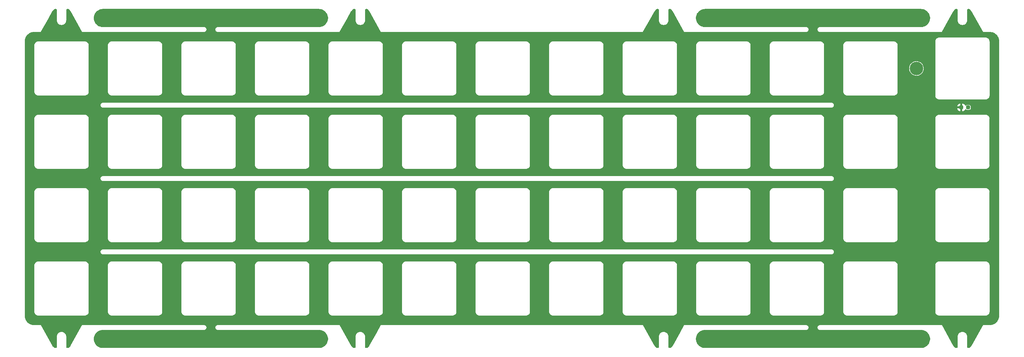
<source format=gbr>
G04 #@! TF.GenerationSoftware,KiCad,Pcbnew,(6.0.1-0)*
G04 #@! TF.CreationDate,2022-04-19T22:41:31-05:00*
G04 #@! TF.ProjectId,plate,706c6174-652e-46b6-9963-61645f706362,rev?*
G04 #@! TF.SameCoordinates,Original*
G04 #@! TF.FileFunction,Copper,L2,Bot*
G04 #@! TF.FilePolarity,Positive*
%FSLAX46Y46*%
G04 Gerber Fmt 4.6, Leading zero omitted, Abs format (unit mm)*
G04 Created by KiCad (PCBNEW (6.0.1-0)) date 2022-04-19 22:41:31*
%MOMM*%
%LPD*%
G01*
G04 APERTURE LIST*
G04 Aperture macros list*
%AMRoundRect*
0 Rectangle with rounded corners*
0 $1 Rounding radius*
0 $2 $3 $4 $5 $6 $7 $8 $9 X,Y pos of 4 corners*
0 Add a 4 corners polygon primitive as box body*
4,1,4,$2,$3,$4,$5,$6,$7,$8,$9,$2,$3,0*
0 Add four circle primitives for the rounded corners*
1,1,$1+$1,$2,$3*
1,1,$1+$1,$4,$5*
1,1,$1+$1,$6,$7*
1,1,$1+$1,$8,$9*
0 Add four rect primitives between the rounded corners*
20,1,$1+$1,$2,$3,$4,$5,0*
20,1,$1+$1,$4,$5,$6,$7,0*
20,1,$1+$1,$6,$7,$8,$9,0*
20,1,$1+$1,$8,$9,$2,$3,0*%
G04 Aperture macros list end*
G04 #@! TA.AperFunction,ComponentPad*
%ADD10C,3.500000*%
G04 #@! TD*
G04 #@! TA.AperFunction,SMDPad,CuDef*
%ADD11RoundRect,0.237500X-0.287500X-0.237500X0.287500X-0.237500X0.287500X0.237500X-0.287500X0.237500X0*%
G04 #@! TD*
G04 #@! TA.AperFunction,ViaPad*
%ADD12C,0.500000*%
G04 #@! TD*
G04 #@! TA.AperFunction,Conductor*
%ADD13C,0.250000*%
G04 #@! TD*
G04 APERTURE END LIST*
D10*
X377429670Y-50006460D03*
D11*
X389056243Y-60126781D03*
X390806243Y-60126781D03*
D12*
X387531243Y-60133041D03*
D13*
X387537503Y-60126781D02*
X387531243Y-60133041D01*
X389056243Y-60126781D02*
X387537503Y-60126781D01*
G04 #@! TA.AperFunction,Conductor*
G36*
X166709847Y-34552510D02*
G01*
X166710042Y-34552482D01*
X222644545Y-34553154D01*
X222644545Y-34553177D01*
X222644585Y-34553171D01*
X222649518Y-34555214D01*
X222653835Y-34553426D01*
X222667040Y-34554257D01*
X222667041Y-34554257D01*
X222816364Y-34563651D01*
X222936965Y-34571238D01*
X222952661Y-34573221D01*
X223227799Y-34625707D01*
X223243109Y-34629638D01*
X223418581Y-34686652D01*
X223509498Y-34716193D01*
X223524210Y-34722018D01*
X223530828Y-34725132D01*
X223766593Y-34836074D01*
X223777641Y-34841273D01*
X223791507Y-34848896D01*
X224027986Y-34998970D01*
X224040788Y-35008270D01*
X224255797Y-35186141D01*
X224256609Y-35186813D01*
X224268143Y-35197645D01*
X224459874Y-35401818D01*
X224469960Y-35414010D01*
X224634102Y-35639931D01*
X224634590Y-35640603D01*
X224643065Y-35653957D01*
X224778009Y-35899418D01*
X224784743Y-35913730D01*
X224887849Y-36174149D01*
X224892738Y-36189197D01*
X224961558Y-36457229D01*
X224962393Y-36460483D01*
X224965358Y-36476026D01*
X225000462Y-36753903D01*
X225001456Y-36769695D01*
X225001456Y-37049789D01*
X225000462Y-37065581D01*
X224965443Y-37342786D01*
X224965358Y-37343458D01*
X224962394Y-37358995D01*
X224923881Y-37508993D01*
X224892738Y-37630287D01*
X224887849Y-37645335D01*
X224863317Y-37707296D01*
X224785614Y-37903555D01*
X224784743Y-37905754D01*
X224778009Y-37920066D01*
X224643438Y-38164849D01*
X224643069Y-38165521D01*
X224634593Y-38178876D01*
X224483347Y-38387049D01*
X224469960Y-38405474D01*
X224459874Y-38417666D01*
X224268143Y-38621839D01*
X224256609Y-38632671D01*
X224040788Y-38811214D01*
X224027986Y-38820514D01*
X223791507Y-38970588D01*
X223777641Y-38978211D01*
X223524210Y-39097466D01*
X223509498Y-39103291D01*
X223430336Y-39129012D01*
X223243109Y-39189846D01*
X223227799Y-39193777D01*
X222952662Y-39246263D01*
X222936965Y-39248246D01*
X222653835Y-39266058D01*
X222653673Y-39263490D01*
X222649566Y-39264290D01*
X222649518Y-39264270D01*
X222649386Y-39264325D01*
X222644547Y-39265267D01*
X222644547Y-39266329D01*
X222644545Y-39266330D01*
X222627666Y-39266330D01*
X222627143Y-39266302D01*
X222626949Y-39266330D01*
X200597513Y-39266047D01*
X196464021Y-39265994D01*
X196459964Y-39265681D01*
X196455746Y-39263934D01*
X196455746Y-39261438D01*
X196306205Y-39279596D01*
X196299079Y-39282298D01*
X196299077Y-39282299D01*
X196248707Y-39301402D01*
X196165355Y-39333013D01*
X196159079Y-39337345D01*
X196047655Y-39414255D01*
X196047653Y-39414257D01*
X196041381Y-39418586D01*
X196036325Y-39424293D01*
X196036324Y-39424294D01*
X196005204Y-39459422D01*
X195941489Y-39531341D01*
X195937949Y-39538086D01*
X195875023Y-39657979D01*
X195875021Y-39657983D01*
X195871483Y-39664725D01*
X195869661Y-39672118D01*
X195869660Y-39672120D01*
X195866715Y-39684071D01*
X195835433Y-39810987D01*
X195835433Y-39961627D01*
X195837255Y-39969017D01*
X195837255Y-39969021D01*
X195869660Y-40100494D01*
X195871483Y-40107889D01*
X195875021Y-40114631D01*
X195875023Y-40114635D01*
X195930369Y-40220085D01*
X195941489Y-40241273D01*
X195946541Y-40246976D01*
X195946542Y-40246977D01*
X196036324Y-40348320D01*
X196041381Y-40354028D01*
X196047653Y-40358357D01*
X196047655Y-40358359D01*
X196095370Y-40391294D01*
X196165355Y-40439601D01*
X196172485Y-40442305D01*
X196299077Y-40490315D01*
X196299079Y-40490316D01*
X196306205Y-40493018D01*
X196455746Y-40511176D01*
X196455746Y-40508680D01*
X196460293Y-40506797D01*
X196462431Y-40506620D01*
X199654099Y-40506603D01*
X228004677Y-40506452D01*
X228013541Y-40507470D01*
X228018908Y-40503209D01*
X228025241Y-40500586D01*
X228028656Y-40492342D01*
X228029724Y-40490420D01*
X228030163Y-40490066D01*
X228030598Y-40489270D01*
X228032160Y-40486035D01*
X229935246Y-37060480D01*
X230997849Y-35147796D01*
X231002538Y-35140926D01*
X231004320Y-35139871D01*
X231004958Y-35137382D01*
X231010880Y-35128706D01*
X231176711Y-34928110D01*
X231184728Y-34919297D01*
X231373647Y-34730378D01*
X231382460Y-34722361D01*
X231551965Y-34582233D01*
X231617213Y-34554245D01*
X231632298Y-34553345D01*
X231865662Y-34553440D01*
X231871727Y-34553919D01*
X231875554Y-34555504D01*
X231878156Y-34554426D01*
X231885323Y-34554992D01*
X231919744Y-34560445D01*
X231940111Y-34563671D01*
X231977608Y-34575857D01*
X231990119Y-34582233D01*
X232018063Y-34596474D01*
X232049953Y-34619649D01*
X232082059Y-34651766D01*
X232105221Y-34683657D01*
X232125831Y-34724128D01*
X232138003Y-34761625D01*
X232146664Y-34816410D01*
X232147228Y-34823584D01*
X232146150Y-34826185D01*
X232147733Y-34830011D01*
X232148210Y-34836074D01*
X232148211Y-34844648D01*
X232148211Y-34847915D01*
X232148179Y-34848516D01*
X232148211Y-34848738D01*
X232148298Y-37491691D01*
X232147412Y-37502053D01*
X232146238Y-37504887D01*
X232143655Y-37504887D01*
X232145078Y-37521155D01*
X232145078Y-37521157D01*
X232153611Y-37618687D01*
X232162194Y-37716784D01*
X232163618Y-37722098D01*
X232163618Y-37722099D01*
X232212828Y-37905754D01*
X232217246Y-37922244D01*
X232219568Y-37927225D01*
X232219569Y-37927226D01*
X232304814Y-38110035D01*
X232304817Y-38110040D01*
X232307140Y-38115022D01*
X232429144Y-38289261D01*
X232579550Y-38439667D01*
X232584058Y-38442824D01*
X232584061Y-38442826D01*
X232686207Y-38514349D01*
X232753790Y-38561671D01*
X232758772Y-38563994D01*
X232758777Y-38563997D01*
X232941585Y-38649242D01*
X232946567Y-38651565D01*
X232951875Y-38652987D01*
X232951877Y-38652988D01*
X233146712Y-38705193D01*
X233152027Y-38706617D01*
X233363924Y-38725156D01*
X233575821Y-38706617D01*
X233581136Y-38705193D01*
X233775971Y-38652988D01*
X233775973Y-38652987D01*
X233781281Y-38651565D01*
X233786263Y-38649242D01*
X233969072Y-38563997D01*
X233969077Y-38563994D01*
X233974059Y-38561671D01*
X234071564Y-38493397D01*
X234143787Y-38442826D01*
X234143790Y-38442824D01*
X234148298Y-38439667D01*
X234298704Y-38289261D01*
X234420708Y-38115022D01*
X234423031Y-38110040D01*
X234423034Y-38110035D01*
X234508279Y-37927226D01*
X234508280Y-37927225D01*
X234510602Y-37922244D01*
X234515021Y-37905754D01*
X234564230Y-37722099D01*
X234564230Y-37722098D01*
X234565654Y-37716784D01*
X234584193Y-37504887D01*
X234581610Y-37504887D01*
X234580173Y-37501418D01*
X234579550Y-37495153D01*
X234579471Y-35197645D01*
X234579458Y-34836019D01*
X234579939Y-34829911D01*
X234581518Y-34826100D01*
X234580443Y-34823505D01*
X234581010Y-34816302D01*
X234589685Y-34761543D01*
X234601871Y-34724046D01*
X234622487Y-34683593D01*
X234645663Y-34651701D01*
X234677780Y-34619595D01*
X234709671Y-34596433D01*
X234750142Y-34575823D01*
X234787637Y-34563651D01*
X234842448Y-34554986D01*
X234849591Y-34554423D01*
X234852199Y-34555504D01*
X234856038Y-34553915D01*
X234862069Y-34553440D01*
X234873813Y-34553435D01*
X234874485Y-34553471D01*
X234874737Y-34553435D01*
X235095550Y-34553345D01*
X235163679Y-34573319D01*
X235175883Y-34582233D01*
X235345388Y-34722361D01*
X235354201Y-34730378D01*
X235543120Y-34919297D01*
X235551137Y-34928110D01*
X235716968Y-35128706D01*
X235722890Y-35137382D01*
X235723528Y-35139871D01*
X235725310Y-35140926D01*
X235729999Y-35147796D01*
X238699192Y-40492342D01*
X238702607Y-40500586D01*
X238708940Y-40503209D01*
X238714307Y-40507470D01*
X238723167Y-40506452D01*
X238725374Y-40506452D01*
X238725894Y-40506663D01*
X238726817Y-40506656D01*
X238730378Y-40506452D01*
X306585993Y-40506452D01*
X306594857Y-40507470D01*
X306600224Y-40503209D01*
X306606557Y-40500586D01*
X306609972Y-40492342D01*
X306611040Y-40490420D01*
X306611479Y-40490066D01*
X306611914Y-40489270D01*
X306613476Y-40486035D01*
X308516562Y-37060480D01*
X309579165Y-35147796D01*
X309583854Y-35140926D01*
X309585636Y-35139871D01*
X309586274Y-35137382D01*
X309592196Y-35128706D01*
X309758027Y-34928110D01*
X309766044Y-34919297D01*
X309954963Y-34730378D01*
X309963776Y-34722361D01*
X310133281Y-34582233D01*
X310198529Y-34554245D01*
X310213614Y-34553345D01*
X310446978Y-34553440D01*
X310453043Y-34553919D01*
X310456870Y-34555504D01*
X310459472Y-34554426D01*
X310466639Y-34554992D01*
X310501060Y-34560445D01*
X310521427Y-34563671D01*
X310558924Y-34575857D01*
X310571435Y-34582233D01*
X310599379Y-34596474D01*
X310631269Y-34619649D01*
X310663375Y-34651766D01*
X310686537Y-34683657D01*
X310707147Y-34724128D01*
X310719319Y-34761625D01*
X310727980Y-34816410D01*
X310728544Y-34823584D01*
X310727466Y-34826185D01*
X310729049Y-34830011D01*
X310729526Y-34836074D01*
X310729527Y-34844648D01*
X310729527Y-34847915D01*
X310729495Y-34848516D01*
X310729527Y-34848738D01*
X310729614Y-37491691D01*
X310728728Y-37502053D01*
X310727554Y-37504887D01*
X310724971Y-37504887D01*
X310726394Y-37521155D01*
X310726394Y-37521157D01*
X310734927Y-37618687D01*
X310743510Y-37716784D01*
X310744934Y-37722098D01*
X310744934Y-37722099D01*
X310794144Y-37905754D01*
X310798562Y-37922244D01*
X310800884Y-37927225D01*
X310800885Y-37927226D01*
X310886130Y-38110035D01*
X310886133Y-38110040D01*
X310888456Y-38115022D01*
X311010460Y-38289261D01*
X311160866Y-38439667D01*
X311165374Y-38442824D01*
X311165377Y-38442826D01*
X311267523Y-38514349D01*
X311335106Y-38561671D01*
X311340088Y-38563994D01*
X311340093Y-38563997D01*
X311522901Y-38649242D01*
X311527883Y-38651565D01*
X311533191Y-38652987D01*
X311533193Y-38652988D01*
X311728028Y-38705193D01*
X311733343Y-38706617D01*
X311945240Y-38725156D01*
X312157137Y-38706617D01*
X312162452Y-38705193D01*
X312357287Y-38652988D01*
X312357289Y-38652987D01*
X312362597Y-38651565D01*
X312367579Y-38649242D01*
X312550388Y-38563997D01*
X312550393Y-38563994D01*
X312555375Y-38561671D01*
X312652880Y-38493397D01*
X312725103Y-38442826D01*
X312725106Y-38442824D01*
X312729614Y-38439667D01*
X312880020Y-38289261D01*
X313002024Y-38115022D01*
X313004347Y-38110040D01*
X313004350Y-38110035D01*
X313089595Y-37927226D01*
X313089596Y-37927225D01*
X313091918Y-37922244D01*
X313096337Y-37905754D01*
X313145546Y-37722099D01*
X313145546Y-37722098D01*
X313146970Y-37716784D01*
X313165509Y-37504887D01*
X313162926Y-37504887D01*
X313161489Y-37501418D01*
X313160866Y-37495153D01*
X313160787Y-35197645D01*
X313160774Y-34836019D01*
X313161255Y-34829911D01*
X313162834Y-34826100D01*
X313161759Y-34823505D01*
X313162326Y-34816302D01*
X313171001Y-34761543D01*
X313183187Y-34724046D01*
X313203803Y-34683593D01*
X313226979Y-34651701D01*
X313259096Y-34619595D01*
X313290987Y-34596433D01*
X313331458Y-34575823D01*
X313368953Y-34563651D01*
X313423764Y-34554986D01*
X313430907Y-34554423D01*
X313433515Y-34555504D01*
X313437354Y-34553915D01*
X313443385Y-34553440D01*
X313455129Y-34553435D01*
X313455801Y-34553471D01*
X313456053Y-34553435D01*
X313676866Y-34553345D01*
X313744995Y-34573319D01*
X313757199Y-34582233D01*
X313926704Y-34722361D01*
X313935517Y-34730378D01*
X314124436Y-34919297D01*
X314132453Y-34928110D01*
X314298284Y-35128706D01*
X314304206Y-35137382D01*
X314304844Y-35139871D01*
X314306626Y-35140926D01*
X314311315Y-35147796D01*
X317280508Y-40492342D01*
X317283923Y-40500586D01*
X317290256Y-40503209D01*
X317295623Y-40507470D01*
X317304483Y-40506452D01*
X317306690Y-40506452D01*
X317307210Y-40506663D01*
X317308134Y-40506656D01*
X317311694Y-40506452D01*
X338941455Y-40506567D01*
X348847598Y-40506620D01*
X348851656Y-40506933D01*
X348855874Y-40508680D01*
X348855874Y-40511176D01*
X349005415Y-40493018D01*
X349012541Y-40490316D01*
X349012543Y-40490315D01*
X349139135Y-40442305D01*
X349146265Y-40439601D01*
X349216250Y-40391294D01*
X349263965Y-40358359D01*
X349263967Y-40358357D01*
X349270239Y-40354028D01*
X349275296Y-40348320D01*
X349365078Y-40246977D01*
X349365079Y-40246976D01*
X349370131Y-40241273D01*
X349381251Y-40220085D01*
X349436597Y-40114635D01*
X349436599Y-40114631D01*
X349440137Y-40107889D01*
X349441960Y-40100494D01*
X349474365Y-39969021D01*
X349474365Y-39969017D01*
X349476187Y-39961627D01*
X349476187Y-39810987D01*
X349444906Y-39684071D01*
X349441960Y-39672120D01*
X349441959Y-39672118D01*
X349440137Y-39664725D01*
X349436599Y-39657983D01*
X349436597Y-39657979D01*
X349373671Y-39538086D01*
X349370131Y-39531341D01*
X349306417Y-39459422D01*
X349275296Y-39424294D01*
X349275295Y-39424293D01*
X349270239Y-39418586D01*
X349263967Y-39414257D01*
X349263965Y-39414255D01*
X349152541Y-39337345D01*
X349146265Y-39333013D01*
X349062913Y-39301402D01*
X349012543Y-39282299D01*
X349012541Y-39282298D01*
X349005415Y-39279596D01*
X348855874Y-39261438D01*
X348855874Y-39263934D01*
X348851328Y-39265817D01*
X348849187Y-39265994D01*
X322664451Y-39265658D01*
X322664451Y-39265635D01*
X322664411Y-39265641D01*
X322659478Y-39263598D01*
X322655161Y-39265386D01*
X322641956Y-39264555D01*
X322641955Y-39264555D01*
X322475470Y-39254081D01*
X322372031Y-39247574D01*
X322356334Y-39245591D01*
X322081197Y-39193105D01*
X322065887Y-39189174D01*
X321878660Y-39128340D01*
X321799498Y-39102619D01*
X321784786Y-39096794D01*
X321531355Y-38977539D01*
X321517489Y-38969916D01*
X321281010Y-38819842D01*
X321268208Y-38810542D01*
X321143164Y-38707096D01*
X321052384Y-38631996D01*
X321040853Y-38621167D01*
X320849122Y-38416994D01*
X320839036Y-38404802D01*
X320757922Y-38293158D01*
X320674403Y-38178204D01*
X320665927Y-38164849D01*
X320641013Y-38119530D01*
X320530987Y-37919394D01*
X320524253Y-37905082D01*
X320523649Y-37903555D01*
X320425196Y-37654889D01*
X320421147Y-37644663D01*
X320416258Y-37629615D01*
X320388866Y-37522931D01*
X320346602Y-37358323D01*
X320343638Y-37342786D01*
X320308534Y-37064909D01*
X320307540Y-37049117D01*
X320307540Y-36769023D01*
X320308534Y-36753231D01*
X320310856Y-36734848D01*
X320343639Y-36475348D01*
X320346603Y-36459811D01*
X320347094Y-36457901D01*
X320416258Y-36188525D01*
X320421147Y-36173477D01*
X320524253Y-35913058D01*
X320530987Y-35898746D01*
X320665931Y-35653285D01*
X320674406Y-35639931D01*
X320839036Y-35413338D01*
X320849122Y-35401146D01*
X321040853Y-35196973D01*
X321052387Y-35186141D01*
X321106111Y-35141697D01*
X321268208Y-35007598D01*
X321281010Y-34998298D01*
X321516430Y-34848896D01*
X321517491Y-34848223D01*
X321531355Y-34840601D01*
X321540976Y-34836074D01*
X321699188Y-34761625D01*
X321784786Y-34721346D01*
X321799498Y-34715521D01*
X321946586Y-34667729D01*
X322065887Y-34628966D01*
X322081197Y-34625035D01*
X322356335Y-34572549D01*
X322372031Y-34570566D01*
X322655161Y-34552754D01*
X322655323Y-34555322D01*
X322659430Y-34554522D01*
X322659478Y-34554542D01*
X322659610Y-34554487D01*
X322664449Y-34553545D01*
X322664449Y-34552483D01*
X322664451Y-34552482D01*
X322681330Y-34552482D01*
X322681853Y-34552510D01*
X322682048Y-34552482D01*
X378616551Y-34553154D01*
X378616551Y-34553177D01*
X378616591Y-34553171D01*
X378621524Y-34555214D01*
X378625841Y-34553426D01*
X378639046Y-34554257D01*
X378639047Y-34554257D01*
X378788370Y-34563651D01*
X378908971Y-34571238D01*
X378924667Y-34573221D01*
X379199805Y-34625707D01*
X379215115Y-34629638D01*
X379390587Y-34686652D01*
X379481504Y-34716193D01*
X379496216Y-34722018D01*
X379502834Y-34725132D01*
X379738599Y-34836074D01*
X379749647Y-34841273D01*
X379763513Y-34848896D01*
X379999992Y-34998970D01*
X380012794Y-35008270D01*
X380227803Y-35186141D01*
X380228615Y-35186813D01*
X380240149Y-35197645D01*
X380431880Y-35401818D01*
X380441966Y-35414010D01*
X380606108Y-35639931D01*
X380606596Y-35640603D01*
X380615071Y-35653957D01*
X380750015Y-35899418D01*
X380756749Y-35913730D01*
X380859855Y-36174149D01*
X380864744Y-36189197D01*
X380933564Y-36457229D01*
X380934399Y-36460483D01*
X380937364Y-36476026D01*
X380972468Y-36753903D01*
X380973462Y-36769695D01*
X380973462Y-37049789D01*
X380972468Y-37065581D01*
X380937449Y-37342786D01*
X380937364Y-37343458D01*
X380934400Y-37358995D01*
X380895887Y-37508993D01*
X380864744Y-37630287D01*
X380859855Y-37645335D01*
X380835323Y-37707296D01*
X380757620Y-37903555D01*
X380756749Y-37905754D01*
X380750015Y-37920066D01*
X380615444Y-38164849D01*
X380615075Y-38165521D01*
X380606599Y-38178876D01*
X380455353Y-38387049D01*
X380441966Y-38405474D01*
X380431880Y-38417666D01*
X380240149Y-38621839D01*
X380228615Y-38632671D01*
X380012794Y-38811214D01*
X379999992Y-38820514D01*
X379763513Y-38970588D01*
X379749647Y-38978211D01*
X379496216Y-39097466D01*
X379481504Y-39103291D01*
X379402342Y-39129012D01*
X379215115Y-39189846D01*
X379199805Y-39193777D01*
X378924668Y-39246263D01*
X378908971Y-39248246D01*
X378625841Y-39266058D01*
X378625679Y-39263490D01*
X378621572Y-39264290D01*
X378621524Y-39264270D01*
X378621392Y-39264325D01*
X378616553Y-39265267D01*
X378616553Y-39266329D01*
X378616551Y-39266330D01*
X378599672Y-39266330D01*
X378599149Y-39266302D01*
X378598955Y-39266330D01*
X356569519Y-39266047D01*
X352436027Y-39265994D01*
X352431970Y-39265681D01*
X352427752Y-39263934D01*
X352427752Y-39261438D01*
X352278211Y-39279596D01*
X352271085Y-39282298D01*
X352271083Y-39282299D01*
X352220713Y-39301402D01*
X352137361Y-39333013D01*
X352131085Y-39337345D01*
X352019661Y-39414255D01*
X352019659Y-39414257D01*
X352013387Y-39418586D01*
X352008331Y-39424293D01*
X352008330Y-39424294D01*
X351977210Y-39459422D01*
X351913495Y-39531341D01*
X351909955Y-39538086D01*
X351847029Y-39657979D01*
X351847027Y-39657983D01*
X351843489Y-39664725D01*
X351841667Y-39672118D01*
X351841666Y-39672120D01*
X351838721Y-39684071D01*
X351807439Y-39810987D01*
X351807439Y-39961627D01*
X351809261Y-39969017D01*
X351809261Y-39969021D01*
X351841666Y-40100494D01*
X351843489Y-40107889D01*
X351847027Y-40114631D01*
X351847029Y-40114635D01*
X351902375Y-40220085D01*
X351913495Y-40241273D01*
X351918547Y-40246976D01*
X351918548Y-40246977D01*
X352008330Y-40348320D01*
X352013387Y-40354028D01*
X352019659Y-40358357D01*
X352019661Y-40358359D01*
X352067376Y-40391294D01*
X352137361Y-40439601D01*
X352144491Y-40442305D01*
X352271083Y-40490315D01*
X352271085Y-40490316D01*
X352278211Y-40493018D01*
X352427752Y-40511176D01*
X352427752Y-40508680D01*
X352432299Y-40506797D01*
X352434437Y-40506620D01*
X355626105Y-40506603D01*
X383976683Y-40506452D01*
X383985547Y-40507470D01*
X383990914Y-40503209D01*
X383997247Y-40500586D01*
X384000662Y-40492342D01*
X384001730Y-40490420D01*
X384002169Y-40490066D01*
X384002604Y-40489270D01*
X384004166Y-40486035D01*
X385907252Y-37060480D01*
X386969855Y-35147796D01*
X386974544Y-35140926D01*
X386976326Y-35139871D01*
X386976964Y-35137382D01*
X386982886Y-35128706D01*
X387148717Y-34928110D01*
X387156734Y-34919297D01*
X387345653Y-34730378D01*
X387354466Y-34722361D01*
X387523971Y-34582233D01*
X387589219Y-34554245D01*
X387604304Y-34553345D01*
X387837668Y-34553440D01*
X387843733Y-34553919D01*
X387847560Y-34555504D01*
X387850162Y-34554426D01*
X387857329Y-34554992D01*
X387891750Y-34560445D01*
X387912117Y-34563671D01*
X387949614Y-34575857D01*
X387962125Y-34582233D01*
X387990069Y-34596474D01*
X388021959Y-34619649D01*
X388054065Y-34651766D01*
X388077227Y-34683657D01*
X388097837Y-34724128D01*
X388110009Y-34761625D01*
X388118670Y-34816410D01*
X388119234Y-34823584D01*
X388118156Y-34826185D01*
X388119739Y-34830011D01*
X388120216Y-34836074D01*
X388120217Y-34844648D01*
X388120217Y-34847915D01*
X388120185Y-34848516D01*
X388120217Y-34848738D01*
X388120304Y-37491691D01*
X388119418Y-37502053D01*
X388118244Y-37504887D01*
X388115661Y-37504887D01*
X388117084Y-37521155D01*
X388117084Y-37521157D01*
X388125617Y-37618687D01*
X388134200Y-37716784D01*
X388135624Y-37722098D01*
X388135624Y-37722099D01*
X388184834Y-37905754D01*
X388189252Y-37922244D01*
X388191574Y-37927225D01*
X388191575Y-37927226D01*
X388276820Y-38110035D01*
X388276823Y-38110040D01*
X388279146Y-38115022D01*
X388401150Y-38289261D01*
X388551556Y-38439667D01*
X388556064Y-38442824D01*
X388556067Y-38442826D01*
X388658213Y-38514349D01*
X388725796Y-38561671D01*
X388730778Y-38563994D01*
X388730783Y-38563997D01*
X388913591Y-38649242D01*
X388918573Y-38651565D01*
X388923881Y-38652987D01*
X388923883Y-38652988D01*
X389118718Y-38705193D01*
X389124033Y-38706617D01*
X389335930Y-38725156D01*
X389547827Y-38706617D01*
X389553142Y-38705193D01*
X389747977Y-38652988D01*
X389747979Y-38652987D01*
X389753287Y-38651565D01*
X389758269Y-38649242D01*
X389941078Y-38563997D01*
X389941083Y-38563994D01*
X389946065Y-38561671D01*
X390043570Y-38493397D01*
X390115793Y-38442826D01*
X390115796Y-38442824D01*
X390120304Y-38439667D01*
X390270710Y-38289261D01*
X390392714Y-38115022D01*
X390395037Y-38110040D01*
X390395040Y-38110035D01*
X390480285Y-37927226D01*
X390480286Y-37927225D01*
X390482608Y-37922244D01*
X390487027Y-37905754D01*
X390536236Y-37722099D01*
X390536236Y-37722098D01*
X390537660Y-37716784D01*
X390556199Y-37504887D01*
X390553616Y-37504887D01*
X390552179Y-37501418D01*
X390551556Y-37495153D01*
X390551477Y-35197645D01*
X390551464Y-34836019D01*
X390551945Y-34829911D01*
X390553524Y-34826100D01*
X390552449Y-34823505D01*
X390553016Y-34816302D01*
X390561691Y-34761543D01*
X390573877Y-34724046D01*
X390594493Y-34683593D01*
X390617669Y-34651701D01*
X390649786Y-34619595D01*
X390681677Y-34596433D01*
X390722148Y-34575823D01*
X390759643Y-34563651D01*
X390814454Y-34554986D01*
X390821597Y-34554423D01*
X390824205Y-34555504D01*
X390828044Y-34553915D01*
X390834075Y-34553440D01*
X390845819Y-34553435D01*
X390846491Y-34553471D01*
X390846743Y-34553435D01*
X391067556Y-34553345D01*
X391135685Y-34573319D01*
X391147889Y-34582233D01*
X391317394Y-34722361D01*
X391326207Y-34730378D01*
X391515126Y-34919297D01*
X391523143Y-34928110D01*
X391688974Y-35128706D01*
X391694896Y-35137382D01*
X391695534Y-35139871D01*
X391697316Y-35140926D01*
X391702005Y-35147796D01*
X394671198Y-40492342D01*
X394674613Y-40500586D01*
X394680946Y-40503209D01*
X394686313Y-40507470D01*
X394695173Y-40506452D01*
X394697380Y-40506452D01*
X394697900Y-40506663D01*
X394698823Y-40506656D01*
X394702384Y-40506452D01*
X396474661Y-40506456D01*
X396474661Y-40506481D01*
X396474704Y-40506474D01*
X396479634Y-40508516D01*
X396483973Y-40506718D01*
X396557670Y-40511176D01*
X396756043Y-40523176D01*
X396771147Y-40525010D01*
X397036026Y-40573551D01*
X397050799Y-40577192D01*
X397307894Y-40657306D01*
X397322119Y-40662700D01*
X397567703Y-40773227D01*
X397581167Y-40780295D01*
X397811618Y-40919608D01*
X397824140Y-40928251D01*
X398036129Y-41094334D01*
X398047517Y-41104424D01*
X398237926Y-41294833D01*
X398248016Y-41306221D01*
X398414099Y-41518210D01*
X398422742Y-41530732D01*
X398562053Y-41761179D01*
X398569123Y-41774647D01*
X398668114Y-41994600D01*
X398679649Y-42020229D01*
X398685043Y-42034454D01*
X398755191Y-42259566D01*
X398765158Y-42291551D01*
X398768799Y-42306324D01*
X398817340Y-42571203D01*
X398819174Y-42586307D01*
X398835632Y-42858377D01*
X398833153Y-42858527D01*
X398833921Y-42862506D01*
X398833834Y-42862716D01*
X398834072Y-42863292D01*
X398834921Y-42867689D01*
X398835894Y-42867689D01*
X398835894Y-42884503D01*
X398835864Y-42885067D01*
X398835894Y-42885278D01*
X398835894Y-114295171D01*
X398835869Y-114295171D01*
X398835876Y-114295214D01*
X398833834Y-114300144D01*
X398835632Y-114304483D01*
X398834825Y-114317825D01*
X398819174Y-114576553D01*
X398817340Y-114591657D01*
X398768799Y-114856536D01*
X398765158Y-114871309D01*
X398685044Y-115128404D01*
X398679650Y-115142629D01*
X398679644Y-115142643D01*
X398569125Y-115388208D01*
X398562055Y-115401677D01*
X398422742Y-115632128D01*
X398414100Y-115644649D01*
X398249943Y-115854179D01*
X398248016Y-115856639D01*
X398237926Y-115868027D01*
X398047517Y-116058436D01*
X398036129Y-116068526D01*
X397824140Y-116234609D01*
X397811619Y-116243251D01*
X397581167Y-116382565D01*
X397567703Y-116389633D01*
X397467593Y-116434688D01*
X397322121Y-116500159D01*
X397307894Y-116505554D01*
X397050799Y-116585668D01*
X397036026Y-116589309D01*
X396771147Y-116637850D01*
X396756043Y-116639684D01*
X396483973Y-116656142D01*
X396483823Y-116653664D01*
X396479845Y-116654431D01*
X396479634Y-116654344D01*
X396479055Y-116654584D01*
X396474659Y-116655432D01*
X396474659Y-116656405D01*
X396469614Y-116656405D01*
X396458540Y-116656406D01*
X396457874Y-116656406D01*
X396457291Y-116656375D01*
X396457073Y-116656406D01*
X394710391Y-116656515D01*
X394695170Y-116656516D01*
X394686313Y-116655498D01*
X394680946Y-116659759D01*
X394674612Y-116662383D01*
X394671198Y-116670626D01*
X394670128Y-116672551D01*
X394669687Y-116672907D01*
X394669257Y-116673696D01*
X394667694Y-116676933D01*
X391723370Y-121976715D01*
X391702006Y-122015171D01*
X391697316Y-122022042D01*
X391695534Y-122023097D01*
X391694896Y-122025586D01*
X391688974Y-122034261D01*
X391584682Y-122160418D01*
X391523143Y-122234858D01*
X391515126Y-122243671D01*
X391326207Y-122432590D01*
X391317394Y-122440607D01*
X391147889Y-122580735D01*
X391082641Y-122608723D01*
X391067556Y-122609623D01*
X390834192Y-122609528D01*
X390828127Y-122609049D01*
X390824300Y-122607464D01*
X390821698Y-122608542D01*
X390814531Y-122607976D01*
X390770619Y-122601020D01*
X390759743Y-122599297D01*
X390722246Y-122587111D01*
X390681919Y-122566559D01*
X390681791Y-122566494D01*
X390649901Y-122543319D01*
X390617795Y-122511202D01*
X390594633Y-122479311D01*
X390574023Y-122438840D01*
X390561851Y-122401343D01*
X390553190Y-122346558D01*
X390552626Y-122339384D01*
X390553704Y-122336783D01*
X390552121Y-122332957D01*
X390551644Y-122326894D01*
X390551644Y-122321583D01*
X390551643Y-122315045D01*
X390551675Y-122314452D01*
X390551643Y-122314227D01*
X390551641Y-122234877D01*
X390551556Y-119671274D01*
X390552442Y-119660915D01*
X390553616Y-119658081D01*
X390556199Y-119658081D01*
X390554621Y-119640037D01*
X390543065Y-119507967D01*
X390537660Y-119446184D01*
X390487586Y-119259301D01*
X390484031Y-119246034D01*
X390484030Y-119246032D01*
X390482608Y-119240724D01*
X390405463Y-119075287D01*
X390395040Y-119052934D01*
X390395037Y-119052929D01*
X390392714Y-119047947D01*
X390389557Y-119043438D01*
X390273869Y-118878218D01*
X390273867Y-118878215D01*
X390270710Y-118873707D01*
X390120304Y-118723301D01*
X390111089Y-118716848D01*
X390043570Y-118669571D01*
X389946065Y-118601297D01*
X389941083Y-118598974D01*
X389941078Y-118598971D01*
X389758269Y-118513726D01*
X389758268Y-118513725D01*
X389753287Y-118511403D01*
X389747979Y-118509981D01*
X389747977Y-118509980D01*
X389553142Y-118457775D01*
X389553141Y-118457775D01*
X389547827Y-118456351D01*
X389335930Y-118437812D01*
X389124033Y-118456351D01*
X389118719Y-118457775D01*
X389118718Y-118457775D01*
X388923883Y-118509980D01*
X388923881Y-118509981D01*
X388918573Y-118511403D01*
X388913593Y-118513725D01*
X388913591Y-118513726D01*
X388730783Y-118598971D01*
X388730778Y-118598974D01*
X388725796Y-118601297D01*
X388721289Y-118604453D01*
X388721287Y-118604454D01*
X388556067Y-118720142D01*
X388556064Y-118720144D01*
X388551556Y-118723301D01*
X388401150Y-118873707D01*
X388397993Y-118878215D01*
X388397991Y-118878218D01*
X388282303Y-119043438D01*
X388279146Y-119047947D01*
X388276823Y-119052929D01*
X388276820Y-119052934D01*
X388266397Y-119075287D01*
X388189252Y-119240724D01*
X388187830Y-119246032D01*
X388187829Y-119246034D01*
X388184274Y-119259301D01*
X388134200Y-119446184D01*
X388115661Y-119658081D01*
X388118244Y-119658081D01*
X388119681Y-119661550D01*
X388120304Y-119667815D01*
X388120330Y-120405196D01*
X388120396Y-122315072D01*
X388120396Y-122326947D01*
X388119915Y-122333057D01*
X388118336Y-122336868D01*
X388119411Y-122339463D01*
X388118844Y-122346662D01*
X388115733Y-122366305D01*
X388110169Y-122401425D01*
X388097983Y-122438922D01*
X388087434Y-122459620D01*
X388077394Y-122479323D01*
X388077367Y-122479375D01*
X388054191Y-122511267D01*
X388022074Y-122543373D01*
X387990183Y-122566535D01*
X387949712Y-122587145D01*
X387912217Y-122599317D01*
X387857407Y-122607982D01*
X387850263Y-122608545D01*
X387847655Y-122607464D01*
X387843816Y-122609053D01*
X387837785Y-122609528D01*
X387826041Y-122609533D01*
X387825369Y-122609497D01*
X387825117Y-122609533D01*
X387604304Y-122609623D01*
X387536175Y-122589649D01*
X387523971Y-122580735D01*
X387354466Y-122440607D01*
X387345653Y-122432590D01*
X387156734Y-122243671D01*
X387148717Y-122234858D01*
X387087178Y-122160418D01*
X386982886Y-122034261D01*
X386976964Y-122025586D01*
X386976326Y-122023097D01*
X386974544Y-122022042D01*
X386969854Y-122015171D01*
X386948490Y-121976715D01*
X384000662Y-116670626D01*
X383997247Y-116662382D01*
X383990914Y-116659759D01*
X383985547Y-116655498D01*
X383976683Y-116656516D01*
X383974480Y-116656516D01*
X383973958Y-116656304D01*
X383973053Y-116656311D01*
X383969473Y-116656516D01*
X362340660Y-116656401D01*
X352433572Y-116656348D01*
X352429514Y-116656035D01*
X352425296Y-116654288D01*
X352425296Y-116651792D01*
X352275755Y-116669950D01*
X352268629Y-116672652D01*
X352268627Y-116672653D01*
X352168036Y-116710802D01*
X352134905Y-116723367D01*
X352128629Y-116727699D01*
X352017205Y-116804609D01*
X352017203Y-116804611D01*
X352010931Y-116808940D01*
X352005875Y-116814647D01*
X352005874Y-116814648D01*
X351916192Y-116915879D01*
X351911039Y-116921695D01*
X351907499Y-116928440D01*
X351844573Y-117048333D01*
X351844571Y-117048337D01*
X351841033Y-117055079D01*
X351839211Y-117062472D01*
X351839210Y-117062474D01*
X351836265Y-117074425D01*
X351804983Y-117201341D01*
X351804983Y-117351981D01*
X351806805Y-117359371D01*
X351806805Y-117359375D01*
X351839210Y-117490848D01*
X351841033Y-117498243D01*
X351844571Y-117504985D01*
X351844573Y-117504989D01*
X351899919Y-117610439D01*
X351911039Y-117631627D01*
X351916091Y-117637330D01*
X351916092Y-117637331D01*
X352005775Y-117738562D01*
X352010931Y-117744382D01*
X352017203Y-117748711D01*
X352017205Y-117748713D01*
X352064758Y-117781536D01*
X352134905Y-117829955D01*
X352142035Y-117832659D01*
X352268627Y-117880669D01*
X352268629Y-117880670D01*
X352275755Y-117883372D01*
X352425296Y-117901530D01*
X352425296Y-117899034D01*
X352429842Y-117897151D01*
X352431983Y-117896974D01*
X378616746Y-117897310D01*
X378616719Y-117897310D01*
X378616719Y-117897333D01*
X378616759Y-117897327D01*
X378621692Y-117899370D01*
X378626009Y-117897582D01*
X378639214Y-117898413D01*
X378639215Y-117898413D01*
X378805700Y-117908887D01*
X378909139Y-117915394D01*
X378924835Y-117917377D01*
X379199973Y-117969863D01*
X379215283Y-117973794D01*
X379402510Y-118034628D01*
X379481672Y-118060349D01*
X379496384Y-118066174D01*
X379749815Y-118185429D01*
X379763679Y-118193051D01*
X380000160Y-118343126D01*
X380012962Y-118352426D01*
X380228648Y-118530857D01*
X380228783Y-118530969D01*
X380240314Y-118541798D01*
X380391138Y-118702410D01*
X380432048Y-118745974D01*
X380442134Y-118758166D01*
X380606683Y-118984647D01*
X380606764Y-118984759D01*
X380615239Y-118998113D01*
X380750183Y-119243574D01*
X380756914Y-119257880D01*
X380757529Y-119259432D01*
X380860023Y-119518305D01*
X380864912Y-119533353D01*
X380934366Y-119803855D01*
X380934567Y-119804639D01*
X380937532Y-119820182D01*
X380972636Y-120098059D01*
X380973630Y-120113851D01*
X380973630Y-120393945D01*
X380972636Y-120409737D01*
X380937617Y-120686942D01*
X380937532Y-120687614D01*
X380934568Y-120703151D01*
X380933904Y-120705739D01*
X380864912Y-120974443D01*
X380860023Y-120989491D01*
X380756917Y-121249910D01*
X380750183Y-121264222D01*
X380615243Y-121509677D01*
X380606767Y-121523032D01*
X380590596Y-121545290D01*
X380442134Y-121749630D01*
X380432048Y-121761822D01*
X380240317Y-121965995D01*
X380228786Y-121976824D01*
X380132626Y-122056375D01*
X380012962Y-122155370D01*
X380000161Y-122164670D01*
X379764318Y-122314340D01*
X379763681Y-122314744D01*
X379749817Y-122322366D01*
X379711314Y-122340484D01*
X379496384Y-122441622D01*
X379481672Y-122447447D01*
X379402510Y-122473168D01*
X379215283Y-122534002D01*
X379199973Y-122537933D01*
X378925423Y-122590307D01*
X378924836Y-122590419D01*
X378909139Y-122592402D01*
X378626009Y-122610214D01*
X378625847Y-122607646D01*
X378621740Y-122608446D01*
X378621692Y-122608426D01*
X378621560Y-122608481D01*
X378616721Y-122609423D01*
X378616721Y-122610485D01*
X378616719Y-122610486D01*
X378599840Y-122610486D01*
X378599317Y-122610458D01*
X378599122Y-122610486D01*
X322664619Y-122609814D01*
X322664619Y-122609791D01*
X322664579Y-122609797D01*
X322659646Y-122607754D01*
X322655329Y-122609542D01*
X322642124Y-122608711D01*
X322642123Y-122608711D01*
X322475638Y-122598237D01*
X322372199Y-122591730D01*
X322356502Y-122589747D01*
X322356088Y-122589668D01*
X322081365Y-122537261D01*
X322066055Y-122533330D01*
X321878828Y-122472496D01*
X321799666Y-122446775D01*
X321784954Y-122440950D01*
X321571452Y-122340484D01*
X321531521Y-122321694D01*
X321517657Y-122314072D01*
X321282061Y-122164558D01*
X321281177Y-122163998D01*
X321268376Y-122154698D01*
X321148550Y-122055569D01*
X321052552Y-121976152D01*
X321041021Y-121965323D01*
X320849290Y-121761150D01*
X320839204Y-121748958D01*
X320825817Y-121730533D01*
X320674571Y-121522360D01*
X320666095Y-121509005D01*
X320531155Y-121263550D01*
X320524421Y-121249238D01*
X320421315Y-120988819D01*
X320416426Y-120973771D01*
X320396843Y-120897499D01*
X320346770Y-120702479D01*
X320343806Y-120686942D01*
X320308702Y-120409065D01*
X320307708Y-120393273D01*
X320307708Y-120113179D01*
X320308702Y-120097387D01*
X320311024Y-120079004D01*
X320343807Y-119819504D01*
X320346771Y-119803967D01*
X320347262Y-119802057D01*
X320416426Y-119532681D01*
X320421315Y-119517633D01*
X320523543Y-119259432D01*
X320524424Y-119257208D01*
X320531155Y-119242902D01*
X320666099Y-118997441D01*
X320674574Y-118984087D01*
X320674656Y-118983975D01*
X320825817Y-118775919D01*
X320839204Y-118757494D01*
X320849290Y-118745302D01*
X320890200Y-118701738D01*
X321041024Y-118541126D01*
X321052555Y-118530297D01*
X321052691Y-118530185D01*
X321268376Y-118351754D01*
X321281178Y-118342454D01*
X321517659Y-118192379D01*
X321531523Y-118184757D01*
X321784954Y-118065502D01*
X321799666Y-118059677D01*
X321946754Y-118011885D01*
X322066055Y-117973122D01*
X322081365Y-117969191D01*
X322356503Y-117916705D01*
X322372199Y-117914722D01*
X322655329Y-117896910D01*
X322655491Y-117899478D01*
X322659598Y-117898678D01*
X322659646Y-117898698D01*
X322659778Y-117898643D01*
X322664617Y-117897701D01*
X322664617Y-117896639D01*
X322664619Y-117896638D01*
X322681498Y-117896638D01*
X322682021Y-117896666D01*
X322682215Y-117896638D01*
X344711651Y-117896921D01*
X348845143Y-117896974D01*
X348849200Y-117897287D01*
X348853418Y-117899034D01*
X348853418Y-117901530D01*
X349002959Y-117883372D01*
X349010085Y-117880670D01*
X349010087Y-117880669D01*
X349136679Y-117832659D01*
X349143809Y-117829955D01*
X349213956Y-117781536D01*
X349261509Y-117748713D01*
X349261511Y-117748711D01*
X349267783Y-117744382D01*
X349272939Y-117738562D01*
X349362622Y-117637331D01*
X349362623Y-117637330D01*
X349367675Y-117631627D01*
X349378795Y-117610439D01*
X349434141Y-117504989D01*
X349434143Y-117504985D01*
X349437681Y-117498243D01*
X349439504Y-117490848D01*
X349471909Y-117359375D01*
X349471909Y-117359371D01*
X349473731Y-117351981D01*
X349473731Y-117201341D01*
X349442450Y-117074425D01*
X349439504Y-117062474D01*
X349439503Y-117062472D01*
X349437681Y-117055079D01*
X349434143Y-117048337D01*
X349434141Y-117048333D01*
X349371215Y-116928440D01*
X349367675Y-116921695D01*
X349362523Y-116915879D01*
X349272840Y-116814648D01*
X349272839Y-116814647D01*
X349267783Y-116808940D01*
X349261511Y-116804611D01*
X349261509Y-116804609D01*
X349150085Y-116727699D01*
X349143809Y-116723367D01*
X349110678Y-116710802D01*
X349010087Y-116672653D01*
X349010085Y-116672652D01*
X349002959Y-116669950D01*
X348853418Y-116651792D01*
X348853418Y-116654288D01*
X348848871Y-116656171D01*
X348846733Y-116656348D01*
X345657518Y-116656365D01*
X317304483Y-116656516D01*
X317295623Y-116655498D01*
X317290256Y-116659759D01*
X317283923Y-116662382D01*
X317280508Y-116670626D01*
X317279440Y-116672548D01*
X317279001Y-116672902D01*
X317278566Y-116673698D01*
X317277004Y-116676933D01*
X316207975Y-118601185D01*
X314332992Y-121976155D01*
X314311316Y-122015171D01*
X314306626Y-122022042D01*
X314304844Y-122023097D01*
X314304206Y-122025586D01*
X314298284Y-122034261D01*
X314193992Y-122160418D01*
X314132453Y-122234858D01*
X314124436Y-122243671D01*
X313935517Y-122432590D01*
X313926704Y-122440607D01*
X313757199Y-122580735D01*
X313691951Y-122608723D01*
X313676866Y-122609623D01*
X313443502Y-122609528D01*
X313437437Y-122609049D01*
X313433610Y-122607464D01*
X313431008Y-122608542D01*
X313423841Y-122607976D01*
X313379929Y-122601020D01*
X313369053Y-122599297D01*
X313331556Y-122587111D01*
X313291229Y-122566559D01*
X313291101Y-122566494D01*
X313259211Y-122543319D01*
X313227105Y-122511202D01*
X313203943Y-122479311D01*
X313183333Y-122438840D01*
X313171161Y-122401343D01*
X313162500Y-122346558D01*
X313161936Y-122339384D01*
X313163014Y-122336783D01*
X313161431Y-122332957D01*
X313160954Y-122326894D01*
X313160954Y-122321583D01*
X313160953Y-122315045D01*
X313160985Y-122314452D01*
X313160953Y-122314227D01*
X313160951Y-122234877D01*
X313160866Y-119671274D01*
X313161752Y-119660915D01*
X313162926Y-119658081D01*
X313165509Y-119658081D01*
X313163931Y-119640037D01*
X313152375Y-119507967D01*
X313146970Y-119446184D01*
X313096896Y-119259301D01*
X313093341Y-119246034D01*
X313093340Y-119246032D01*
X313091918Y-119240724D01*
X313014773Y-119075287D01*
X313004350Y-119052934D01*
X313004347Y-119052929D01*
X313002024Y-119047947D01*
X312998867Y-119043438D01*
X312883179Y-118878218D01*
X312883177Y-118878215D01*
X312880020Y-118873707D01*
X312729614Y-118723301D01*
X312720399Y-118716848D01*
X312652880Y-118669571D01*
X312555375Y-118601297D01*
X312550393Y-118598974D01*
X312550388Y-118598971D01*
X312367579Y-118513726D01*
X312367578Y-118513725D01*
X312362597Y-118511403D01*
X312357289Y-118509981D01*
X312357287Y-118509980D01*
X312162452Y-118457775D01*
X312162451Y-118457775D01*
X312157137Y-118456351D01*
X311945240Y-118437812D01*
X311733343Y-118456351D01*
X311728029Y-118457775D01*
X311728028Y-118457775D01*
X311533193Y-118509980D01*
X311533191Y-118509981D01*
X311527883Y-118511403D01*
X311522903Y-118513725D01*
X311522901Y-118513726D01*
X311340093Y-118598971D01*
X311340088Y-118598974D01*
X311335106Y-118601297D01*
X311330599Y-118604453D01*
X311330597Y-118604454D01*
X311165377Y-118720142D01*
X311165374Y-118720144D01*
X311160866Y-118723301D01*
X311010460Y-118873707D01*
X311007303Y-118878215D01*
X311007301Y-118878218D01*
X310891613Y-119043438D01*
X310888456Y-119047947D01*
X310886133Y-119052929D01*
X310886130Y-119052934D01*
X310875707Y-119075287D01*
X310798562Y-119240724D01*
X310797140Y-119246032D01*
X310797139Y-119246034D01*
X310793584Y-119259301D01*
X310743510Y-119446184D01*
X310724971Y-119658081D01*
X310727554Y-119658081D01*
X310728991Y-119661550D01*
X310729614Y-119667815D01*
X310729640Y-120405196D01*
X310729706Y-122315072D01*
X310729706Y-122326947D01*
X310729225Y-122333057D01*
X310727646Y-122336868D01*
X310728721Y-122339463D01*
X310728154Y-122346662D01*
X310725043Y-122366305D01*
X310719479Y-122401425D01*
X310707293Y-122438922D01*
X310696744Y-122459620D01*
X310686704Y-122479323D01*
X310686677Y-122479375D01*
X310663501Y-122511267D01*
X310631384Y-122543373D01*
X310599493Y-122566535D01*
X310559022Y-122587145D01*
X310521527Y-122599317D01*
X310466717Y-122607982D01*
X310459573Y-122608545D01*
X310456965Y-122607464D01*
X310453126Y-122609053D01*
X310447095Y-122609528D01*
X310435351Y-122609533D01*
X310434679Y-122609497D01*
X310434427Y-122609533D01*
X310213614Y-122609623D01*
X310145485Y-122589649D01*
X310133281Y-122580735D01*
X309963776Y-122440607D01*
X309954963Y-122432590D01*
X309766044Y-122243671D01*
X309758027Y-122234858D01*
X309696488Y-122160418D01*
X309592196Y-122034261D01*
X309586274Y-122025586D01*
X309585636Y-122023097D01*
X309583854Y-122022042D01*
X309579164Y-122015171D01*
X309557800Y-121976715D01*
X306609972Y-116670626D01*
X306606557Y-116662382D01*
X306600224Y-116659759D01*
X306594857Y-116655498D01*
X306585993Y-116656516D01*
X306583790Y-116656516D01*
X306583268Y-116656304D01*
X306582364Y-116656311D01*
X306578783Y-116656516D01*
X284764066Y-116656522D01*
X238723167Y-116656535D01*
X238714307Y-116655517D01*
X238708940Y-116659778D01*
X238702607Y-116662401D01*
X238699192Y-116670645D01*
X238698124Y-116672567D01*
X238697685Y-116672921D01*
X238697250Y-116673717D01*
X238695688Y-116676952D01*
X237624843Y-118604473D01*
X235730011Y-122015171D01*
X235730000Y-122015190D01*
X235725310Y-122022061D01*
X235723528Y-122023116D01*
X235722890Y-122025605D01*
X235716968Y-122034280D01*
X235576717Y-122203934D01*
X235551137Y-122234877D01*
X235543120Y-122243690D01*
X235354201Y-122432609D01*
X235345388Y-122440626D01*
X235175883Y-122580754D01*
X235110635Y-122608742D01*
X235095550Y-122609642D01*
X234862186Y-122609547D01*
X234856121Y-122609068D01*
X234852294Y-122607483D01*
X234849692Y-122608561D01*
X234842525Y-122607995D01*
X234798493Y-122601020D01*
X234787737Y-122599316D01*
X234750240Y-122587130D01*
X234729542Y-122576581D01*
X234709785Y-122566513D01*
X234677895Y-122543338D01*
X234645789Y-122511221D01*
X234622627Y-122479330D01*
X234602017Y-122438859D01*
X234589845Y-122401362D01*
X234581184Y-122346577D01*
X234580620Y-122339403D01*
X234581698Y-122336802D01*
X234580115Y-122332976D01*
X234579638Y-122326913D01*
X234579638Y-122321583D01*
X234579637Y-122315064D01*
X234579669Y-122314471D01*
X234579637Y-122314246D01*
X234579635Y-122234877D01*
X234579550Y-119671293D01*
X234580436Y-119660934D01*
X234581610Y-119658100D01*
X234584193Y-119658100D01*
X234582759Y-119641699D01*
X234571126Y-119508751D01*
X234565654Y-119446203D01*
X234515575Y-119259301D01*
X234512025Y-119246053D01*
X234512024Y-119246051D01*
X234510602Y-119240743D01*
X234508218Y-119235630D01*
X234423034Y-119052953D01*
X234423031Y-119052948D01*
X234420708Y-119047966D01*
X234417551Y-119043457D01*
X234301863Y-118878237D01*
X234301861Y-118878234D01*
X234298704Y-118873726D01*
X234148298Y-118723320D01*
X234143760Y-118720142D01*
X234071564Y-118669590D01*
X233974059Y-118601316D01*
X233969077Y-118598993D01*
X233969072Y-118598990D01*
X233786263Y-118513745D01*
X233786262Y-118513744D01*
X233781281Y-118511422D01*
X233775973Y-118510000D01*
X233775971Y-118509999D01*
X233581136Y-118457794D01*
X233581135Y-118457794D01*
X233575821Y-118456370D01*
X233363924Y-118437831D01*
X233152027Y-118456370D01*
X233146713Y-118457794D01*
X233146712Y-118457794D01*
X232951877Y-118509999D01*
X232951875Y-118510000D01*
X232946567Y-118511422D01*
X232941587Y-118513744D01*
X232941585Y-118513745D01*
X232758777Y-118598990D01*
X232758772Y-118598993D01*
X232753790Y-118601316D01*
X232749283Y-118604472D01*
X232749281Y-118604473D01*
X232584061Y-118720161D01*
X232584058Y-118720163D01*
X232579550Y-118723320D01*
X232429144Y-118873726D01*
X232425987Y-118878234D01*
X232425985Y-118878237D01*
X232310297Y-119043457D01*
X232307140Y-119047966D01*
X232304817Y-119052948D01*
X232304814Y-119052953D01*
X232219630Y-119235630D01*
X232217246Y-119240743D01*
X232215824Y-119246051D01*
X232215823Y-119246053D01*
X232212273Y-119259301D01*
X232162194Y-119446203D01*
X232143655Y-119658100D01*
X232146238Y-119658100D01*
X232147675Y-119661569D01*
X232148298Y-119667834D01*
X232148324Y-120405196D01*
X232148390Y-122315072D01*
X232148390Y-122326966D01*
X232147909Y-122333076D01*
X232146330Y-122336887D01*
X232147405Y-122339482D01*
X232146838Y-122346681D01*
X232143730Y-122366305D01*
X232138163Y-122401444D01*
X232125977Y-122438941D01*
X232122890Y-122444998D01*
X232105371Y-122479375D01*
X232105361Y-122479394D01*
X232082185Y-122511286D01*
X232050068Y-122543392D01*
X232018177Y-122566554D01*
X231977706Y-122587164D01*
X231940211Y-122599336D01*
X231885401Y-122608001D01*
X231878257Y-122608564D01*
X231875649Y-122607483D01*
X231871810Y-122609072D01*
X231865779Y-122609547D01*
X231854035Y-122609552D01*
X231853363Y-122609516D01*
X231853111Y-122609552D01*
X231632298Y-122609642D01*
X231564169Y-122589668D01*
X231551965Y-122580754D01*
X231382460Y-122440626D01*
X231373647Y-122432609D01*
X231184728Y-122243690D01*
X231176711Y-122234877D01*
X231151131Y-122203934D01*
X231010880Y-122034280D01*
X231004958Y-122025605D01*
X231004320Y-122023116D01*
X231002538Y-122022061D01*
X230997848Y-122015190D01*
X228028869Y-116671029D01*
X228025241Y-116662270D01*
X228018563Y-116659504D01*
X228013541Y-116655517D01*
X228005818Y-116656404D01*
X228002152Y-116656404D01*
X228001952Y-116656323D01*
X228000081Y-116656337D01*
X228000081Y-116656320D01*
X227998607Y-116656404D01*
X206368071Y-116656289D01*
X196461566Y-116656236D01*
X196457508Y-116655923D01*
X196453290Y-116654176D01*
X196453290Y-116651680D01*
X196303749Y-116669838D01*
X196296623Y-116672540D01*
X196296621Y-116672541D01*
X196201900Y-116708464D01*
X196162899Y-116723255D01*
X196156623Y-116727587D01*
X196045199Y-116804497D01*
X196045197Y-116804499D01*
X196038925Y-116808828D01*
X196033869Y-116814535D01*
X196033868Y-116814536D01*
X196002748Y-116849664D01*
X195939033Y-116921583D01*
X195935493Y-116928328D01*
X195872567Y-117048221D01*
X195872565Y-117048225D01*
X195869027Y-117054967D01*
X195867205Y-117062360D01*
X195867204Y-117062362D01*
X195864259Y-117074313D01*
X195832977Y-117201229D01*
X195832977Y-117351869D01*
X195834799Y-117359259D01*
X195834799Y-117359263D01*
X195864286Y-117478897D01*
X195869027Y-117498131D01*
X195872565Y-117504873D01*
X195872567Y-117504877D01*
X195922826Y-117600636D01*
X195939033Y-117631515D01*
X195944085Y-117637218D01*
X195944086Y-117637219D01*
X196002847Y-117703546D01*
X196038925Y-117744270D01*
X196045197Y-117748599D01*
X196045199Y-117748601D01*
X196092914Y-117781536D01*
X196162899Y-117829843D01*
X196170029Y-117832547D01*
X196296621Y-117880557D01*
X196296623Y-117880558D01*
X196303749Y-117883260D01*
X196453290Y-117901418D01*
X196453290Y-117898922D01*
X196457836Y-117897039D01*
X196459977Y-117896862D01*
X222644700Y-117897198D01*
X222644713Y-117897198D01*
X222644713Y-117897221D01*
X222644753Y-117897215D01*
X222649686Y-117899258D01*
X222654003Y-117897470D01*
X222667208Y-117898301D01*
X222667209Y-117898301D01*
X222833694Y-117908775D01*
X222937133Y-117915282D01*
X222952829Y-117917265D01*
X223227967Y-117969751D01*
X223243277Y-117973682D01*
X223430504Y-118034516D01*
X223509666Y-118060237D01*
X223524378Y-118066062D01*
X223777809Y-118185317D01*
X223791673Y-118192939D01*
X224028154Y-118343014D01*
X224040956Y-118352314D01*
X224255965Y-118530185D01*
X224256777Y-118530857D01*
X224268308Y-118541686D01*
X224324304Y-118601316D01*
X224460042Y-118745862D01*
X224470128Y-118758054D01*
X224634270Y-118983975D01*
X224634758Y-118984647D01*
X224643233Y-118998001D01*
X224778177Y-119243462D01*
X224784908Y-119257768D01*
X224785567Y-119259432D01*
X224888017Y-119518193D01*
X224892906Y-119533241D01*
X224961927Y-119802057D01*
X224962561Y-119804527D01*
X224965526Y-119820070D01*
X225000630Y-120097947D01*
X225001624Y-120113739D01*
X225001624Y-120393833D01*
X225000630Y-120409625D01*
X224965597Y-120686942D01*
X224965526Y-120687502D01*
X224962562Y-120703039D01*
X224961898Y-120705627D01*
X224892906Y-120974331D01*
X224888017Y-120989379D01*
X224884190Y-120999045D01*
X224785133Y-121249238D01*
X224784911Y-121249798D01*
X224778177Y-121264110D01*
X224643237Y-121509565D01*
X224634761Y-121522920D01*
X224483515Y-121731093D01*
X224470128Y-121749518D01*
X224460042Y-121761710D01*
X224268311Y-121965883D01*
X224256780Y-121976712D01*
X224187192Y-122034281D01*
X224040956Y-122155258D01*
X224028155Y-122164558D01*
X223791929Y-122314471D01*
X223791675Y-122314632D01*
X223777811Y-122322254D01*
X223739070Y-122340484D01*
X223524378Y-122441510D01*
X223509666Y-122447335D01*
X223430504Y-122473056D01*
X223243277Y-122533890D01*
X223227967Y-122537821D01*
X222952830Y-122590307D01*
X222937133Y-122592290D01*
X222654003Y-122610102D01*
X222653841Y-122607534D01*
X222649734Y-122608334D01*
X222649686Y-122608314D01*
X222649554Y-122608369D01*
X222644715Y-122609311D01*
X222644715Y-122610373D01*
X222644713Y-122610374D01*
X222627834Y-122610374D01*
X222627311Y-122610346D01*
X222627116Y-122610374D01*
X166692613Y-122609702D01*
X166692613Y-122609679D01*
X166692573Y-122609685D01*
X166687640Y-122607642D01*
X166683323Y-122609430D01*
X166670118Y-122608599D01*
X166670117Y-122608599D01*
X166503632Y-122598125D01*
X166400193Y-122591618D01*
X166384496Y-122589635D01*
X166109359Y-122537149D01*
X166094049Y-122533218D01*
X165906822Y-122472384D01*
X165827660Y-122446663D01*
X165812948Y-122440838D01*
X165599684Y-122340484D01*
X165559515Y-122321582D01*
X165545651Y-122313960D01*
X165428274Y-122239470D01*
X165309171Y-122163886D01*
X165296370Y-122154586D01*
X165080546Y-121976040D01*
X165069015Y-121965211D01*
X164877284Y-121761038D01*
X164867198Y-121748846D01*
X164719794Y-121545962D01*
X164702565Y-121522248D01*
X164694089Y-121508893D01*
X164559149Y-121263438D01*
X164552415Y-121249126D01*
X164449309Y-120988707D01*
X164444420Y-120973659D01*
X164424837Y-120897387D01*
X164374764Y-120702367D01*
X164371800Y-120686830D01*
X164336696Y-120408953D01*
X164335702Y-120393161D01*
X164335702Y-120113067D01*
X164336696Y-120097275D01*
X164371701Y-119820182D01*
X164371801Y-119819392D01*
X164374765Y-119803855D01*
X164375256Y-119801945D01*
X164444420Y-119532569D01*
X164449309Y-119517521D01*
X164482869Y-119432758D01*
X164552418Y-119257096D01*
X164559149Y-119242790D01*
X164694093Y-118997329D01*
X164702568Y-118983975D01*
X164718655Y-118961834D01*
X164867198Y-118757382D01*
X164877284Y-118745190D01*
X165012391Y-118601316D01*
X165069018Y-118541014D01*
X165080549Y-118530185D01*
X165100445Y-118513726D01*
X165296370Y-118351642D01*
X165309172Y-118342342D01*
X165545651Y-118192268D01*
X165559517Y-118184645D01*
X165812948Y-118065390D01*
X165827660Y-118059565D01*
X165906822Y-118033844D01*
X166094049Y-117973010D01*
X166109359Y-117969079D01*
X166384497Y-117916593D01*
X166400193Y-117914610D01*
X166683323Y-117896798D01*
X166683485Y-117899366D01*
X166687592Y-117898566D01*
X166687640Y-117898586D01*
X166687772Y-117898531D01*
X166692611Y-117897589D01*
X166692611Y-117896527D01*
X166692613Y-117896526D01*
X166709492Y-117896526D01*
X166710015Y-117896554D01*
X166710209Y-117896526D01*
X188739646Y-117896809D01*
X192873137Y-117896862D01*
X192877194Y-117897175D01*
X192881412Y-117898922D01*
X192881412Y-117901418D01*
X193030953Y-117883260D01*
X193038079Y-117880558D01*
X193038081Y-117880557D01*
X193164673Y-117832547D01*
X193171803Y-117829843D01*
X193241788Y-117781536D01*
X193289503Y-117748601D01*
X193289505Y-117748599D01*
X193295777Y-117744270D01*
X193331855Y-117703546D01*
X193390616Y-117637219D01*
X193390617Y-117637218D01*
X193395669Y-117631515D01*
X193411876Y-117600636D01*
X193462135Y-117504877D01*
X193462137Y-117504873D01*
X193465675Y-117498131D01*
X193470416Y-117478897D01*
X193499903Y-117359263D01*
X193499903Y-117359259D01*
X193501725Y-117351869D01*
X193501725Y-117201229D01*
X193470444Y-117074313D01*
X193467498Y-117062362D01*
X193467497Y-117062360D01*
X193465675Y-117054967D01*
X193462137Y-117048225D01*
X193462135Y-117048221D01*
X193399209Y-116928328D01*
X193395669Y-116921583D01*
X193331955Y-116849664D01*
X193300834Y-116814536D01*
X193300833Y-116814535D01*
X193295777Y-116808828D01*
X193289505Y-116804499D01*
X193289503Y-116804497D01*
X193178079Y-116727587D01*
X193171803Y-116723255D01*
X193132802Y-116708464D01*
X193038081Y-116672541D01*
X193038079Y-116672540D01*
X193030953Y-116669838D01*
X192881412Y-116651680D01*
X192881412Y-116654176D01*
X192876865Y-116656059D01*
X192874727Y-116656236D01*
X189681169Y-116656253D01*
X161332483Y-116656404D01*
X161323616Y-116655386D01*
X161318248Y-116659648D01*
X161311917Y-116662270D01*
X161308504Y-116670509D01*
X161307432Y-116672439D01*
X161306994Y-116672792D01*
X161306564Y-116673580D01*
X161305003Y-116676811D01*
X158339674Y-122015051D01*
X158334978Y-122021931D01*
X158333198Y-122022985D01*
X158332560Y-122025474D01*
X158326643Y-122034144D01*
X158160797Y-122234758D01*
X158152790Y-122243559D01*
X157963871Y-122432478D01*
X157955058Y-122440495D01*
X157785553Y-122580623D01*
X157720305Y-122608611D01*
X157705220Y-122609511D01*
X157471856Y-122609416D01*
X157465791Y-122608937D01*
X157461964Y-122607352D01*
X157459362Y-122608430D01*
X157452195Y-122607864D01*
X157408990Y-122601020D01*
X157397407Y-122599185D01*
X157359910Y-122586999D01*
X157339212Y-122576450D01*
X157319455Y-122566382D01*
X157287565Y-122543207D01*
X157255459Y-122511090D01*
X157232297Y-122479199D01*
X157211687Y-122438728D01*
X157199515Y-122401231D01*
X157190854Y-122346446D01*
X157190290Y-122339272D01*
X157191368Y-122336671D01*
X157189785Y-122332845D01*
X157189308Y-122326782D01*
X157189308Y-122321583D01*
X157189307Y-122314933D01*
X157189339Y-122314340D01*
X157189307Y-122314115D01*
X157189305Y-122234877D01*
X157189220Y-119671162D01*
X157190106Y-119660803D01*
X157191280Y-119657969D01*
X157193863Y-119657969D01*
X157192295Y-119640037D01*
X157180739Y-119507967D01*
X157175324Y-119446072D01*
X157125280Y-119259301D01*
X157121695Y-119245922D01*
X157121694Y-119245920D01*
X157120272Y-119240612D01*
X157117949Y-119235630D01*
X157032704Y-119052822D01*
X157032701Y-119052817D01*
X157030378Y-119047835D01*
X156995018Y-118997335D01*
X156911533Y-118878106D01*
X156911531Y-118878103D01*
X156908374Y-118873595D01*
X156757968Y-118723189D01*
X156748913Y-118716848D01*
X156681234Y-118669459D01*
X156583729Y-118601185D01*
X156578747Y-118598862D01*
X156578742Y-118598859D01*
X156395933Y-118513614D01*
X156395932Y-118513613D01*
X156390951Y-118511291D01*
X156385643Y-118509869D01*
X156385641Y-118509868D01*
X156190806Y-118457663D01*
X156190805Y-118457663D01*
X156185491Y-118456239D01*
X155973594Y-118437700D01*
X155761697Y-118456239D01*
X155756383Y-118457663D01*
X155756382Y-118457663D01*
X155561547Y-118509868D01*
X155561545Y-118509869D01*
X155556237Y-118511291D01*
X155551257Y-118513613D01*
X155551255Y-118513614D01*
X155368447Y-118598859D01*
X155368442Y-118598862D01*
X155363460Y-118601185D01*
X155358953Y-118604341D01*
X155358951Y-118604342D01*
X155193731Y-118720030D01*
X155193728Y-118720032D01*
X155189220Y-118723189D01*
X155038814Y-118873595D01*
X155035657Y-118878103D01*
X155035655Y-118878106D01*
X154952170Y-118997335D01*
X154916810Y-119047835D01*
X154914487Y-119052817D01*
X154914484Y-119052822D01*
X154829239Y-119235630D01*
X154826916Y-119240612D01*
X154825494Y-119245920D01*
X154825493Y-119245922D01*
X154821908Y-119259301D01*
X154771864Y-119446072D01*
X154753325Y-119657969D01*
X154755908Y-119657969D01*
X154757345Y-119661438D01*
X154757968Y-119667703D01*
X154757994Y-120405196D01*
X154758060Y-122315072D01*
X154758060Y-122326835D01*
X154757579Y-122332945D01*
X154756000Y-122336756D01*
X154757075Y-122339351D01*
X154756508Y-122346550D01*
X154750190Y-122386433D01*
X154747833Y-122401313D01*
X154735647Y-122438810D01*
X154715031Y-122479263D01*
X154691855Y-122511155D01*
X154659738Y-122543261D01*
X154627847Y-122566423D01*
X154587376Y-122587033D01*
X154549881Y-122599205D01*
X154495071Y-122607870D01*
X154487927Y-122608433D01*
X154485319Y-122607352D01*
X154481480Y-122608941D01*
X154475449Y-122609416D01*
X154463705Y-122609421D01*
X154463033Y-122609385D01*
X154462781Y-122609421D01*
X154241968Y-122609511D01*
X154173839Y-122589537D01*
X154161635Y-122580623D01*
X153992130Y-122440495D01*
X153983317Y-122432478D01*
X153794398Y-122243559D01*
X153786391Y-122234758D01*
X153620544Y-122034143D01*
X153614628Y-122025477D01*
X153613990Y-122022985D01*
X153612207Y-122021929D01*
X153607517Y-122015059D01*
X150645349Y-116683801D01*
X150645348Y-116683799D01*
X150637966Y-116670514D01*
X150634551Y-116662270D01*
X150628218Y-116659647D01*
X150622849Y-116655385D01*
X150613984Y-116656404D01*
X150611784Y-116656404D01*
X150611261Y-116656192D01*
X150610340Y-116656199D01*
X150606764Y-116656404D01*
X148834786Y-116656404D01*
X148834786Y-116656385D01*
X148834753Y-116656390D01*
X148829842Y-116654356D01*
X148825503Y-116656154D01*
X148668779Y-116646674D01*
X148553433Y-116639696D01*
X148538329Y-116637862D01*
X148273450Y-116589321D01*
X148258677Y-116585680D01*
X148001582Y-116505566D01*
X147987355Y-116500171D01*
X147741773Y-116389645D01*
X147728309Y-116382577D01*
X147497857Y-116243263D01*
X147485336Y-116234621D01*
X147273347Y-116068538D01*
X147261959Y-116058448D01*
X147071550Y-115868039D01*
X147061460Y-115856651D01*
X146895377Y-115644662D01*
X146886734Y-115632140D01*
X146747423Y-115401693D01*
X146740351Y-115388220D01*
X146629827Y-115142643D01*
X146624432Y-115128416D01*
X146544318Y-114871321D01*
X146540677Y-114856548D01*
X146492136Y-114591669D01*
X146490302Y-114576565D01*
X146473844Y-114304495D01*
X146476323Y-114304345D01*
X146475555Y-114300366D01*
X146475642Y-114300156D01*
X146475404Y-114299580D01*
X146474555Y-114295183D01*
X146473582Y-114295183D01*
X146473582Y-114278369D01*
X146473612Y-114277802D01*
X146473582Y-114277594D01*
X146473582Y-113156700D01*
X148943615Y-113156700D01*
X148959246Y-113335369D01*
X149005666Y-113508610D01*
X149007989Y-113513591D01*
X149007989Y-113513592D01*
X149079137Y-113666171D01*
X149079140Y-113666176D01*
X149081463Y-113671158D01*
X149138901Y-113753188D01*
X149160069Y-113783418D01*
X149184335Y-113818074D01*
X149311156Y-113944895D01*
X149315664Y-113948052D01*
X149315667Y-113948054D01*
X149320380Y-113951354D01*
X149458072Y-114047767D01*
X149463054Y-114050090D01*
X149463059Y-114050093D01*
X149606303Y-114116888D01*
X149620620Y-114123564D01*
X149625928Y-114124986D01*
X149625930Y-114124987D01*
X149678891Y-114139178D01*
X149793861Y-114169984D01*
X149899231Y-114179202D01*
X149954845Y-114184068D01*
X149954846Y-114184068D01*
X149972530Y-114185615D01*
X149972530Y-114183760D01*
X149977142Y-114181850D01*
X149978645Y-114181700D01*
X161963563Y-114181700D01*
X161968596Y-114182130D01*
X161972530Y-114183760D01*
X161972530Y-114185615D01*
X161988798Y-114184192D01*
X161988799Y-114184192D01*
X162063803Y-114177630D01*
X162151199Y-114169984D01*
X162266169Y-114139178D01*
X162319130Y-114124987D01*
X162319132Y-114124986D01*
X162324440Y-114123564D01*
X162338757Y-114116888D01*
X162482001Y-114050093D01*
X162482006Y-114050090D01*
X162486988Y-114047767D01*
X162624680Y-113951354D01*
X162629393Y-113948054D01*
X162629396Y-113948052D01*
X162633904Y-113944895D01*
X162760725Y-113818074D01*
X162784992Y-113783418D01*
X162806159Y-113753188D01*
X162863597Y-113671158D01*
X162865920Y-113666176D01*
X162865923Y-113666171D01*
X162937071Y-113513592D01*
X162937071Y-113513591D01*
X162939394Y-113508610D01*
X162985814Y-113335369D01*
X163001445Y-113156700D01*
X167993695Y-113156700D01*
X168009326Y-113335369D01*
X168055746Y-113508610D01*
X168058069Y-113513591D01*
X168058069Y-113513592D01*
X168129217Y-113666171D01*
X168129220Y-113666176D01*
X168131543Y-113671158D01*
X168188981Y-113753188D01*
X168210149Y-113783418D01*
X168234415Y-113818074D01*
X168361236Y-113944895D01*
X168365744Y-113948052D01*
X168365747Y-113948054D01*
X168370460Y-113951354D01*
X168508152Y-114047767D01*
X168513134Y-114050090D01*
X168513139Y-114050093D01*
X168656383Y-114116888D01*
X168670700Y-114123564D01*
X168676008Y-114124986D01*
X168676010Y-114124987D01*
X168728971Y-114139178D01*
X168843941Y-114169984D01*
X168949311Y-114179202D01*
X169004925Y-114184068D01*
X169004926Y-114184068D01*
X169022610Y-114185615D01*
X169022610Y-114183760D01*
X169027222Y-114181850D01*
X169028725Y-114181700D01*
X181013643Y-114181700D01*
X181018676Y-114182130D01*
X181022610Y-114183760D01*
X181022610Y-114185615D01*
X181038878Y-114184192D01*
X181038879Y-114184192D01*
X181113883Y-114177630D01*
X181201279Y-114169984D01*
X181316249Y-114139178D01*
X181369210Y-114124987D01*
X181369212Y-114124986D01*
X181374520Y-114123564D01*
X181388837Y-114116888D01*
X181532081Y-114050093D01*
X181532086Y-114050090D01*
X181537068Y-114047767D01*
X181674760Y-113951354D01*
X181679473Y-113948054D01*
X181679476Y-113948052D01*
X181683984Y-113944895D01*
X181810805Y-113818074D01*
X181835072Y-113783418D01*
X181856239Y-113753188D01*
X181913677Y-113671158D01*
X181916000Y-113666176D01*
X181916003Y-113666171D01*
X181987151Y-113513592D01*
X181987151Y-113513591D01*
X181989474Y-113508610D01*
X182035894Y-113335369D01*
X182051525Y-113156700D01*
X187043775Y-113156700D01*
X187059406Y-113335369D01*
X187105826Y-113508610D01*
X187108149Y-113513591D01*
X187108149Y-113513592D01*
X187179297Y-113666171D01*
X187179300Y-113666176D01*
X187181623Y-113671158D01*
X187239061Y-113753188D01*
X187260229Y-113783418D01*
X187284495Y-113818074D01*
X187411316Y-113944895D01*
X187415824Y-113948052D01*
X187415827Y-113948054D01*
X187420540Y-113951354D01*
X187558232Y-114047767D01*
X187563214Y-114050090D01*
X187563219Y-114050093D01*
X187706463Y-114116888D01*
X187720780Y-114123564D01*
X187726088Y-114124986D01*
X187726090Y-114124987D01*
X187779051Y-114139178D01*
X187894021Y-114169984D01*
X187999391Y-114179202D01*
X188055005Y-114184068D01*
X188055006Y-114184068D01*
X188072690Y-114185615D01*
X188072690Y-114183760D01*
X188077302Y-114181850D01*
X188078805Y-114181700D01*
X200063723Y-114181700D01*
X200068756Y-114182130D01*
X200072690Y-114183760D01*
X200072690Y-114185615D01*
X200088958Y-114184192D01*
X200088959Y-114184192D01*
X200163963Y-114177630D01*
X200251359Y-114169984D01*
X200366329Y-114139178D01*
X200419290Y-114124987D01*
X200419292Y-114124986D01*
X200424600Y-114123564D01*
X200438917Y-114116888D01*
X200582161Y-114050093D01*
X200582166Y-114050090D01*
X200587148Y-114047767D01*
X200724840Y-113951354D01*
X200729553Y-113948054D01*
X200729556Y-113948052D01*
X200734064Y-113944895D01*
X200860885Y-113818074D01*
X200885152Y-113783418D01*
X200906319Y-113753188D01*
X200963757Y-113671158D01*
X200966080Y-113666176D01*
X200966083Y-113666171D01*
X201037231Y-113513592D01*
X201037231Y-113513591D01*
X201039554Y-113508610D01*
X201085974Y-113335369D01*
X201101605Y-113156700D01*
X206093855Y-113156700D01*
X206109486Y-113335369D01*
X206155906Y-113508610D01*
X206158229Y-113513591D01*
X206158229Y-113513592D01*
X206229377Y-113666171D01*
X206229380Y-113666176D01*
X206231703Y-113671158D01*
X206289141Y-113753188D01*
X206310309Y-113783418D01*
X206334575Y-113818074D01*
X206461396Y-113944895D01*
X206465904Y-113948052D01*
X206465907Y-113948054D01*
X206470620Y-113951354D01*
X206608312Y-114047767D01*
X206613294Y-114050090D01*
X206613299Y-114050093D01*
X206756543Y-114116888D01*
X206770860Y-114123564D01*
X206776168Y-114124986D01*
X206776170Y-114124987D01*
X206829131Y-114139178D01*
X206944101Y-114169984D01*
X207049471Y-114179202D01*
X207105085Y-114184068D01*
X207105086Y-114184068D01*
X207122770Y-114185615D01*
X207122770Y-114183760D01*
X207127382Y-114181850D01*
X207128885Y-114181700D01*
X219113803Y-114181700D01*
X219118836Y-114182130D01*
X219122770Y-114183760D01*
X219122770Y-114185615D01*
X219139038Y-114184192D01*
X219139039Y-114184192D01*
X219214043Y-114177630D01*
X219301439Y-114169984D01*
X219416409Y-114139178D01*
X219469370Y-114124987D01*
X219469372Y-114124986D01*
X219474680Y-114123564D01*
X219488997Y-114116888D01*
X219632241Y-114050093D01*
X219632246Y-114050090D01*
X219637228Y-114047767D01*
X219774920Y-113951354D01*
X219779633Y-113948054D01*
X219779636Y-113948052D01*
X219784144Y-113944895D01*
X219910965Y-113818074D01*
X219935232Y-113783418D01*
X219956399Y-113753188D01*
X220013837Y-113671158D01*
X220016160Y-113666176D01*
X220016163Y-113666171D01*
X220087311Y-113513592D01*
X220087311Y-113513591D01*
X220089634Y-113508610D01*
X220136054Y-113335369D01*
X220151685Y-113156700D01*
X225143935Y-113156700D01*
X225159566Y-113335369D01*
X225205986Y-113508610D01*
X225208309Y-113513591D01*
X225208309Y-113513592D01*
X225279457Y-113666171D01*
X225279460Y-113666176D01*
X225281783Y-113671158D01*
X225339221Y-113753188D01*
X225360389Y-113783418D01*
X225384655Y-113818074D01*
X225511476Y-113944895D01*
X225515984Y-113948052D01*
X225515987Y-113948054D01*
X225520700Y-113951354D01*
X225658392Y-114047767D01*
X225663374Y-114050090D01*
X225663379Y-114050093D01*
X225806623Y-114116888D01*
X225820940Y-114123564D01*
X225826248Y-114124986D01*
X225826250Y-114124987D01*
X225879211Y-114139178D01*
X225994181Y-114169984D01*
X226099551Y-114179202D01*
X226155165Y-114184068D01*
X226155166Y-114184068D01*
X226172850Y-114185615D01*
X226172850Y-114183760D01*
X226177462Y-114181850D01*
X226178965Y-114181700D01*
X238163883Y-114181700D01*
X238168916Y-114182130D01*
X238172850Y-114183760D01*
X238172850Y-114185615D01*
X238189118Y-114184192D01*
X238189119Y-114184192D01*
X238264123Y-114177630D01*
X238351519Y-114169984D01*
X238466489Y-114139178D01*
X238519450Y-114124987D01*
X238519452Y-114124986D01*
X238524760Y-114123564D01*
X238539077Y-114116888D01*
X238682321Y-114050093D01*
X238682326Y-114050090D01*
X238687308Y-114047767D01*
X238825000Y-113951354D01*
X238829713Y-113948054D01*
X238829716Y-113948052D01*
X238834224Y-113944895D01*
X238961045Y-113818074D01*
X238985312Y-113783418D01*
X239006479Y-113753188D01*
X239063917Y-113671158D01*
X239066240Y-113666176D01*
X239066243Y-113666171D01*
X239137391Y-113513592D01*
X239137391Y-113513591D01*
X239139714Y-113508610D01*
X239186134Y-113335369D01*
X239201765Y-113156700D01*
X244194015Y-113156700D01*
X244209646Y-113335369D01*
X244256066Y-113508610D01*
X244258389Y-113513591D01*
X244258389Y-113513592D01*
X244329537Y-113666171D01*
X244329540Y-113666176D01*
X244331863Y-113671158D01*
X244389301Y-113753188D01*
X244410469Y-113783418D01*
X244434735Y-113818074D01*
X244561556Y-113944895D01*
X244566064Y-113948052D01*
X244566067Y-113948054D01*
X244570780Y-113951354D01*
X244708472Y-114047767D01*
X244713454Y-114050090D01*
X244713459Y-114050093D01*
X244856703Y-114116888D01*
X244871020Y-114123564D01*
X244876328Y-114124986D01*
X244876330Y-114124987D01*
X244929291Y-114139178D01*
X245044261Y-114169984D01*
X245149631Y-114179202D01*
X245205245Y-114184068D01*
X245205246Y-114184068D01*
X245222930Y-114185615D01*
X245222930Y-114183760D01*
X245227542Y-114181850D01*
X245229045Y-114181700D01*
X257213963Y-114181700D01*
X257218996Y-114182130D01*
X257222930Y-114183760D01*
X257222930Y-114185615D01*
X257239198Y-114184192D01*
X257239199Y-114184192D01*
X257314203Y-114177630D01*
X257401599Y-114169984D01*
X257516569Y-114139178D01*
X257569530Y-114124987D01*
X257569532Y-114124986D01*
X257574840Y-114123564D01*
X257589157Y-114116888D01*
X257732401Y-114050093D01*
X257732406Y-114050090D01*
X257737388Y-114047767D01*
X257875080Y-113951354D01*
X257879793Y-113948054D01*
X257879796Y-113948052D01*
X257884304Y-113944895D01*
X258011125Y-113818074D01*
X258035392Y-113783418D01*
X258056559Y-113753188D01*
X258113997Y-113671158D01*
X258116320Y-113666176D01*
X258116323Y-113666171D01*
X258187471Y-113513592D01*
X258187471Y-113513591D01*
X258189794Y-113508610D01*
X258236214Y-113335369D01*
X258251845Y-113156700D01*
X263244095Y-113156700D01*
X263259726Y-113335369D01*
X263306146Y-113508610D01*
X263308469Y-113513591D01*
X263308469Y-113513592D01*
X263379617Y-113666171D01*
X263379620Y-113666176D01*
X263381943Y-113671158D01*
X263439381Y-113753188D01*
X263460549Y-113783418D01*
X263484815Y-113818074D01*
X263611636Y-113944895D01*
X263616144Y-113948052D01*
X263616147Y-113948054D01*
X263620860Y-113951354D01*
X263758552Y-114047767D01*
X263763534Y-114050090D01*
X263763539Y-114050093D01*
X263906783Y-114116888D01*
X263921100Y-114123564D01*
X263926408Y-114124986D01*
X263926410Y-114124987D01*
X263979371Y-114139178D01*
X264094341Y-114169984D01*
X264199711Y-114179202D01*
X264255325Y-114184068D01*
X264255326Y-114184068D01*
X264273010Y-114185615D01*
X264273010Y-114183760D01*
X264277622Y-114181850D01*
X264279125Y-114181700D01*
X276264043Y-114181700D01*
X276269076Y-114182130D01*
X276273010Y-114183760D01*
X276273010Y-114185615D01*
X276289278Y-114184192D01*
X276289279Y-114184192D01*
X276364283Y-114177630D01*
X276451679Y-114169984D01*
X276566649Y-114139178D01*
X276619610Y-114124987D01*
X276619612Y-114124986D01*
X276624920Y-114123564D01*
X276639237Y-114116888D01*
X276782481Y-114050093D01*
X276782486Y-114050090D01*
X276787468Y-114047767D01*
X276925160Y-113951354D01*
X276929873Y-113948054D01*
X276929876Y-113948052D01*
X276934384Y-113944895D01*
X277061205Y-113818074D01*
X277085472Y-113783418D01*
X277106639Y-113753188D01*
X277164077Y-113671158D01*
X277166400Y-113666176D01*
X277166403Y-113666171D01*
X277237551Y-113513592D01*
X277237551Y-113513591D01*
X277239874Y-113508610D01*
X277286294Y-113335369D01*
X277301925Y-113156700D01*
X282294175Y-113156700D01*
X282309806Y-113335369D01*
X282356226Y-113508610D01*
X282358549Y-113513591D01*
X282358549Y-113513592D01*
X282429697Y-113666171D01*
X282429700Y-113666176D01*
X282432023Y-113671158D01*
X282489461Y-113753188D01*
X282510629Y-113783418D01*
X282534895Y-113818074D01*
X282661716Y-113944895D01*
X282666224Y-113948052D01*
X282666227Y-113948054D01*
X282670940Y-113951354D01*
X282808632Y-114047767D01*
X282813614Y-114050090D01*
X282813619Y-114050093D01*
X282956863Y-114116888D01*
X282971180Y-114123564D01*
X282976488Y-114124986D01*
X282976490Y-114124987D01*
X283029451Y-114139178D01*
X283144421Y-114169984D01*
X283249791Y-114179202D01*
X283305405Y-114184068D01*
X283305406Y-114184068D01*
X283323090Y-114185615D01*
X283323090Y-114183760D01*
X283327702Y-114181850D01*
X283329205Y-114181700D01*
X295314123Y-114181700D01*
X295319156Y-114182130D01*
X295323090Y-114183760D01*
X295323090Y-114185615D01*
X295339358Y-114184192D01*
X295339359Y-114184192D01*
X295414363Y-114177630D01*
X295501759Y-114169984D01*
X295616729Y-114139178D01*
X295669690Y-114124987D01*
X295669692Y-114124986D01*
X295675000Y-114123564D01*
X295689317Y-114116888D01*
X295832561Y-114050093D01*
X295832566Y-114050090D01*
X295837548Y-114047767D01*
X295975240Y-113951354D01*
X295979953Y-113948054D01*
X295979956Y-113948052D01*
X295984464Y-113944895D01*
X296111285Y-113818074D01*
X296135552Y-113783418D01*
X296156719Y-113753188D01*
X296214157Y-113671158D01*
X296216480Y-113666176D01*
X296216483Y-113666171D01*
X296287631Y-113513592D01*
X296287631Y-113513591D01*
X296289954Y-113508610D01*
X296336374Y-113335369D01*
X296352005Y-113156700D01*
X301344255Y-113156700D01*
X301359886Y-113335369D01*
X301406306Y-113508610D01*
X301408629Y-113513591D01*
X301408629Y-113513592D01*
X301479777Y-113666171D01*
X301479780Y-113666176D01*
X301482103Y-113671158D01*
X301539541Y-113753188D01*
X301560709Y-113783418D01*
X301584975Y-113818074D01*
X301711796Y-113944895D01*
X301716304Y-113948052D01*
X301716307Y-113948054D01*
X301721020Y-113951354D01*
X301858712Y-114047767D01*
X301863694Y-114050090D01*
X301863699Y-114050093D01*
X302006943Y-114116888D01*
X302021260Y-114123564D01*
X302026568Y-114124986D01*
X302026570Y-114124987D01*
X302079531Y-114139178D01*
X302194501Y-114169984D01*
X302299871Y-114179202D01*
X302355485Y-114184068D01*
X302355486Y-114184068D01*
X302373170Y-114185615D01*
X302373170Y-114183760D01*
X302377782Y-114181850D01*
X302379285Y-114181700D01*
X314364203Y-114181700D01*
X314369236Y-114182130D01*
X314373170Y-114183760D01*
X314373170Y-114185615D01*
X314389438Y-114184192D01*
X314389439Y-114184192D01*
X314464443Y-114177630D01*
X314551839Y-114169984D01*
X314666809Y-114139178D01*
X314719770Y-114124987D01*
X314719772Y-114124986D01*
X314725080Y-114123564D01*
X314739397Y-114116888D01*
X314882641Y-114050093D01*
X314882646Y-114050090D01*
X314887628Y-114047767D01*
X315025320Y-113951354D01*
X315030033Y-113948054D01*
X315030036Y-113948052D01*
X315034544Y-113944895D01*
X315161365Y-113818074D01*
X315185632Y-113783418D01*
X315206799Y-113753188D01*
X315264237Y-113671158D01*
X315266560Y-113666176D01*
X315266563Y-113666171D01*
X315337711Y-113513592D01*
X315337711Y-113513591D01*
X315340034Y-113508610D01*
X315386454Y-113335369D01*
X315402085Y-113156700D01*
X320394335Y-113156700D01*
X320409966Y-113335369D01*
X320456386Y-113508610D01*
X320458709Y-113513591D01*
X320458709Y-113513592D01*
X320529857Y-113666171D01*
X320529860Y-113666176D01*
X320532183Y-113671158D01*
X320589621Y-113753188D01*
X320610789Y-113783418D01*
X320635055Y-113818074D01*
X320761876Y-113944895D01*
X320766384Y-113948052D01*
X320766387Y-113948054D01*
X320771100Y-113951354D01*
X320908792Y-114047767D01*
X320913774Y-114050090D01*
X320913779Y-114050093D01*
X321057023Y-114116888D01*
X321071340Y-114123564D01*
X321076648Y-114124986D01*
X321076650Y-114124987D01*
X321129611Y-114139178D01*
X321244581Y-114169984D01*
X321349951Y-114179202D01*
X321405565Y-114184068D01*
X321405566Y-114184068D01*
X321423250Y-114185615D01*
X321423250Y-114183760D01*
X321427862Y-114181850D01*
X321429365Y-114181700D01*
X333414283Y-114181700D01*
X333419316Y-114182130D01*
X333423250Y-114183760D01*
X333423250Y-114185615D01*
X333439518Y-114184192D01*
X333439519Y-114184192D01*
X333514523Y-114177630D01*
X333601919Y-114169984D01*
X333716889Y-114139178D01*
X333769850Y-114124987D01*
X333769852Y-114124986D01*
X333775160Y-114123564D01*
X333789477Y-114116888D01*
X333932721Y-114050093D01*
X333932726Y-114050090D01*
X333937708Y-114047767D01*
X334075400Y-113951354D01*
X334080113Y-113948054D01*
X334080116Y-113948052D01*
X334084624Y-113944895D01*
X334211445Y-113818074D01*
X334235712Y-113783418D01*
X334256879Y-113753188D01*
X334314317Y-113671158D01*
X334316640Y-113666176D01*
X334316643Y-113666171D01*
X334387791Y-113513592D01*
X334387791Y-113513591D01*
X334390114Y-113508610D01*
X334436534Y-113335369D01*
X334451876Y-113160000D01*
X339444415Y-113160000D01*
X339460046Y-113338669D01*
X339506466Y-113511910D01*
X339508789Y-113516891D01*
X339508789Y-113516892D01*
X339579937Y-113669471D01*
X339579940Y-113669476D01*
X339582263Y-113674458D01*
X339585420Y-113678966D01*
X339679666Y-113813563D01*
X339685135Y-113821374D01*
X339811956Y-113948195D01*
X339816464Y-113951352D01*
X339816467Y-113951354D01*
X339876842Y-113993629D01*
X339958872Y-114051067D01*
X339963854Y-114053390D01*
X339963859Y-114053393D01*
X340100026Y-114116888D01*
X340121420Y-114126864D01*
X340126728Y-114128286D01*
X340126730Y-114128287D01*
X340179691Y-114142478D01*
X340294661Y-114173284D01*
X340400031Y-114182502D01*
X340455645Y-114187368D01*
X340455646Y-114187368D01*
X340473330Y-114188915D01*
X340473330Y-114187060D01*
X340477942Y-114185150D01*
X340479445Y-114185000D01*
X352464363Y-114185000D01*
X352469396Y-114185430D01*
X352473330Y-114187060D01*
X352473330Y-114188915D01*
X352489598Y-114187492D01*
X352489599Y-114187492D01*
X352564603Y-114180930D01*
X352651999Y-114173284D01*
X352766969Y-114142478D01*
X352819930Y-114128287D01*
X352819932Y-114128286D01*
X352825240Y-114126864D01*
X352846634Y-114116888D01*
X352982801Y-114053393D01*
X352982806Y-114053390D01*
X352987788Y-114051067D01*
X353069818Y-113993629D01*
X353130193Y-113951354D01*
X353130196Y-113951352D01*
X353134704Y-113948195D01*
X353261525Y-113821374D01*
X353266995Y-113813563D01*
X353361240Y-113678966D01*
X353364397Y-113674458D01*
X353366720Y-113669476D01*
X353366723Y-113669471D01*
X353437871Y-113516892D01*
X353437871Y-113516891D01*
X353440194Y-113511910D01*
X353486614Y-113338669D01*
X353502245Y-113160000D01*
X353500390Y-113160000D01*
X353499023Y-113156700D01*
X358494495Y-113156700D01*
X358510126Y-113335369D01*
X358556546Y-113508610D01*
X358558869Y-113513591D01*
X358558869Y-113513592D01*
X358630017Y-113666171D01*
X358630020Y-113666176D01*
X358632343Y-113671158D01*
X358689781Y-113753188D01*
X358710949Y-113783418D01*
X358735215Y-113818074D01*
X358862036Y-113944895D01*
X358866544Y-113948052D01*
X358866547Y-113948054D01*
X358871260Y-113951354D01*
X359008952Y-114047767D01*
X359013934Y-114050090D01*
X359013939Y-114050093D01*
X359157183Y-114116888D01*
X359171500Y-114123564D01*
X359176808Y-114124986D01*
X359176810Y-114124987D01*
X359229771Y-114139178D01*
X359344741Y-114169984D01*
X359450111Y-114179202D01*
X359505725Y-114184068D01*
X359505726Y-114184068D01*
X359523410Y-114185615D01*
X359523410Y-114183760D01*
X359528022Y-114181850D01*
X359529525Y-114181700D01*
X371514443Y-114181700D01*
X371519476Y-114182130D01*
X371523410Y-114183760D01*
X371523410Y-114185615D01*
X371539678Y-114184192D01*
X371539679Y-114184192D01*
X371614683Y-114177630D01*
X371702079Y-114169984D01*
X371817049Y-114139178D01*
X371870010Y-114124987D01*
X371870012Y-114124986D01*
X371875320Y-114123564D01*
X371889637Y-114116888D01*
X372032881Y-114050093D01*
X372032886Y-114050090D01*
X372037868Y-114047767D01*
X372175560Y-113951354D01*
X372180273Y-113948054D01*
X372180276Y-113948052D01*
X372184784Y-113944895D01*
X372311605Y-113818074D01*
X372335872Y-113783418D01*
X372357039Y-113753188D01*
X372414477Y-113671158D01*
X372416800Y-113666176D01*
X372416803Y-113666171D01*
X372487951Y-113513592D01*
X372487951Y-113513591D01*
X372490274Y-113508610D01*
X372536694Y-113335369D01*
X372552325Y-113156700D01*
X382307095Y-113156700D01*
X382322726Y-113335369D01*
X382369146Y-113508610D01*
X382371469Y-113513591D01*
X382371469Y-113513592D01*
X382442617Y-113666171D01*
X382442620Y-113666176D01*
X382444943Y-113671158D01*
X382502381Y-113753188D01*
X382523549Y-113783418D01*
X382547815Y-113818074D01*
X382674636Y-113944895D01*
X382679144Y-113948052D01*
X382679147Y-113948054D01*
X382683860Y-113951354D01*
X382821552Y-114047767D01*
X382826534Y-114050090D01*
X382826539Y-114050093D01*
X382969783Y-114116888D01*
X382984100Y-114123564D01*
X382989408Y-114124986D01*
X382989410Y-114124987D01*
X383042371Y-114139178D01*
X383157341Y-114169984D01*
X383262711Y-114179202D01*
X383318325Y-114184068D01*
X383318326Y-114184068D01*
X383336010Y-114185615D01*
X383336010Y-114183760D01*
X383340622Y-114181850D01*
X383342125Y-114181700D01*
X395327043Y-114181700D01*
X395332076Y-114182130D01*
X395336010Y-114183760D01*
X395336010Y-114185615D01*
X395352278Y-114184192D01*
X395352279Y-114184192D01*
X395427283Y-114177630D01*
X395514679Y-114169984D01*
X395629649Y-114139178D01*
X395682610Y-114124987D01*
X395682612Y-114124986D01*
X395687920Y-114123564D01*
X395702237Y-114116888D01*
X395845481Y-114050093D01*
X395845486Y-114050090D01*
X395850468Y-114047767D01*
X395988160Y-113951354D01*
X395992873Y-113948054D01*
X395992876Y-113948052D01*
X395997384Y-113944895D01*
X396124205Y-113818074D01*
X396148472Y-113783418D01*
X396169639Y-113753188D01*
X396227077Y-113671158D01*
X396229400Y-113666176D01*
X396229403Y-113666171D01*
X396300551Y-113513592D01*
X396300551Y-113513591D01*
X396302874Y-113508610D01*
X396349294Y-113335369D01*
X396364925Y-113156700D01*
X396363070Y-113156700D01*
X396361160Y-113152088D01*
X396361010Y-113150585D01*
X396361010Y-101165667D01*
X396361440Y-101160634D01*
X396363070Y-101156700D01*
X396364925Y-101156700D01*
X396349294Y-100978031D01*
X396302874Y-100804790D01*
X396300551Y-100799808D01*
X396229403Y-100647229D01*
X396229400Y-100647224D01*
X396227077Y-100642242D01*
X396150782Y-100533282D01*
X396127364Y-100499837D01*
X396127362Y-100499834D01*
X396124205Y-100495326D01*
X395997384Y-100368505D01*
X395992876Y-100365348D01*
X395992873Y-100365346D01*
X395917151Y-100312325D01*
X395850468Y-100265633D01*
X395845486Y-100263310D01*
X395845481Y-100263307D01*
X395692902Y-100192159D01*
X395692901Y-100192159D01*
X395687920Y-100189836D01*
X395682612Y-100188414D01*
X395682610Y-100188413D01*
X395629649Y-100174222D01*
X395514679Y-100143416D01*
X395409309Y-100134198D01*
X395353695Y-100129332D01*
X395353694Y-100129332D01*
X395336010Y-100127785D01*
X395336010Y-100129640D01*
X395331398Y-100131550D01*
X395329895Y-100131700D01*
X383344977Y-100131700D01*
X383339944Y-100131270D01*
X383336010Y-100129640D01*
X383336010Y-100127785D01*
X383319742Y-100129208D01*
X383319741Y-100129208D01*
X383253539Y-100135000D01*
X383157341Y-100143416D01*
X383042371Y-100174222D01*
X382989410Y-100188413D01*
X382989408Y-100188414D01*
X382984100Y-100189836D01*
X382979119Y-100192159D01*
X382979118Y-100192159D01*
X382826539Y-100263307D01*
X382826534Y-100263310D01*
X382821552Y-100265633D01*
X382754869Y-100312325D01*
X382679147Y-100365346D01*
X382679144Y-100365348D01*
X382674636Y-100368505D01*
X382547815Y-100495326D01*
X382544658Y-100499834D01*
X382544656Y-100499837D01*
X382521238Y-100533282D01*
X382444943Y-100642242D01*
X382442620Y-100647224D01*
X382442617Y-100647229D01*
X382371469Y-100799808D01*
X382369146Y-100804790D01*
X382322726Y-100978031D01*
X382307095Y-101156700D01*
X382308950Y-101156700D01*
X382310860Y-101161312D01*
X382311010Y-101162815D01*
X382311010Y-113147733D01*
X382310580Y-113152766D01*
X382308950Y-113156700D01*
X382307095Y-113156700D01*
X372552325Y-113156700D01*
X372550470Y-113156700D01*
X372548560Y-113152088D01*
X372548410Y-113150585D01*
X372548410Y-101165667D01*
X372548840Y-101160634D01*
X372550470Y-101156700D01*
X372552325Y-101156700D01*
X372536694Y-100978031D01*
X372490274Y-100804790D01*
X372487951Y-100799808D01*
X372416803Y-100647229D01*
X372416800Y-100647224D01*
X372414477Y-100642242D01*
X372338182Y-100533282D01*
X372314764Y-100499837D01*
X372314762Y-100499834D01*
X372311605Y-100495326D01*
X372184784Y-100368505D01*
X372180276Y-100365348D01*
X372180273Y-100365346D01*
X372104551Y-100312325D01*
X372037868Y-100265633D01*
X372032886Y-100263310D01*
X372032881Y-100263307D01*
X371880302Y-100192159D01*
X371880301Y-100192159D01*
X371875320Y-100189836D01*
X371870012Y-100188414D01*
X371870010Y-100188413D01*
X371817049Y-100174222D01*
X371702079Y-100143416D01*
X371596709Y-100134198D01*
X371541095Y-100129332D01*
X371541094Y-100129332D01*
X371523410Y-100127785D01*
X371523410Y-100129640D01*
X371518798Y-100131550D01*
X371517295Y-100131700D01*
X359532377Y-100131700D01*
X359527344Y-100131270D01*
X359523410Y-100129640D01*
X359523410Y-100127785D01*
X359507142Y-100129208D01*
X359507141Y-100129208D01*
X359440939Y-100135000D01*
X359344741Y-100143416D01*
X359229771Y-100174222D01*
X359176810Y-100188413D01*
X359176808Y-100188414D01*
X359171500Y-100189836D01*
X359166519Y-100192159D01*
X359166518Y-100192159D01*
X359013939Y-100263307D01*
X359013934Y-100263310D01*
X359008952Y-100265633D01*
X358942269Y-100312325D01*
X358866547Y-100365346D01*
X358866544Y-100365348D01*
X358862036Y-100368505D01*
X358735215Y-100495326D01*
X358732058Y-100499834D01*
X358732056Y-100499837D01*
X358708638Y-100533282D01*
X358632343Y-100642242D01*
X358630020Y-100647224D01*
X358630017Y-100647229D01*
X358558869Y-100799808D01*
X358556546Y-100804790D01*
X358510126Y-100978031D01*
X358494495Y-101156700D01*
X358496350Y-101156700D01*
X358498260Y-101161312D01*
X358498410Y-101162815D01*
X358498410Y-113147733D01*
X358497980Y-113152766D01*
X358496350Y-113156700D01*
X358494495Y-113156700D01*
X353499023Y-113156700D01*
X353498480Y-113155388D01*
X353498330Y-113153885D01*
X353498330Y-101168967D01*
X353498760Y-101163934D01*
X353500390Y-101160000D01*
X353502245Y-101160000D01*
X353486614Y-100981331D01*
X353440194Y-100808090D01*
X353375429Y-100669200D01*
X353366723Y-100650529D01*
X353366720Y-100650524D01*
X353364397Y-100645542D01*
X353306959Y-100563512D01*
X353264684Y-100503137D01*
X353264682Y-100503134D01*
X353261525Y-100498626D01*
X353134704Y-100371805D01*
X353130196Y-100368648D01*
X353130193Y-100368646D01*
X353049758Y-100312325D01*
X352987788Y-100268933D01*
X352982806Y-100266610D01*
X352982801Y-100266607D01*
X352830222Y-100195459D01*
X352830221Y-100195459D01*
X352825240Y-100193136D01*
X352819932Y-100191714D01*
X352819930Y-100191713D01*
X352766969Y-100177522D01*
X352651999Y-100146716D01*
X352546629Y-100137498D01*
X352491015Y-100132632D01*
X352491014Y-100132632D01*
X352473330Y-100131085D01*
X352473330Y-100132940D01*
X352468718Y-100134850D01*
X352467215Y-100135000D01*
X340482297Y-100135000D01*
X340477264Y-100134570D01*
X340473330Y-100132940D01*
X340473330Y-100131085D01*
X340457062Y-100132508D01*
X340457061Y-100132508D01*
X340382057Y-100139070D01*
X340294661Y-100146716D01*
X340179691Y-100177522D01*
X340126730Y-100191713D01*
X340126728Y-100191714D01*
X340121420Y-100193136D01*
X340116439Y-100195459D01*
X340116438Y-100195459D01*
X339963859Y-100266607D01*
X339963854Y-100266610D01*
X339958872Y-100268933D01*
X339896902Y-100312325D01*
X339816467Y-100368646D01*
X339816464Y-100368648D01*
X339811956Y-100371805D01*
X339685135Y-100498626D01*
X339681978Y-100503134D01*
X339681976Y-100503137D01*
X339639701Y-100563512D01*
X339582263Y-100645542D01*
X339579940Y-100650524D01*
X339579937Y-100650529D01*
X339571231Y-100669200D01*
X339506466Y-100808090D01*
X339460046Y-100981331D01*
X339444415Y-101160000D01*
X339446270Y-101160000D01*
X339448180Y-101164612D01*
X339448330Y-101166115D01*
X339448330Y-113151033D01*
X339447900Y-113156066D01*
X339446270Y-113160000D01*
X339444415Y-113160000D01*
X334451876Y-113160000D01*
X334452165Y-113156700D01*
X334450310Y-113156700D01*
X334448400Y-113152088D01*
X334448250Y-113150585D01*
X334448250Y-101165667D01*
X334448680Y-101160634D01*
X334450310Y-101156700D01*
X334452165Y-101156700D01*
X334436534Y-100978031D01*
X334390114Y-100804790D01*
X334387791Y-100799808D01*
X334316643Y-100647229D01*
X334316640Y-100647224D01*
X334314317Y-100642242D01*
X334238022Y-100533282D01*
X334214604Y-100499837D01*
X334214602Y-100499834D01*
X334211445Y-100495326D01*
X334084624Y-100368505D01*
X334080116Y-100365348D01*
X334080113Y-100365346D01*
X334004391Y-100312325D01*
X333937708Y-100265633D01*
X333932726Y-100263310D01*
X333932721Y-100263307D01*
X333780142Y-100192159D01*
X333780141Y-100192159D01*
X333775160Y-100189836D01*
X333769852Y-100188414D01*
X333769850Y-100188413D01*
X333716889Y-100174222D01*
X333601919Y-100143416D01*
X333496549Y-100134198D01*
X333440935Y-100129332D01*
X333440934Y-100129332D01*
X333423250Y-100127785D01*
X333423250Y-100129640D01*
X333418638Y-100131550D01*
X333417135Y-100131700D01*
X321432217Y-100131700D01*
X321427184Y-100131270D01*
X321423250Y-100129640D01*
X321423250Y-100127785D01*
X321406982Y-100129208D01*
X321406981Y-100129208D01*
X321340779Y-100135000D01*
X321244581Y-100143416D01*
X321129611Y-100174222D01*
X321076650Y-100188413D01*
X321076648Y-100188414D01*
X321071340Y-100189836D01*
X321066359Y-100192159D01*
X321066358Y-100192159D01*
X320913779Y-100263307D01*
X320913774Y-100263310D01*
X320908792Y-100265633D01*
X320842109Y-100312325D01*
X320766387Y-100365346D01*
X320766384Y-100365348D01*
X320761876Y-100368505D01*
X320635055Y-100495326D01*
X320631898Y-100499834D01*
X320631896Y-100499837D01*
X320608478Y-100533282D01*
X320532183Y-100642242D01*
X320529860Y-100647224D01*
X320529857Y-100647229D01*
X320458709Y-100799808D01*
X320456386Y-100804790D01*
X320409966Y-100978031D01*
X320394335Y-101156700D01*
X320396190Y-101156700D01*
X320398100Y-101161312D01*
X320398250Y-101162815D01*
X320398250Y-113147733D01*
X320397820Y-113152766D01*
X320396190Y-113156700D01*
X320394335Y-113156700D01*
X315402085Y-113156700D01*
X315400230Y-113156700D01*
X315398320Y-113152088D01*
X315398170Y-113150585D01*
X315398170Y-101165667D01*
X315398600Y-101160634D01*
X315400230Y-101156700D01*
X315402085Y-101156700D01*
X315386454Y-100978031D01*
X315340034Y-100804790D01*
X315337711Y-100799808D01*
X315266563Y-100647229D01*
X315266560Y-100647224D01*
X315264237Y-100642242D01*
X315187942Y-100533282D01*
X315164524Y-100499837D01*
X315164522Y-100499834D01*
X315161365Y-100495326D01*
X315034544Y-100368505D01*
X315030036Y-100365348D01*
X315030033Y-100365346D01*
X314954311Y-100312325D01*
X314887628Y-100265633D01*
X314882646Y-100263310D01*
X314882641Y-100263307D01*
X314730062Y-100192159D01*
X314730061Y-100192159D01*
X314725080Y-100189836D01*
X314719772Y-100188414D01*
X314719770Y-100188413D01*
X314666809Y-100174222D01*
X314551839Y-100143416D01*
X314446469Y-100134198D01*
X314390855Y-100129332D01*
X314390854Y-100129332D01*
X314373170Y-100127785D01*
X314373170Y-100129640D01*
X314368558Y-100131550D01*
X314367055Y-100131700D01*
X302382137Y-100131700D01*
X302377104Y-100131270D01*
X302373170Y-100129640D01*
X302373170Y-100127785D01*
X302356902Y-100129208D01*
X302356901Y-100129208D01*
X302290699Y-100135000D01*
X302194501Y-100143416D01*
X302079531Y-100174222D01*
X302026570Y-100188413D01*
X302026568Y-100188414D01*
X302021260Y-100189836D01*
X302016279Y-100192159D01*
X302016278Y-100192159D01*
X301863699Y-100263307D01*
X301863694Y-100263310D01*
X301858712Y-100265633D01*
X301792029Y-100312325D01*
X301716307Y-100365346D01*
X301716304Y-100365348D01*
X301711796Y-100368505D01*
X301584975Y-100495326D01*
X301581818Y-100499834D01*
X301581816Y-100499837D01*
X301558398Y-100533282D01*
X301482103Y-100642242D01*
X301479780Y-100647224D01*
X301479777Y-100647229D01*
X301408629Y-100799808D01*
X301406306Y-100804790D01*
X301359886Y-100978031D01*
X301344255Y-101156700D01*
X301346110Y-101156700D01*
X301348020Y-101161312D01*
X301348170Y-101162815D01*
X301348170Y-113147733D01*
X301347740Y-113152766D01*
X301346110Y-113156700D01*
X301344255Y-113156700D01*
X296352005Y-113156700D01*
X296350150Y-113156700D01*
X296348240Y-113152088D01*
X296348090Y-113150585D01*
X296348090Y-101165667D01*
X296348520Y-101160634D01*
X296350150Y-101156700D01*
X296352005Y-101156700D01*
X296336374Y-100978031D01*
X296289954Y-100804790D01*
X296287631Y-100799808D01*
X296216483Y-100647229D01*
X296216480Y-100647224D01*
X296214157Y-100642242D01*
X296137862Y-100533282D01*
X296114444Y-100499837D01*
X296114442Y-100499834D01*
X296111285Y-100495326D01*
X295984464Y-100368505D01*
X295979956Y-100365348D01*
X295979953Y-100365346D01*
X295904231Y-100312325D01*
X295837548Y-100265633D01*
X295832566Y-100263310D01*
X295832561Y-100263307D01*
X295679982Y-100192159D01*
X295679981Y-100192159D01*
X295675000Y-100189836D01*
X295669692Y-100188414D01*
X295669690Y-100188413D01*
X295616729Y-100174222D01*
X295501759Y-100143416D01*
X295396389Y-100134198D01*
X295340775Y-100129332D01*
X295340774Y-100129332D01*
X295323090Y-100127785D01*
X295323090Y-100129640D01*
X295318478Y-100131550D01*
X295316975Y-100131700D01*
X283332057Y-100131700D01*
X283327024Y-100131270D01*
X283323090Y-100129640D01*
X283323090Y-100127785D01*
X283306822Y-100129208D01*
X283306821Y-100129208D01*
X283240619Y-100135000D01*
X283144421Y-100143416D01*
X283029451Y-100174222D01*
X282976490Y-100188413D01*
X282976488Y-100188414D01*
X282971180Y-100189836D01*
X282966199Y-100192159D01*
X282966198Y-100192159D01*
X282813619Y-100263307D01*
X282813614Y-100263310D01*
X282808632Y-100265633D01*
X282741949Y-100312325D01*
X282666227Y-100365346D01*
X282666224Y-100365348D01*
X282661716Y-100368505D01*
X282534895Y-100495326D01*
X282531738Y-100499834D01*
X282531736Y-100499837D01*
X282508318Y-100533282D01*
X282432023Y-100642242D01*
X282429700Y-100647224D01*
X282429697Y-100647229D01*
X282358549Y-100799808D01*
X282356226Y-100804790D01*
X282309806Y-100978031D01*
X282294175Y-101156700D01*
X282296030Y-101156700D01*
X282297940Y-101161312D01*
X282298090Y-101162815D01*
X282298090Y-113147733D01*
X282297660Y-113152766D01*
X282296030Y-113156700D01*
X282294175Y-113156700D01*
X277301925Y-113156700D01*
X277300070Y-113156700D01*
X277298160Y-113152088D01*
X277298010Y-113150585D01*
X277298010Y-101165667D01*
X277298440Y-101160634D01*
X277300070Y-101156700D01*
X277301925Y-101156700D01*
X277286294Y-100978031D01*
X277239874Y-100804790D01*
X277237551Y-100799808D01*
X277166403Y-100647229D01*
X277166400Y-100647224D01*
X277164077Y-100642242D01*
X277087782Y-100533282D01*
X277064364Y-100499837D01*
X277064362Y-100499834D01*
X277061205Y-100495326D01*
X276934384Y-100368505D01*
X276929876Y-100365348D01*
X276929873Y-100365346D01*
X276854151Y-100312325D01*
X276787468Y-100265633D01*
X276782486Y-100263310D01*
X276782481Y-100263307D01*
X276629902Y-100192159D01*
X276629901Y-100192159D01*
X276624920Y-100189836D01*
X276619612Y-100188414D01*
X276619610Y-100188413D01*
X276566649Y-100174222D01*
X276451679Y-100143416D01*
X276346309Y-100134198D01*
X276290695Y-100129332D01*
X276290694Y-100129332D01*
X276273010Y-100127785D01*
X276273010Y-100129640D01*
X276268398Y-100131550D01*
X276266895Y-100131700D01*
X264281977Y-100131700D01*
X264276944Y-100131270D01*
X264273010Y-100129640D01*
X264273010Y-100127785D01*
X264256742Y-100129208D01*
X264256741Y-100129208D01*
X264190539Y-100135000D01*
X264094341Y-100143416D01*
X263979371Y-100174222D01*
X263926410Y-100188413D01*
X263926408Y-100188414D01*
X263921100Y-100189836D01*
X263916119Y-100192159D01*
X263916118Y-100192159D01*
X263763539Y-100263307D01*
X263763534Y-100263310D01*
X263758552Y-100265633D01*
X263691869Y-100312325D01*
X263616147Y-100365346D01*
X263616144Y-100365348D01*
X263611636Y-100368505D01*
X263484815Y-100495326D01*
X263481658Y-100499834D01*
X263481656Y-100499837D01*
X263458238Y-100533282D01*
X263381943Y-100642242D01*
X263379620Y-100647224D01*
X263379617Y-100647229D01*
X263308469Y-100799808D01*
X263306146Y-100804790D01*
X263259726Y-100978031D01*
X263244095Y-101156700D01*
X263245950Y-101156700D01*
X263247860Y-101161312D01*
X263248010Y-101162815D01*
X263248010Y-113147733D01*
X263247580Y-113152766D01*
X263245950Y-113156700D01*
X263244095Y-113156700D01*
X258251845Y-113156700D01*
X258249990Y-113156700D01*
X258248080Y-113152088D01*
X258247930Y-113150585D01*
X258247930Y-101165667D01*
X258248360Y-101160634D01*
X258249990Y-101156700D01*
X258251845Y-101156700D01*
X258236214Y-100978031D01*
X258189794Y-100804790D01*
X258187471Y-100799808D01*
X258116323Y-100647229D01*
X258116320Y-100647224D01*
X258113997Y-100642242D01*
X258037702Y-100533282D01*
X258014284Y-100499837D01*
X258014282Y-100499834D01*
X258011125Y-100495326D01*
X257884304Y-100368505D01*
X257879796Y-100365348D01*
X257879793Y-100365346D01*
X257804071Y-100312325D01*
X257737388Y-100265633D01*
X257732406Y-100263310D01*
X257732401Y-100263307D01*
X257579822Y-100192159D01*
X257579821Y-100192159D01*
X257574840Y-100189836D01*
X257569532Y-100188414D01*
X257569530Y-100188413D01*
X257516569Y-100174222D01*
X257401599Y-100143416D01*
X257296229Y-100134198D01*
X257240615Y-100129332D01*
X257240614Y-100129332D01*
X257222930Y-100127785D01*
X257222930Y-100129640D01*
X257218318Y-100131550D01*
X257216815Y-100131700D01*
X245231897Y-100131700D01*
X245226864Y-100131270D01*
X245222930Y-100129640D01*
X245222930Y-100127785D01*
X245206662Y-100129208D01*
X245206661Y-100129208D01*
X245140459Y-100135000D01*
X245044261Y-100143416D01*
X244929291Y-100174222D01*
X244876330Y-100188413D01*
X244876328Y-100188414D01*
X244871020Y-100189836D01*
X244866039Y-100192159D01*
X244866038Y-100192159D01*
X244713459Y-100263307D01*
X244713454Y-100263310D01*
X244708472Y-100265633D01*
X244641789Y-100312325D01*
X244566067Y-100365346D01*
X244566064Y-100365348D01*
X244561556Y-100368505D01*
X244434735Y-100495326D01*
X244431578Y-100499834D01*
X244431576Y-100499837D01*
X244408158Y-100533282D01*
X244331863Y-100642242D01*
X244329540Y-100647224D01*
X244329537Y-100647229D01*
X244258389Y-100799808D01*
X244256066Y-100804790D01*
X244209646Y-100978031D01*
X244194015Y-101156700D01*
X244195870Y-101156700D01*
X244197780Y-101161312D01*
X244197930Y-101162815D01*
X244197930Y-113147733D01*
X244197500Y-113152766D01*
X244195870Y-113156700D01*
X244194015Y-113156700D01*
X239201765Y-113156700D01*
X239199910Y-113156700D01*
X239198000Y-113152088D01*
X239197850Y-113150585D01*
X239197850Y-101165667D01*
X239198280Y-101160634D01*
X239199910Y-101156700D01*
X239201765Y-101156700D01*
X239186134Y-100978031D01*
X239139714Y-100804790D01*
X239137391Y-100799808D01*
X239066243Y-100647229D01*
X239066240Y-100647224D01*
X239063917Y-100642242D01*
X238987622Y-100533282D01*
X238964204Y-100499837D01*
X238964202Y-100499834D01*
X238961045Y-100495326D01*
X238834224Y-100368505D01*
X238829716Y-100365348D01*
X238829713Y-100365346D01*
X238753991Y-100312325D01*
X238687308Y-100265633D01*
X238682326Y-100263310D01*
X238682321Y-100263307D01*
X238529742Y-100192159D01*
X238529741Y-100192159D01*
X238524760Y-100189836D01*
X238519452Y-100188414D01*
X238519450Y-100188413D01*
X238466489Y-100174222D01*
X238351519Y-100143416D01*
X238246149Y-100134198D01*
X238190535Y-100129332D01*
X238190534Y-100129332D01*
X238172850Y-100127785D01*
X238172850Y-100129640D01*
X238168238Y-100131550D01*
X238166735Y-100131700D01*
X226181817Y-100131700D01*
X226176784Y-100131270D01*
X226172850Y-100129640D01*
X226172850Y-100127785D01*
X226156582Y-100129208D01*
X226156581Y-100129208D01*
X226090379Y-100135000D01*
X225994181Y-100143416D01*
X225879211Y-100174222D01*
X225826250Y-100188413D01*
X225826248Y-100188414D01*
X225820940Y-100189836D01*
X225815959Y-100192159D01*
X225815958Y-100192159D01*
X225663379Y-100263307D01*
X225663374Y-100263310D01*
X225658392Y-100265633D01*
X225591709Y-100312325D01*
X225515987Y-100365346D01*
X225515984Y-100365348D01*
X225511476Y-100368505D01*
X225384655Y-100495326D01*
X225381498Y-100499834D01*
X225381496Y-100499837D01*
X225358078Y-100533282D01*
X225281783Y-100642242D01*
X225279460Y-100647224D01*
X225279457Y-100647229D01*
X225208309Y-100799808D01*
X225205986Y-100804790D01*
X225159566Y-100978031D01*
X225143935Y-101156700D01*
X225145790Y-101156700D01*
X225147700Y-101161312D01*
X225147850Y-101162815D01*
X225147850Y-113147733D01*
X225147420Y-113152766D01*
X225145790Y-113156700D01*
X225143935Y-113156700D01*
X220151685Y-113156700D01*
X220149830Y-113156700D01*
X220147920Y-113152088D01*
X220147770Y-113150585D01*
X220147770Y-101165667D01*
X220148200Y-101160634D01*
X220149830Y-101156700D01*
X220151685Y-101156700D01*
X220136054Y-100978031D01*
X220089634Y-100804790D01*
X220087311Y-100799808D01*
X220016163Y-100647229D01*
X220016160Y-100647224D01*
X220013837Y-100642242D01*
X219937542Y-100533282D01*
X219914124Y-100499837D01*
X219914122Y-100499834D01*
X219910965Y-100495326D01*
X219784144Y-100368505D01*
X219779636Y-100365348D01*
X219779633Y-100365346D01*
X219703911Y-100312325D01*
X219637228Y-100265633D01*
X219632246Y-100263310D01*
X219632241Y-100263307D01*
X219479662Y-100192159D01*
X219479661Y-100192159D01*
X219474680Y-100189836D01*
X219469372Y-100188414D01*
X219469370Y-100188413D01*
X219416409Y-100174222D01*
X219301439Y-100143416D01*
X219196069Y-100134198D01*
X219140455Y-100129332D01*
X219140454Y-100129332D01*
X219122770Y-100127785D01*
X219122770Y-100129640D01*
X219118158Y-100131550D01*
X219116655Y-100131700D01*
X207131737Y-100131700D01*
X207126704Y-100131270D01*
X207122770Y-100129640D01*
X207122770Y-100127785D01*
X207106502Y-100129208D01*
X207106501Y-100129208D01*
X207040299Y-100135000D01*
X206944101Y-100143416D01*
X206829131Y-100174222D01*
X206776170Y-100188413D01*
X206776168Y-100188414D01*
X206770860Y-100189836D01*
X206765879Y-100192159D01*
X206765878Y-100192159D01*
X206613299Y-100263307D01*
X206613294Y-100263310D01*
X206608312Y-100265633D01*
X206541629Y-100312325D01*
X206465907Y-100365346D01*
X206465904Y-100365348D01*
X206461396Y-100368505D01*
X206334575Y-100495326D01*
X206331418Y-100499834D01*
X206331416Y-100499837D01*
X206307998Y-100533282D01*
X206231703Y-100642242D01*
X206229380Y-100647224D01*
X206229377Y-100647229D01*
X206158229Y-100799808D01*
X206155906Y-100804790D01*
X206109486Y-100978031D01*
X206093855Y-101156700D01*
X206095710Y-101156700D01*
X206097620Y-101161312D01*
X206097770Y-101162815D01*
X206097770Y-113147733D01*
X206097340Y-113152766D01*
X206095710Y-113156700D01*
X206093855Y-113156700D01*
X201101605Y-113156700D01*
X201099750Y-113156700D01*
X201097840Y-113152088D01*
X201097690Y-113150585D01*
X201097690Y-101165667D01*
X201098120Y-101160634D01*
X201099750Y-101156700D01*
X201101605Y-101156700D01*
X201085974Y-100978031D01*
X201039554Y-100804790D01*
X201037231Y-100799808D01*
X200966083Y-100647229D01*
X200966080Y-100647224D01*
X200963757Y-100642242D01*
X200887462Y-100533282D01*
X200864044Y-100499837D01*
X200864042Y-100499834D01*
X200860885Y-100495326D01*
X200734064Y-100368505D01*
X200729556Y-100365348D01*
X200729553Y-100365346D01*
X200653831Y-100312325D01*
X200587148Y-100265633D01*
X200582166Y-100263310D01*
X200582161Y-100263307D01*
X200429582Y-100192159D01*
X200429581Y-100192159D01*
X200424600Y-100189836D01*
X200419292Y-100188414D01*
X200419290Y-100188413D01*
X200366329Y-100174222D01*
X200251359Y-100143416D01*
X200145989Y-100134198D01*
X200090375Y-100129332D01*
X200090374Y-100129332D01*
X200072690Y-100127785D01*
X200072690Y-100129640D01*
X200068078Y-100131550D01*
X200066575Y-100131700D01*
X188081657Y-100131700D01*
X188076624Y-100131270D01*
X188072690Y-100129640D01*
X188072690Y-100127785D01*
X188056422Y-100129208D01*
X188056421Y-100129208D01*
X187990219Y-100135000D01*
X187894021Y-100143416D01*
X187779051Y-100174222D01*
X187726090Y-100188413D01*
X187726088Y-100188414D01*
X187720780Y-100189836D01*
X187715799Y-100192159D01*
X187715798Y-100192159D01*
X187563219Y-100263307D01*
X187563214Y-100263310D01*
X187558232Y-100265633D01*
X187491549Y-100312325D01*
X187415827Y-100365346D01*
X187415824Y-100365348D01*
X187411316Y-100368505D01*
X187284495Y-100495326D01*
X187281338Y-100499834D01*
X187281336Y-100499837D01*
X187257918Y-100533282D01*
X187181623Y-100642242D01*
X187179300Y-100647224D01*
X187179297Y-100647229D01*
X187108149Y-100799808D01*
X187105826Y-100804790D01*
X187059406Y-100978031D01*
X187043775Y-101156700D01*
X187045630Y-101156700D01*
X187047540Y-101161312D01*
X187047690Y-101162815D01*
X187047690Y-113147733D01*
X187047260Y-113152766D01*
X187045630Y-113156700D01*
X187043775Y-113156700D01*
X182051525Y-113156700D01*
X182049670Y-113156700D01*
X182047760Y-113152088D01*
X182047610Y-113150585D01*
X182047610Y-101165667D01*
X182048040Y-101160634D01*
X182049670Y-101156700D01*
X182051525Y-101156700D01*
X182035894Y-100978031D01*
X181989474Y-100804790D01*
X181987151Y-100799808D01*
X181916003Y-100647229D01*
X181916000Y-100647224D01*
X181913677Y-100642242D01*
X181837382Y-100533282D01*
X181813964Y-100499837D01*
X181813962Y-100499834D01*
X181810805Y-100495326D01*
X181683984Y-100368505D01*
X181679476Y-100365348D01*
X181679473Y-100365346D01*
X181603751Y-100312325D01*
X181537068Y-100265633D01*
X181532086Y-100263310D01*
X181532081Y-100263307D01*
X181379502Y-100192159D01*
X181379501Y-100192159D01*
X181374520Y-100189836D01*
X181369212Y-100188414D01*
X181369210Y-100188413D01*
X181316249Y-100174222D01*
X181201279Y-100143416D01*
X181095909Y-100134198D01*
X181040295Y-100129332D01*
X181040294Y-100129332D01*
X181022610Y-100127785D01*
X181022610Y-100129640D01*
X181017998Y-100131550D01*
X181016495Y-100131700D01*
X169031577Y-100131700D01*
X169026544Y-100131270D01*
X169022610Y-100129640D01*
X169022610Y-100127785D01*
X169006342Y-100129208D01*
X169006341Y-100129208D01*
X168940139Y-100135000D01*
X168843941Y-100143416D01*
X168728971Y-100174222D01*
X168676010Y-100188413D01*
X168676008Y-100188414D01*
X168670700Y-100189836D01*
X168665719Y-100192159D01*
X168665718Y-100192159D01*
X168513139Y-100263307D01*
X168513134Y-100263310D01*
X168508152Y-100265633D01*
X168441469Y-100312325D01*
X168365747Y-100365346D01*
X168365744Y-100365348D01*
X168361236Y-100368505D01*
X168234415Y-100495326D01*
X168231258Y-100499834D01*
X168231256Y-100499837D01*
X168207838Y-100533282D01*
X168131543Y-100642242D01*
X168129220Y-100647224D01*
X168129217Y-100647229D01*
X168058069Y-100799808D01*
X168055746Y-100804790D01*
X168009326Y-100978031D01*
X167993695Y-101156700D01*
X167995550Y-101156700D01*
X167997460Y-101161312D01*
X167997610Y-101162815D01*
X167997610Y-113147733D01*
X167997180Y-113152766D01*
X167995550Y-113156700D01*
X167993695Y-113156700D01*
X163001445Y-113156700D01*
X162999590Y-113156700D01*
X162997680Y-113152088D01*
X162997530Y-113150585D01*
X162997530Y-101165667D01*
X162997960Y-101160634D01*
X162999590Y-101156700D01*
X163001445Y-101156700D01*
X162985814Y-100978031D01*
X162939394Y-100804790D01*
X162937071Y-100799808D01*
X162865923Y-100647229D01*
X162865920Y-100647224D01*
X162863597Y-100642242D01*
X162787302Y-100533282D01*
X162763884Y-100499837D01*
X162763882Y-100499834D01*
X162760725Y-100495326D01*
X162633904Y-100368505D01*
X162629396Y-100365348D01*
X162629393Y-100365346D01*
X162553671Y-100312325D01*
X162486988Y-100265633D01*
X162482006Y-100263310D01*
X162482001Y-100263307D01*
X162329422Y-100192159D01*
X162329421Y-100192159D01*
X162324440Y-100189836D01*
X162319132Y-100188414D01*
X162319130Y-100188413D01*
X162266169Y-100174222D01*
X162151199Y-100143416D01*
X162045829Y-100134198D01*
X161990215Y-100129332D01*
X161990214Y-100129332D01*
X161972530Y-100127785D01*
X161972530Y-100129640D01*
X161967918Y-100131550D01*
X161966415Y-100131700D01*
X149981497Y-100131700D01*
X149976464Y-100131270D01*
X149972530Y-100129640D01*
X149972530Y-100127785D01*
X149956262Y-100129208D01*
X149956261Y-100129208D01*
X149890059Y-100135000D01*
X149793861Y-100143416D01*
X149678891Y-100174222D01*
X149625930Y-100188413D01*
X149625928Y-100188414D01*
X149620620Y-100189836D01*
X149615639Y-100192159D01*
X149615638Y-100192159D01*
X149463059Y-100263307D01*
X149463054Y-100263310D01*
X149458072Y-100265633D01*
X149391389Y-100312325D01*
X149315667Y-100365346D01*
X149315664Y-100365348D01*
X149311156Y-100368505D01*
X149184335Y-100495326D01*
X149181178Y-100499834D01*
X149181176Y-100499837D01*
X149157758Y-100533282D01*
X149081463Y-100642242D01*
X149079140Y-100647224D01*
X149079137Y-100647229D01*
X149007989Y-100799808D01*
X149005666Y-100804790D01*
X148959246Y-100978031D01*
X148943615Y-101156700D01*
X148945470Y-101156700D01*
X148947380Y-101161312D01*
X148947530Y-101162815D01*
X148947530Y-113147733D01*
X148947100Y-113152766D01*
X148945470Y-113156700D01*
X148943615Y-113156700D01*
X146473582Y-113156700D01*
X146473582Y-97706652D01*
X166067327Y-97706652D01*
X166069149Y-97714042D01*
X166069149Y-97714046D01*
X166101554Y-97845519D01*
X166103377Y-97852914D01*
X166106915Y-97859656D01*
X166106917Y-97859660D01*
X166162263Y-97965110D01*
X166173383Y-97986298D01*
X166178435Y-97992001D01*
X166178436Y-97992002D01*
X166268218Y-98093345D01*
X166273275Y-98099053D01*
X166279547Y-98103382D01*
X166279549Y-98103384D01*
X166327264Y-98136319D01*
X166397249Y-98184626D01*
X166404379Y-98187330D01*
X166530971Y-98235340D01*
X166530973Y-98235341D01*
X166538099Y-98238043D01*
X166687640Y-98256201D01*
X166687640Y-98253705D01*
X166692187Y-98251822D01*
X166694326Y-98251645D01*
X355393584Y-98251645D01*
X355397643Y-98251958D01*
X355401861Y-98253705D01*
X355401861Y-98256201D01*
X355551402Y-98238043D01*
X355558528Y-98235341D01*
X355558530Y-98235340D01*
X355685122Y-98187330D01*
X355692252Y-98184626D01*
X355762237Y-98136319D01*
X355809952Y-98103384D01*
X355809954Y-98103382D01*
X355816226Y-98099053D01*
X355821283Y-98093345D01*
X355911065Y-97992002D01*
X355911066Y-97992001D01*
X355916118Y-97986298D01*
X355927238Y-97965110D01*
X355982584Y-97859660D01*
X355982586Y-97859656D01*
X355986124Y-97852914D01*
X355987947Y-97845519D01*
X356020352Y-97714046D01*
X356020352Y-97714042D01*
X356022174Y-97706652D01*
X356022174Y-97556012D01*
X355990893Y-97429096D01*
X355987947Y-97417145D01*
X355987946Y-97417143D01*
X355986124Y-97409750D01*
X355982586Y-97403008D01*
X355982584Y-97403004D01*
X355919658Y-97283111D01*
X355916118Y-97276366D01*
X355852404Y-97204447D01*
X355821283Y-97169319D01*
X355821282Y-97169318D01*
X355816226Y-97163611D01*
X355809954Y-97159282D01*
X355809952Y-97159280D01*
X355698528Y-97082370D01*
X355692252Y-97078038D01*
X355647376Y-97061019D01*
X355558530Y-97027324D01*
X355558528Y-97027323D01*
X355551402Y-97024621D01*
X355401861Y-97006463D01*
X355401861Y-97008959D01*
X355397314Y-97010842D01*
X355395175Y-97011019D01*
X166695917Y-97011019D01*
X166691858Y-97010706D01*
X166687640Y-97008959D01*
X166687640Y-97006463D01*
X166538099Y-97024621D01*
X166530973Y-97027323D01*
X166530971Y-97027324D01*
X166442125Y-97061019D01*
X166397249Y-97078038D01*
X166390973Y-97082370D01*
X166279549Y-97159280D01*
X166279547Y-97159282D01*
X166273275Y-97163611D01*
X166268219Y-97169318D01*
X166268218Y-97169319D01*
X166237098Y-97204447D01*
X166173383Y-97276366D01*
X166169843Y-97283111D01*
X166106917Y-97403004D01*
X166106915Y-97403008D01*
X166103377Y-97409750D01*
X166101555Y-97417143D01*
X166101554Y-97417145D01*
X166098609Y-97429096D01*
X166067327Y-97556012D01*
X166067327Y-97706652D01*
X146473582Y-97706652D01*
X146473582Y-94106620D01*
X148943615Y-94106620D01*
X148959246Y-94285289D01*
X148960670Y-94290602D01*
X149000674Y-94439898D01*
X149005666Y-94458530D01*
X149007989Y-94463511D01*
X149007989Y-94463512D01*
X149079137Y-94616091D01*
X149079140Y-94616096D01*
X149081463Y-94621078D01*
X149084620Y-94625586D01*
X149160069Y-94733338D01*
X149184335Y-94767994D01*
X149311156Y-94894815D01*
X149315664Y-94897972D01*
X149315667Y-94897974D01*
X149376042Y-94940249D01*
X149458072Y-94997687D01*
X149463054Y-95000010D01*
X149463059Y-95000013D01*
X149615638Y-95071161D01*
X149620620Y-95073484D01*
X149625928Y-95074906D01*
X149625930Y-95074907D01*
X149678891Y-95089098D01*
X149793861Y-95119904D01*
X149899231Y-95129122D01*
X149954845Y-95133988D01*
X149954846Y-95133988D01*
X149972530Y-95135535D01*
X149972530Y-95133680D01*
X149977142Y-95131770D01*
X149978645Y-95131620D01*
X161963563Y-95131620D01*
X161968596Y-95132050D01*
X161972530Y-95133680D01*
X161972530Y-95135535D01*
X161988798Y-95134112D01*
X161988799Y-95134112D01*
X162063803Y-95127550D01*
X162151199Y-95119904D01*
X162266169Y-95089098D01*
X162319130Y-95074907D01*
X162319132Y-95074906D01*
X162324440Y-95073484D01*
X162329422Y-95071161D01*
X162482001Y-95000013D01*
X162482006Y-95000010D01*
X162486988Y-94997687D01*
X162569018Y-94940249D01*
X162629393Y-94897974D01*
X162629396Y-94897972D01*
X162633904Y-94894815D01*
X162760725Y-94767994D01*
X162784992Y-94733338D01*
X162860440Y-94625586D01*
X162863597Y-94621078D01*
X162865920Y-94616096D01*
X162865923Y-94616091D01*
X162937071Y-94463512D01*
X162937071Y-94463511D01*
X162939394Y-94458530D01*
X162944387Y-94439898D01*
X162984390Y-94290602D01*
X162985814Y-94285289D01*
X163001445Y-94106620D01*
X167993695Y-94106620D01*
X168009326Y-94285289D01*
X168010750Y-94290602D01*
X168050754Y-94439898D01*
X168055746Y-94458530D01*
X168058069Y-94463511D01*
X168058069Y-94463512D01*
X168129217Y-94616091D01*
X168129220Y-94616096D01*
X168131543Y-94621078D01*
X168134700Y-94625586D01*
X168210149Y-94733338D01*
X168234415Y-94767994D01*
X168361236Y-94894815D01*
X168365744Y-94897972D01*
X168365747Y-94897974D01*
X168426122Y-94940249D01*
X168508152Y-94997687D01*
X168513134Y-95000010D01*
X168513139Y-95000013D01*
X168665718Y-95071161D01*
X168670700Y-95073484D01*
X168676008Y-95074906D01*
X168676010Y-95074907D01*
X168728971Y-95089098D01*
X168843941Y-95119904D01*
X168949311Y-95129122D01*
X169004925Y-95133988D01*
X169004926Y-95133988D01*
X169022610Y-95135535D01*
X169022610Y-95133680D01*
X169027222Y-95131770D01*
X169028725Y-95131620D01*
X181013643Y-95131620D01*
X181018676Y-95132050D01*
X181022610Y-95133680D01*
X181022610Y-95135535D01*
X181038878Y-95134112D01*
X181038879Y-95134112D01*
X181113883Y-95127550D01*
X181201279Y-95119904D01*
X181316249Y-95089098D01*
X181369210Y-95074907D01*
X181369212Y-95074906D01*
X181374520Y-95073484D01*
X181379502Y-95071161D01*
X181532081Y-95000013D01*
X181532086Y-95000010D01*
X181537068Y-94997687D01*
X181619098Y-94940249D01*
X181679473Y-94897974D01*
X181679476Y-94897972D01*
X181683984Y-94894815D01*
X181810805Y-94767994D01*
X181835072Y-94733338D01*
X181910520Y-94625586D01*
X181913677Y-94621078D01*
X181916000Y-94616096D01*
X181916003Y-94616091D01*
X181987151Y-94463512D01*
X181987151Y-94463511D01*
X181989474Y-94458530D01*
X181994467Y-94439898D01*
X182034470Y-94290602D01*
X182035894Y-94285289D01*
X182051525Y-94106620D01*
X187043775Y-94106620D01*
X187059406Y-94285289D01*
X187060830Y-94290602D01*
X187100834Y-94439898D01*
X187105826Y-94458530D01*
X187108149Y-94463511D01*
X187108149Y-94463512D01*
X187179297Y-94616091D01*
X187179300Y-94616096D01*
X187181623Y-94621078D01*
X187184780Y-94625586D01*
X187260229Y-94733338D01*
X187284495Y-94767994D01*
X187411316Y-94894815D01*
X187415824Y-94897972D01*
X187415827Y-94897974D01*
X187476202Y-94940249D01*
X187558232Y-94997687D01*
X187563214Y-95000010D01*
X187563219Y-95000013D01*
X187715798Y-95071161D01*
X187720780Y-95073484D01*
X187726088Y-95074906D01*
X187726090Y-95074907D01*
X187779051Y-95089098D01*
X187894021Y-95119904D01*
X187999391Y-95129122D01*
X188055005Y-95133988D01*
X188055006Y-95133988D01*
X188072690Y-95135535D01*
X188072690Y-95133680D01*
X188077302Y-95131770D01*
X188078805Y-95131620D01*
X200063723Y-95131620D01*
X200068756Y-95132050D01*
X200072690Y-95133680D01*
X200072690Y-95135535D01*
X200088958Y-95134112D01*
X200088959Y-95134112D01*
X200163963Y-95127550D01*
X200251359Y-95119904D01*
X200366329Y-95089098D01*
X200419290Y-95074907D01*
X200419292Y-95074906D01*
X200424600Y-95073484D01*
X200429582Y-95071161D01*
X200582161Y-95000013D01*
X200582166Y-95000010D01*
X200587148Y-94997687D01*
X200669178Y-94940249D01*
X200729553Y-94897974D01*
X200729556Y-94897972D01*
X200734064Y-94894815D01*
X200860885Y-94767994D01*
X200885152Y-94733338D01*
X200960600Y-94625586D01*
X200963757Y-94621078D01*
X200966080Y-94616096D01*
X200966083Y-94616091D01*
X201037231Y-94463512D01*
X201037231Y-94463511D01*
X201039554Y-94458530D01*
X201044547Y-94439898D01*
X201084550Y-94290602D01*
X201085974Y-94285289D01*
X201101605Y-94106620D01*
X206093855Y-94106620D01*
X206109486Y-94285289D01*
X206110910Y-94290602D01*
X206150914Y-94439898D01*
X206155906Y-94458530D01*
X206158229Y-94463511D01*
X206158229Y-94463512D01*
X206229377Y-94616091D01*
X206229380Y-94616096D01*
X206231703Y-94621078D01*
X206234860Y-94625586D01*
X206310309Y-94733338D01*
X206334575Y-94767994D01*
X206461396Y-94894815D01*
X206465904Y-94897972D01*
X206465907Y-94897974D01*
X206526282Y-94940249D01*
X206608312Y-94997687D01*
X206613294Y-95000010D01*
X206613299Y-95000013D01*
X206765878Y-95071161D01*
X206770860Y-95073484D01*
X206776168Y-95074906D01*
X206776170Y-95074907D01*
X206829131Y-95089098D01*
X206944101Y-95119904D01*
X207049471Y-95129122D01*
X207105085Y-95133988D01*
X207105086Y-95133988D01*
X207122770Y-95135535D01*
X207122770Y-95133680D01*
X207127382Y-95131770D01*
X207128885Y-95131620D01*
X219113803Y-95131620D01*
X219118836Y-95132050D01*
X219122770Y-95133680D01*
X219122770Y-95135535D01*
X219139038Y-95134112D01*
X219139039Y-95134112D01*
X219214043Y-95127550D01*
X219301439Y-95119904D01*
X219416409Y-95089098D01*
X219469370Y-95074907D01*
X219469372Y-95074906D01*
X219474680Y-95073484D01*
X219479662Y-95071161D01*
X219632241Y-95000013D01*
X219632246Y-95000010D01*
X219637228Y-94997687D01*
X219719258Y-94940249D01*
X219779633Y-94897974D01*
X219779636Y-94897972D01*
X219784144Y-94894815D01*
X219910965Y-94767994D01*
X219935232Y-94733338D01*
X220010680Y-94625586D01*
X220013837Y-94621078D01*
X220016160Y-94616096D01*
X220016163Y-94616091D01*
X220087311Y-94463512D01*
X220087311Y-94463511D01*
X220089634Y-94458530D01*
X220094627Y-94439898D01*
X220134630Y-94290602D01*
X220136054Y-94285289D01*
X220151685Y-94106620D01*
X225143935Y-94106620D01*
X225159566Y-94285289D01*
X225160990Y-94290602D01*
X225200994Y-94439898D01*
X225205986Y-94458530D01*
X225208309Y-94463511D01*
X225208309Y-94463512D01*
X225279457Y-94616091D01*
X225279460Y-94616096D01*
X225281783Y-94621078D01*
X225284940Y-94625586D01*
X225360389Y-94733338D01*
X225384655Y-94767994D01*
X225511476Y-94894815D01*
X225515984Y-94897972D01*
X225515987Y-94897974D01*
X225576362Y-94940249D01*
X225658392Y-94997687D01*
X225663374Y-95000010D01*
X225663379Y-95000013D01*
X225815958Y-95071161D01*
X225820940Y-95073484D01*
X225826248Y-95074906D01*
X225826250Y-95074907D01*
X225879211Y-95089098D01*
X225994181Y-95119904D01*
X226099551Y-95129122D01*
X226155165Y-95133988D01*
X226155166Y-95133988D01*
X226172850Y-95135535D01*
X226172850Y-95133680D01*
X226177462Y-95131770D01*
X226178965Y-95131620D01*
X238163883Y-95131620D01*
X238168916Y-95132050D01*
X238172850Y-95133680D01*
X238172850Y-95135535D01*
X238189118Y-95134112D01*
X238189119Y-95134112D01*
X238264123Y-95127550D01*
X238351519Y-95119904D01*
X238466489Y-95089098D01*
X238519450Y-95074907D01*
X238519452Y-95074906D01*
X238524760Y-95073484D01*
X238529742Y-95071161D01*
X238682321Y-95000013D01*
X238682326Y-95000010D01*
X238687308Y-94997687D01*
X238769338Y-94940249D01*
X238829713Y-94897974D01*
X238829716Y-94897972D01*
X238834224Y-94894815D01*
X238961045Y-94767994D01*
X238985312Y-94733338D01*
X239060760Y-94625586D01*
X239063917Y-94621078D01*
X239066240Y-94616096D01*
X239066243Y-94616091D01*
X239137391Y-94463512D01*
X239137391Y-94463511D01*
X239139714Y-94458530D01*
X239144707Y-94439898D01*
X239184710Y-94290602D01*
X239186134Y-94285289D01*
X239201765Y-94106620D01*
X244194015Y-94106620D01*
X244209646Y-94285289D01*
X244211070Y-94290602D01*
X244251074Y-94439898D01*
X244256066Y-94458530D01*
X244258389Y-94463511D01*
X244258389Y-94463512D01*
X244329537Y-94616091D01*
X244329540Y-94616096D01*
X244331863Y-94621078D01*
X244335020Y-94625586D01*
X244410469Y-94733338D01*
X244434735Y-94767994D01*
X244561556Y-94894815D01*
X244566064Y-94897972D01*
X244566067Y-94897974D01*
X244626442Y-94940249D01*
X244708472Y-94997687D01*
X244713454Y-95000010D01*
X244713459Y-95000013D01*
X244866038Y-95071161D01*
X244871020Y-95073484D01*
X244876328Y-95074906D01*
X244876330Y-95074907D01*
X244929291Y-95089098D01*
X245044261Y-95119904D01*
X245149631Y-95129122D01*
X245205245Y-95133988D01*
X245205246Y-95133988D01*
X245222930Y-95135535D01*
X245222930Y-95133680D01*
X245227542Y-95131770D01*
X245229045Y-95131620D01*
X257213963Y-95131620D01*
X257218996Y-95132050D01*
X257222930Y-95133680D01*
X257222930Y-95135535D01*
X257239198Y-95134112D01*
X257239199Y-95134112D01*
X257314203Y-95127550D01*
X257401599Y-95119904D01*
X257516569Y-95089098D01*
X257569530Y-95074907D01*
X257569532Y-95074906D01*
X257574840Y-95073484D01*
X257579822Y-95071161D01*
X257732401Y-95000013D01*
X257732406Y-95000010D01*
X257737388Y-94997687D01*
X257819418Y-94940249D01*
X257879793Y-94897974D01*
X257879796Y-94897972D01*
X257884304Y-94894815D01*
X258011125Y-94767994D01*
X258035392Y-94733338D01*
X258110840Y-94625586D01*
X258113997Y-94621078D01*
X258116320Y-94616096D01*
X258116323Y-94616091D01*
X258187471Y-94463512D01*
X258187471Y-94463511D01*
X258189794Y-94458530D01*
X258194787Y-94439898D01*
X258234790Y-94290602D01*
X258236214Y-94285289D01*
X258251845Y-94106620D01*
X263244095Y-94106620D01*
X263259726Y-94285289D01*
X263261150Y-94290602D01*
X263301154Y-94439898D01*
X263306146Y-94458530D01*
X263308469Y-94463511D01*
X263308469Y-94463512D01*
X263379617Y-94616091D01*
X263379620Y-94616096D01*
X263381943Y-94621078D01*
X263385100Y-94625586D01*
X263460549Y-94733338D01*
X263484815Y-94767994D01*
X263611636Y-94894815D01*
X263616144Y-94897972D01*
X263616147Y-94897974D01*
X263676522Y-94940249D01*
X263758552Y-94997687D01*
X263763534Y-95000010D01*
X263763539Y-95000013D01*
X263916118Y-95071161D01*
X263921100Y-95073484D01*
X263926408Y-95074906D01*
X263926410Y-95074907D01*
X263979371Y-95089098D01*
X264094341Y-95119904D01*
X264199711Y-95129122D01*
X264255325Y-95133988D01*
X264255326Y-95133988D01*
X264273010Y-95135535D01*
X264273010Y-95133680D01*
X264277622Y-95131770D01*
X264279125Y-95131620D01*
X276264043Y-95131620D01*
X276269076Y-95132050D01*
X276273010Y-95133680D01*
X276273010Y-95135535D01*
X276289278Y-95134112D01*
X276289279Y-95134112D01*
X276364283Y-95127550D01*
X276451679Y-95119904D01*
X276566649Y-95089098D01*
X276619610Y-95074907D01*
X276619612Y-95074906D01*
X276624920Y-95073484D01*
X276629902Y-95071161D01*
X276782481Y-95000013D01*
X276782486Y-95000010D01*
X276787468Y-94997687D01*
X276869498Y-94940249D01*
X276929873Y-94897974D01*
X276929876Y-94897972D01*
X276934384Y-94894815D01*
X277061205Y-94767994D01*
X277085472Y-94733338D01*
X277160920Y-94625586D01*
X277164077Y-94621078D01*
X277166400Y-94616096D01*
X277166403Y-94616091D01*
X277237551Y-94463512D01*
X277237551Y-94463511D01*
X277239874Y-94458530D01*
X277244867Y-94439898D01*
X277284870Y-94290602D01*
X277286294Y-94285289D01*
X277301925Y-94106620D01*
X282294175Y-94106620D01*
X282309806Y-94285289D01*
X282311230Y-94290602D01*
X282351234Y-94439898D01*
X282356226Y-94458530D01*
X282358549Y-94463511D01*
X282358549Y-94463512D01*
X282429697Y-94616091D01*
X282429700Y-94616096D01*
X282432023Y-94621078D01*
X282435180Y-94625586D01*
X282510629Y-94733338D01*
X282534895Y-94767994D01*
X282661716Y-94894815D01*
X282666224Y-94897972D01*
X282666227Y-94897974D01*
X282726602Y-94940249D01*
X282808632Y-94997687D01*
X282813614Y-95000010D01*
X282813619Y-95000013D01*
X282966198Y-95071161D01*
X282971180Y-95073484D01*
X282976488Y-95074906D01*
X282976490Y-95074907D01*
X283029451Y-95089098D01*
X283144421Y-95119904D01*
X283249791Y-95129122D01*
X283305405Y-95133988D01*
X283305406Y-95133988D01*
X283323090Y-95135535D01*
X283323090Y-95133680D01*
X283327702Y-95131770D01*
X283329205Y-95131620D01*
X295314123Y-95131620D01*
X295319156Y-95132050D01*
X295323090Y-95133680D01*
X295323090Y-95135535D01*
X295339358Y-95134112D01*
X295339359Y-95134112D01*
X295414363Y-95127550D01*
X295501759Y-95119904D01*
X295616729Y-95089098D01*
X295669690Y-95074907D01*
X295669692Y-95074906D01*
X295675000Y-95073484D01*
X295679982Y-95071161D01*
X295832561Y-95000013D01*
X295832566Y-95000010D01*
X295837548Y-94997687D01*
X295919578Y-94940249D01*
X295979953Y-94897974D01*
X295979956Y-94897972D01*
X295984464Y-94894815D01*
X296111285Y-94767994D01*
X296135552Y-94733338D01*
X296211000Y-94625586D01*
X296214157Y-94621078D01*
X296216480Y-94616096D01*
X296216483Y-94616091D01*
X296287631Y-94463512D01*
X296287631Y-94463511D01*
X296289954Y-94458530D01*
X296294947Y-94439898D01*
X296334950Y-94290602D01*
X296336374Y-94285289D01*
X296352005Y-94106620D01*
X301344255Y-94106620D01*
X301359886Y-94285289D01*
X301361310Y-94290602D01*
X301401314Y-94439898D01*
X301406306Y-94458530D01*
X301408629Y-94463511D01*
X301408629Y-94463512D01*
X301479777Y-94616091D01*
X301479780Y-94616096D01*
X301482103Y-94621078D01*
X301485260Y-94625586D01*
X301560709Y-94733338D01*
X301584975Y-94767994D01*
X301711796Y-94894815D01*
X301716304Y-94897972D01*
X301716307Y-94897974D01*
X301776682Y-94940249D01*
X301858712Y-94997687D01*
X301863694Y-95000010D01*
X301863699Y-95000013D01*
X302016278Y-95071161D01*
X302021260Y-95073484D01*
X302026568Y-95074906D01*
X302026570Y-95074907D01*
X302079531Y-95089098D01*
X302194501Y-95119904D01*
X302299871Y-95129122D01*
X302355485Y-95133988D01*
X302355486Y-95133988D01*
X302373170Y-95135535D01*
X302373170Y-95133680D01*
X302377782Y-95131770D01*
X302379285Y-95131620D01*
X314364203Y-95131620D01*
X314369236Y-95132050D01*
X314373170Y-95133680D01*
X314373170Y-95135535D01*
X314389438Y-95134112D01*
X314389439Y-95134112D01*
X314464443Y-95127550D01*
X314551839Y-95119904D01*
X314666809Y-95089098D01*
X314719770Y-95074907D01*
X314719772Y-95074906D01*
X314725080Y-95073484D01*
X314730062Y-95071161D01*
X314882641Y-95000013D01*
X314882646Y-95000010D01*
X314887628Y-94997687D01*
X314969658Y-94940249D01*
X315030033Y-94897974D01*
X315030036Y-94897972D01*
X315034544Y-94894815D01*
X315161365Y-94767994D01*
X315185632Y-94733338D01*
X315261080Y-94625586D01*
X315264237Y-94621078D01*
X315266560Y-94616096D01*
X315266563Y-94616091D01*
X315337711Y-94463512D01*
X315337711Y-94463511D01*
X315340034Y-94458530D01*
X315345027Y-94439898D01*
X315385030Y-94290602D01*
X315386454Y-94285289D01*
X315402085Y-94106620D01*
X320394335Y-94106620D01*
X320409966Y-94285289D01*
X320411390Y-94290602D01*
X320451394Y-94439898D01*
X320456386Y-94458530D01*
X320458709Y-94463511D01*
X320458709Y-94463512D01*
X320529857Y-94616091D01*
X320529860Y-94616096D01*
X320532183Y-94621078D01*
X320535340Y-94625586D01*
X320610789Y-94733338D01*
X320635055Y-94767994D01*
X320761876Y-94894815D01*
X320766384Y-94897972D01*
X320766387Y-94897974D01*
X320826762Y-94940249D01*
X320908792Y-94997687D01*
X320913774Y-95000010D01*
X320913779Y-95000013D01*
X321066358Y-95071161D01*
X321071340Y-95073484D01*
X321076648Y-95074906D01*
X321076650Y-95074907D01*
X321129611Y-95089098D01*
X321244581Y-95119904D01*
X321349951Y-95129122D01*
X321405565Y-95133988D01*
X321405566Y-95133988D01*
X321423250Y-95135535D01*
X321423250Y-95133680D01*
X321427862Y-95131770D01*
X321429365Y-95131620D01*
X333414283Y-95131620D01*
X333419316Y-95132050D01*
X333423250Y-95133680D01*
X333423250Y-95135535D01*
X333439518Y-95134112D01*
X333439519Y-95134112D01*
X333514523Y-95127550D01*
X333601919Y-95119904D01*
X333716889Y-95089098D01*
X333769850Y-95074907D01*
X333769852Y-95074906D01*
X333775160Y-95073484D01*
X333780142Y-95071161D01*
X333932721Y-95000013D01*
X333932726Y-95000010D01*
X333937708Y-94997687D01*
X334019738Y-94940249D01*
X334080113Y-94897974D01*
X334080116Y-94897972D01*
X334084624Y-94894815D01*
X334211445Y-94767994D01*
X334235712Y-94733338D01*
X334311160Y-94625586D01*
X334314317Y-94621078D01*
X334316640Y-94616096D01*
X334316643Y-94616091D01*
X334387791Y-94463512D01*
X334387791Y-94463511D01*
X334390114Y-94458530D01*
X334395107Y-94439898D01*
X334435110Y-94290602D01*
X334436534Y-94285289D01*
X334452165Y-94106620D01*
X339444415Y-94106620D01*
X339460046Y-94285289D01*
X339461470Y-94290602D01*
X339501474Y-94439898D01*
X339506466Y-94458530D01*
X339508789Y-94463511D01*
X339508789Y-94463512D01*
X339579937Y-94616091D01*
X339579940Y-94616096D01*
X339582263Y-94621078D01*
X339585420Y-94625586D01*
X339660869Y-94733338D01*
X339685135Y-94767994D01*
X339811956Y-94894815D01*
X339816464Y-94897972D01*
X339816467Y-94897974D01*
X339876842Y-94940249D01*
X339958872Y-94997687D01*
X339963854Y-95000010D01*
X339963859Y-95000013D01*
X340116438Y-95071161D01*
X340121420Y-95073484D01*
X340126728Y-95074906D01*
X340126730Y-95074907D01*
X340179691Y-95089098D01*
X340294661Y-95119904D01*
X340400031Y-95129122D01*
X340455645Y-95133988D01*
X340455646Y-95133988D01*
X340473330Y-95135535D01*
X340473330Y-95133680D01*
X340477942Y-95131770D01*
X340479445Y-95131620D01*
X352464363Y-95131620D01*
X352469396Y-95132050D01*
X352473330Y-95133680D01*
X352473330Y-95135535D01*
X352489598Y-95134112D01*
X352489599Y-95134112D01*
X352564603Y-95127550D01*
X352651999Y-95119904D01*
X352766969Y-95089098D01*
X352819930Y-95074907D01*
X352819932Y-95074906D01*
X352825240Y-95073484D01*
X352830222Y-95071161D01*
X352982801Y-95000013D01*
X352982806Y-95000010D01*
X352987788Y-94997687D01*
X353069818Y-94940249D01*
X353130193Y-94897974D01*
X353130196Y-94897972D01*
X353134704Y-94894815D01*
X353261525Y-94767994D01*
X353285792Y-94733338D01*
X353361240Y-94625586D01*
X353364397Y-94621078D01*
X353366720Y-94616096D01*
X353366723Y-94616091D01*
X353437871Y-94463512D01*
X353437871Y-94463511D01*
X353440194Y-94458530D01*
X353445187Y-94439898D01*
X353485190Y-94290602D01*
X353486614Y-94285289D01*
X353502245Y-94106620D01*
X358494495Y-94106620D01*
X358510126Y-94285289D01*
X358511550Y-94290602D01*
X358551554Y-94439898D01*
X358556546Y-94458530D01*
X358558869Y-94463511D01*
X358558869Y-94463512D01*
X358630017Y-94616091D01*
X358630020Y-94616096D01*
X358632343Y-94621078D01*
X358635500Y-94625586D01*
X358710949Y-94733338D01*
X358735215Y-94767994D01*
X358862036Y-94894815D01*
X358866544Y-94897972D01*
X358866547Y-94897974D01*
X358926922Y-94940249D01*
X359008952Y-94997687D01*
X359013934Y-95000010D01*
X359013939Y-95000013D01*
X359166518Y-95071161D01*
X359171500Y-95073484D01*
X359176808Y-95074906D01*
X359176810Y-95074907D01*
X359229771Y-95089098D01*
X359344741Y-95119904D01*
X359450111Y-95129122D01*
X359505725Y-95133988D01*
X359505726Y-95133988D01*
X359523410Y-95135535D01*
X359523410Y-95133680D01*
X359528022Y-95131770D01*
X359529525Y-95131620D01*
X371514443Y-95131620D01*
X371519476Y-95132050D01*
X371523410Y-95133680D01*
X371523410Y-95135535D01*
X371539678Y-95134112D01*
X371539679Y-95134112D01*
X371614683Y-95127550D01*
X371702079Y-95119904D01*
X371817049Y-95089098D01*
X371870010Y-95074907D01*
X371870012Y-95074906D01*
X371875320Y-95073484D01*
X371880302Y-95071161D01*
X372032881Y-95000013D01*
X372032886Y-95000010D01*
X372037868Y-94997687D01*
X372119898Y-94940249D01*
X372180273Y-94897974D01*
X372180276Y-94897972D01*
X372184784Y-94894815D01*
X372311605Y-94767994D01*
X372335872Y-94733338D01*
X372411320Y-94625586D01*
X372414477Y-94621078D01*
X372416800Y-94616096D01*
X372416803Y-94616091D01*
X372487951Y-94463512D01*
X372487951Y-94463511D01*
X372490274Y-94458530D01*
X372495267Y-94439898D01*
X372535270Y-94290602D01*
X372536694Y-94285289D01*
X372552325Y-94106620D01*
X372550470Y-94106620D01*
X372550390Y-94106428D01*
X382306975Y-94106428D01*
X382322606Y-94285097D01*
X382369026Y-94458338D01*
X382371349Y-94463319D01*
X382371349Y-94463320D01*
X382442497Y-94615899D01*
X382442500Y-94615904D01*
X382444823Y-94620886D01*
X382447980Y-94625394D01*
X382523429Y-94733146D01*
X382547695Y-94767802D01*
X382674516Y-94894623D01*
X382679024Y-94897780D01*
X382679027Y-94897782D01*
X382739402Y-94940057D01*
X382821432Y-94997495D01*
X382826414Y-94999818D01*
X382826419Y-94999821D01*
X382969663Y-95066616D01*
X382983980Y-95073292D01*
X382989288Y-95074714D01*
X382989290Y-95074715D01*
X383015060Y-95081620D01*
X383157221Y-95119712D01*
X383262591Y-95128930D01*
X383318205Y-95133796D01*
X383318206Y-95133796D01*
X383335890Y-95135343D01*
X383335890Y-95133488D01*
X383340502Y-95131578D01*
X383342005Y-95131428D01*
X395326923Y-95131428D01*
X395331956Y-95131858D01*
X395335890Y-95133488D01*
X395335890Y-95135343D01*
X395352158Y-95133920D01*
X395352159Y-95133920D01*
X395427163Y-95127358D01*
X395514559Y-95119712D01*
X395656720Y-95081620D01*
X395682490Y-95074715D01*
X395682492Y-95074714D01*
X395687800Y-95073292D01*
X395702117Y-95066616D01*
X395845361Y-94999821D01*
X395845366Y-94999818D01*
X395850348Y-94997495D01*
X395932378Y-94940057D01*
X395992753Y-94897782D01*
X395992756Y-94897780D01*
X395997264Y-94894623D01*
X396124085Y-94767802D01*
X396148352Y-94733146D01*
X396223800Y-94625394D01*
X396226957Y-94620886D01*
X396229280Y-94615904D01*
X396229283Y-94615899D01*
X396300431Y-94463320D01*
X396300431Y-94463319D01*
X396302754Y-94458338D01*
X396349174Y-94285097D01*
X396364805Y-94106428D01*
X396362950Y-94106428D01*
X396361040Y-94101816D01*
X396360890Y-94100313D01*
X396360890Y-82115395D01*
X396361320Y-82110362D01*
X396362950Y-82106428D01*
X396364805Y-82106428D01*
X396349174Y-81927759D01*
X396318368Y-81812789D01*
X396304177Y-81759828D01*
X396304176Y-81759826D01*
X396302754Y-81754518D01*
X396300431Y-81749536D01*
X396229283Y-81596957D01*
X396229280Y-81596952D01*
X396226957Y-81591970D01*
X396148486Y-81479902D01*
X396127244Y-81449565D01*
X396127242Y-81449562D01*
X396124085Y-81445054D01*
X395997264Y-81318233D01*
X395992756Y-81315076D01*
X395992753Y-81315074D01*
X395917031Y-81262053D01*
X395850348Y-81215361D01*
X395845366Y-81213038D01*
X395845361Y-81213035D01*
X395692782Y-81141887D01*
X395692781Y-81141887D01*
X395687800Y-81139564D01*
X395682492Y-81138142D01*
X395682490Y-81138141D01*
X395629529Y-81123950D01*
X395514559Y-81093144D01*
X395409189Y-81083926D01*
X395353575Y-81079060D01*
X395353574Y-81079060D01*
X395335890Y-81077513D01*
X395335890Y-81079368D01*
X395331278Y-81081278D01*
X395329775Y-81081428D01*
X383344857Y-81081428D01*
X383339824Y-81080998D01*
X383335890Y-81079368D01*
X383335890Y-81077513D01*
X383319622Y-81078936D01*
X383319621Y-81078936D01*
X383244617Y-81085498D01*
X383157221Y-81093144D01*
X383042251Y-81123950D01*
X382989290Y-81138141D01*
X382989288Y-81138142D01*
X382983980Y-81139564D01*
X382978999Y-81141887D01*
X382978998Y-81141887D01*
X382826419Y-81213035D01*
X382826414Y-81213038D01*
X382821432Y-81215361D01*
X382754749Y-81262053D01*
X382679027Y-81315074D01*
X382679024Y-81315076D01*
X382674516Y-81318233D01*
X382547695Y-81445054D01*
X382544538Y-81449562D01*
X382544536Y-81449565D01*
X382523294Y-81479902D01*
X382444823Y-81591970D01*
X382442500Y-81596952D01*
X382442497Y-81596957D01*
X382371349Y-81749536D01*
X382369026Y-81754518D01*
X382367604Y-81759826D01*
X382367603Y-81759828D01*
X382353412Y-81812789D01*
X382322606Y-81927759D01*
X382306975Y-82106428D01*
X382308830Y-82106428D01*
X382310740Y-82111040D01*
X382310890Y-82112543D01*
X382310890Y-94097461D01*
X382310460Y-94102494D01*
X382308830Y-94106428D01*
X382306975Y-94106428D01*
X372550390Y-94106428D01*
X372548560Y-94102008D01*
X372548410Y-94100505D01*
X372548410Y-82115587D01*
X372548840Y-82110554D01*
X372550470Y-82106620D01*
X372552325Y-82106620D01*
X372536694Y-81927951D01*
X372490274Y-81754710D01*
X372427048Y-81619120D01*
X372416803Y-81597149D01*
X372416800Y-81597144D01*
X372414477Y-81592162D01*
X372357039Y-81510132D01*
X372314764Y-81449757D01*
X372314762Y-81449754D01*
X372311605Y-81445246D01*
X372184784Y-81318425D01*
X372180276Y-81315268D01*
X372180273Y-81315266D01*
X372104277Y-81262053D01*
X372037868Y-81215553D01*
X372032886Y-81213230D01*
X372032881Y-81213227D01*
X371880302Y-81142079D01*
X371880301Y-81142079D01*
X371875320Y-81139756D01*
X371870012Y-81138334D01*
X371870010Y-81138333D01*
X371817049Y-81124142D01*
X371702079Y-81093336D01*
X371596709Y-81084118D01*
X371541095Y-81079252D01*
X371541094Y-81079252D01*
X371523410Y-81077705D01*
X371523410Y-81079560D01*
X371518798Y-81081470D01*
X371517295Y-81081620D01*
X359532377Y-81081620D01*
X359527344Y-81081190D01*
X359523410Y-81079560D01*
X359523410Y-81077705D01*
X359507142Y-81079128D01*
X359507141Y-81079128D01*
X359432137Y-81085690D01*
X359344741Y-81093336D01*
X359229771Y-81124142D01*
X359176810Y-81138333D01*
X359176808Y-81138334D01*
X359171500Y-81139756D01*
X359166519Y-81142079D01*
X359166518Y-81142079D01*
X359013939Y-81213227D01*
X359013934Y-81213230D01*
X359008952Y-81215553D01*
X358942543Y-81262053D01*
X358866547Y-81315266D01*
X358866544Y-81315268D01*
X358862036Y-81318425D01*
X358735215Y-81445246D01*
X358732058Y-81449754D01*
X358732056Y-81449757D01*
X358689781Y-81510132D01*
X358632343Y-81592162D01*
X358630020Y-81597144D01*
X358630017Y-81597149D01*
X358619772Y-81619120D01*
X358556546Y-81754710D01*
X358510126Y-81927951D01*
X358494495Y-82106620D01*
X358496350Y-82106620D01*
X358498260Y-82111232D01*
X358498410Y-82112735D01*
X358498410Y-94097653D01*
X358497980Y-94102686D01*
X358496350Y-94106620D01*
X358494495Y-94106620D01*
X353502245Y-94106620D01*
X353500390Y-94106620D01*
X353498480Y-94102008D01*
X353498330Y-94100505D01*
X353498330Y-82115587D01*
X353498760Y-82110554D01*
X353500390Y-82106620D01*
X353502245Y-82106620D01*
X353486614Y-81927951D01*
X353440194Y-81754710D01*
X353376968Y-81619120D01*
X353366723Y-81597149D01*
X353366720Y-81597144D01*
X353364397Y-81592162D01*
X353306959Y-81510132D01*
X353264684Y-81449757D01*
X353264682Y-81449754D01*
X353261525Y-81445246D01*
X353134704Y-81318425D01*
X353130196Y-81315268D01*
X353130193Y-81315266D01*
X353054197Y-81262053D01*
X352987788Y-81215553D01*
X352982806Y-81213230D01*
X352982801Y-81213227D01*
X352830222Y-81142079D01*
X352830221Y-81142079D01*
X352825240Y-81139756D01*
X352819932Y-81138334D01*
X352819930Y-81138333D01*
X352766969Y-81124142D01*
X352651999Y-81093336D01*
X352546629Y-81084118D01*
X352491015Y-81079252D01*
X352491014Y-81079252D01*
X352473330Y-81077705D01*
X352473330Y-81079560D01*
X352468718Y-81081470D01*
X352467215Y-81081620D01*
X340482297Y-81081620D01*
X340477264Y-81081190D01*
X340473330Y-81079560D01*
X340473330Y-81077705D01*
X340457062Y-81079128D01*
X340457061Y-81079128D01*
X340382057Y-81085690D01*
X340294661Y-81093336D01*
X340179691Y-81124142D01*
X340126730Y-81138333D01*
X340126728Y-81138334D01*
X340121420Y-81139756D01*
X340116439Y-81142079D01*
X340116438Y-81142079D01*
X339963859Y-81213227D01*
X339963854Y-81213230D01*
X339958872Y-81215553D01*
X339892463Y-81262053D01*
X339816467Y-81315266D01*
X339816464Y-81315268D01*
X339811956Y-81318425D01*
X339685135Y-81445246D01*
X339681978Y-81449754D01*
X339681976Y-81449757D01*
X339639701Y-81510132D01*
X339582263Y-81592162D01*
X339579940Y-81597144D01*
X339579937Y-81597149D01*
X339569692Y-81619120D01*
X339506466Y-81754710D01*
X339460046Y-81927951D01*
X339444415Y-82106620D01*
X339446270Y-82106620D01*
X339448180Y-82111232D01*
X339448330Y-82112735D01*
X339448330Y-94097653D01*
X339447900Y-94102686D01*
X339446270Y-94106620D01*
X339444415Y-94106620D01*
X334452165Y-94106620D01*
X334450310Y-94106620D01*
X334448400Y-94102008D01*
X334448250Y-94100505D01*
X334448250Y-82115587D01*
X334448680Y-82110554D01*
X334450310Y-82106620D01*
X334452165Y-82106620D01*
X334436534Y-81927951D01*
X334390114Y-81754710D01*
X334326888Y-81619120D01*
X334316643Y-81597149D01*
X334316640Y-81597144D01*
X334314317Y-81592162D01*
X334256879Y-81510132D01*
X334214604Y-81449757D01*
X334214602Y-81449754D01*
X334211445Y-81445246D01*
X334084624Y-81318425D01*
X334080116Y-81315268D01*
X334080113Y-81315266D01*
X334004117Y-81262053D01*
X333937708Y-81215553D01*
X333932726Y-81213230D01*
X333932721Y-81213227D01*
X333780142Y-81142079D01*
X333780141Y-81142079D01*
X333775160Y-81139756D01*
X333769852Y-81138334D01*
X333769850Y-81138333D01*
X333716889Y-81124142D01*
X333601919Y-81093336D01*
X333496549Y-81084118D01*
X333440935Y-81079252D01*
X333440934Y-81079252D01*
X333423250Y-81077705D01*
X333423250Y-81079560D01*
X333418638Y-81081470D01*
X333417135Y-81081620D01*
X321432217Y-81081620D01*
X321427184Y-81081190D01*
X321423250Y-81079560D01*
X321423250Y-81077705D01*
X321406982Y-81079128D01*
X321406981Y-81079128D01*
X321331977Y-81085690D01*
X321244581Y-81093336D01*
X321129611Y-81124142D01*
X321076650Y-81138333D01*
X321076648Y-81138334D01*
X321071340Y-81139756D01*
X321066359Y-81142079D01*
X321066358Y-81142079D01*
X320913779Y-81213227D01*
X320913774Y-81213230D01*
X320908792Y-81215553D01*
X320842383Y-81262053D01*
X320766387Y-81315266D01*
X320766384Y-81315268D01*
X320761876Y-81318425D01*
X320635055Y-81445246D01*
X320631898Y-81449754D01*
X320631896Y-81449757D01*
X320589621Y-81510132D01*
X320532183Y-81592162D01*
X320529860Y-81597144D01*
X320529857Y-81597149D01*
X320519612Y-81619120D01*
X320456386Y-81754710D01*
X320409966Y-81927951D01*
X320394335Y-82106620D01*
X320396190Y-82106620D01*
X320398100Y-82111232D01*
X320398250Y-82112735D01*
X320398250Y-94097653D01*
X320397820Y-94102686D01*
X320396190Y-94106620D01*
X320394335Y-94106620D01*
X315402085Y-94106620D01*
X315400230Y-94106620D01*
X315398320Y-94102008D01*
X315398170Y-94100505D01*
X315398170Y-82115587D01*
X315398600Y-82110554D01*
X315400230Y-82106620D01*
X315402085Y-82106620D01*
X315386454Y-81927951D01*
X315340034Y-81754710D01*
X315276808Y-81619120D01*
X315266563Y-81597149D01*
X315266560Y-81597144D01*
X315264237Y-81592162D01*
X315206799Y-81510132D01*
X315164524Y-81449757D01*
X315164522Y-81449754D01*
X315161365Y-81445246D01*
X315034544Y-81318425D01*
X315030036Y-81315268D01*
X315030033Y-81315266D01*
X314954037Y-81262053D01*
X314887628Y-81215553D01*
X314882646Y-81213230D01*
X314882641Y-81213227D01*
X314730062Y-81142079D01*
X314730061Y-81142079D01*
X314725080Y-81139756D01*
X314719772Y-81138334D01*
X314719770Y-81138333D01*
X314666809Y-81124142D01*
X314551839Y-81093336D01*
X314446469Y-81084118D01*
X314390855Y-81079252D01*
X314390854Y-81079252D01*
X314373170Y-81077705D01*
X314373170Y-81079560D01*
X314368558Y-81081470D01*
X314367055Y-81081620D01*
X302382137Y-81081620D01*
X302377104Y-81081190D01*
X302373170Y-81079560D01*
X302373170Y-81077705D01*
X302356902Y-81079128D01*
X302356901Y-81079128D01*
X302281897Y-81085690D01*
X302194501Y-81093336D01*
X302079531Y-81124142D01*
X302026570Y-81138333D01*
X302026568Y-81138334D01*
X302021260Y-81139756D01*
X302016279Y-81142079D01*
X302016278Y-81142079D01*
X301863699Y-81213227D01*
X301863694Y-81213230D01*
X301858712Y-81215553D01*
X301792303Y-81262053D01*
X301716307Y-81315266D01*
X301716304Y-81315268D01*
X301711796Y-81318425D01*
X301584975Y-81445246D01*
X301581818Y-81449754D01*
X301581816Y-81449757D01*
X301539541Y-81510132D01*
X301482103Y-81592162D01*
X301479780Y-81597144D01*
X301479777Y-81597149D01*
X301469532Y-81619120D01*
X301406306Y-81754710D01*
X301359886Y-81927951D01*
X301344255Y-82106620D01*
X301346110Y-82106620D01*
X301348020Y-82111232D01*
X301348170Y-82112735D01*
X301348170Y-94097653D01*
X301347740Y-94102686D01*
X301346110Y-94106620D01*
X301344255Y-94106620D01*
X296352005Y-94106620D01*
X296350150Y-94106620D01*
X296348240Y-94102008D01*
X296348090Y-94100505D01*
X296348090Y-82115587D01*
X296348520Y-82110554D01*
X296350150Y-82106620D01*
X296352005Y-82106620D01*
X296336374Y-81927951D01*
X296289954Y-81754710D01*
X296226728Y-81619120D01*
X296216483Y-81597149D01*
X296216480Y-81597144D01*
X296214157Y-81592162D01*
X296156719Y-81510132D01*
X296114444Y-81449757D01*
X296114442Y-81449754D01*
X296111285Y-81445246D01*
X295984464Y-81318425D01*
X295979956Y-81315268D01*
X295979953Y-81315266D01*
X295903957Y-81262053D01*
X295837548Y-81215553D01*
X295832566Y-81213230D01*
X295832561Y-81213227D01*
X295679982Y-81142079D01*
X295679981Y-81142079D01*
X295675000Y-81139756D01*
X295669692Y-81138334D01*
X295669690Y-81138333D01*
X295616729Y-81124142D01*
X295501759Y-81093336D01*
X295396389Y-81084118D01*
X295340775Y-81079252D01*
X295340774Y-81079252D01*
X295323090Y-81077705D01*
X295323090Y-81079560D01*
X295318478Y-81081470D01*
X295316975Y-81081620D01*
X283332057Y-81081620D01*
X283327024Y-81081190D01*
X283323090Y-81079560D01*
X283323090Y-81077705D01*
X283306822Y-81079128D01*
X283306821Y-81079128D01*
X283231817Y-81085690D01*
X283144421Y-81093336D01*
X283029451Y-81124142D01*
X282976490Y-81138333D01*
X282976488Y-81138334D01*
X282971180Y-81139756D01*
X282966199Y-81142079D01*
X282966198Y-81142079D01*
X282813619Y-81213227D01*
X282813614Y-81213230D01*
X282808632Y-81215553D01*
X282742223Y-81262053D01*
X282666227Y-81315266D01*
X282666224Y-81315268D01*
X282661716Y-81318425D01*
X282534895Y-81445246D01*
X282531738Y-81449754D01*
X282531736Y-81449757D01*
X282489461Y-81510132D01*
X282432023Y-81592162D01*
X282429700Y-81597144D01*
X282429697Y-81597149D01*
X282419452Y-81619120D01*
X282356226Y-81754710D01*
X282309806Y-81927951D01*
X282294175Y-82106620D01*
X282296030Y-82106620D01*
X282297940Y-82111232D01*
X282298090Y-82112735D01*
X282298090Y-94097653D01*
X282297660Y-94102686D01*
X282296030Y-94106620D01*
X282294175Y-94106620D01*
X277301925Y-94106620D01*
X277300070Y-94106620D01*
X277298160Y-94102008D01*
X277298010Y-94100505D01*
X277298010Y-82115587D01*
X277298440Y-82110554D01*
X277300070Y-82106620D01*
X277301925Y-82106620D01*
X277286294Y-81927951D01*
X277239874Y-81754710D01*
X277176648Y-81619120D01*
X277166403Y-81597149D01*
X277166400Y-81597144D01*
X277164077Y-81592162D01*
X277106639Y-81510132D01*
X277064364Y-81449757D01*
X277064362Y-81449754D01*
X277061205Y-81445246D01*
X276934384Y-81318425D01*
X276929876Y-81315268D01*
X276929873Y-81315266D01*
X276853877Y-81262053D01*
X276787468Y-81215553D01*
X276782486Y-81213230D01*
X276782481Y-81213227D01*
X276629902Y-81142079D01*
X276629901Y-81142079D01*
X276624920Y-81139756D01*
X276619612Y-81138334D01*
X276619610Y-81138333D01*
X276566649Y-81124142D01*
X276451679Y-81093336D01*
X276346309Y-81084118D01*
X276290695Y-81079252D01*
X276290694Y-81079252D01*
X276273010Y-81077705D01*
X276273010Y-81079560D01*
X276268398Y-81081470D01*
X276266895Y-81081620D01*
X264281977Y-81081620D01*
X264276944Y-81081190D01*
X264273010Y-81079560D01*
X264273010Y-81077705D01*
X264256742Y-81079128D01*
X264256741Y-81079128D01*
X264181737Y-81085690D01*
X264094341Y-81093336D01*
X263979371Y-81124142D01*
X263926410Y-81138333D01*
X263926408Y-81138334D01*
X263921100Y-81139756D01*
X263916119Y-81142079D01*
X263916118Y-81142079D01*
X263763539Y-81213227D01*
X263763534Y-81213230D01*
X263758552Y-81215553D01*
X263692143Y-81262053D01*
X263616147Y-81315266D01*
X263616144Y-81315268D01*
X263611636Y-81318425D01*
X263484815Y-81445246D01*
X263481658Y-81449754D01*
X263481656Y-81449757D01*
X263439381Y-81510132D01*
X263381943Y-81592162D01*
X263379620Y-81597144D01*
X263379617Y-81597149D01*
X263369372Y-81619120D01*
X263306146Y-81754710D01*
X263259726Y-81927951D01*
X263244095Y-82106620D01*
X263245950Y-82106620D01*
X263247860Y-82111232D01*
X263248010Y-82112735D01*
X263248010Y-94097653D01*
X263247580Y-94102686D01*
X263245950Y-94106620D01*
X263244095Y-94106620D01*
X258251845Y-94106620D01*
X258249990Y-94106620D01*
X258248080Y-94102008D01*
X258247930Y-94100505D01*
X258247930Y-82115587D01*
X258248360Y-82110554D01*
X258249990Y-82106620D01*
X258251845Y-82106620D01*
X258236214Y-81927951D01*
X258189794Y-81754710D01*
X258126568Y-81619120D01*
X258116323Y-81597149D01*
X258116320Y-81597144D01*
X258113997Y-81592162D01*
X258056559Y-81510132D01*
X258014284Y-81449757D01*
X258014282Y-81449754D01*
X258011125Y-81445246D01*
X257884304Y-81318425D01*
X257879796Y-81315268D01*
X257879793Y-81315266D01*
X257803797Y-81262053D01*
X257737388Y-81215553D01*
X257732406Y-81213230D01*
X257732401Y-81213227D01*
X257579822Y-81142079D01*
X257579821Y-81142079D01*
X257574840Y-81139756D01*
X257569532Y-81138334D01*
X257569530Y-81138333D01*
X257516569Y-81124142D01*
X257401599Y-81093336D01*
X257296229Y-81084118D01*
X257240615Y-81079252D01*
X257240614Y-81079252D01*
X257222930Y-81077705D01*
X257222930Y-81079560D01*
X257218318Y-81081470D01*
X257216815Y-81081620D01*
X245231897Y-81081620D01*
X245226864Y-81081190D01*
X245222930Y-81079560D01*
X245222930Y-81077705D01*
X245206662Y-81079128D01*
X245206661Y-81079128D01*
X245131657Y-81085690D01*
X245044261Y-81093336D01*
X244929291Y-81124142D01*
X244876330Y-81138333D01*
X244876328Y-81138334D01*
X244871020Y-81139756D01*
X244866039Y-81142079D01*
X244866038Y-81142079D01*
X244713459Y-81213227D01*
X244713454Y-81213230D01*
X244708472Y-81215553D01*
X244642063Y-81262053D01*
X244566067Y-81315266D01*
X244566064Y-81315268D01*
X244561556Y-81318425D01*
X244434735Y-81445246D01*
X244431578Y-81449754D01*
X244431576Y-81449757D01*
X244389301Y-81510132D01*
X244331863Y-81592162D01*
X244329540Y-81597144D01*
X244329537Y-81597149D01*
X244319292Y-81619120D01*
X244256066Y-81754710D01*
X244209646Y-81927951D01*
X244194015Y-82106620D01*
X244195870Y-82106620D01*
X244197780Y-82111232D01*
X244197930Y-82112735D01*
X244197930Y-94097653D01*
X244197500Y-94102686D01*
X244195870Y-94106620D01*
X244194015Y-94106620D01*
X239201765Y-94106620D01*
X239199910Y-94106620D01*
X239198000Y-94102008D01*
X239197850Y-94100505D01*
X239197850Y-82115587D01*
X239198280Y-82110554D01*
X239199910Y-82106620D01*
X239201765Y-82106620D01*
X239186134Y-81927951D01*
X239139714Y-81754710D01*
X239076488Y-81619120D01*
X239066243Y-81597149D01*
X239066240Y-81597144D01*
X239063917Y-81592162D01*
X239006479Y-81510132D01*
X238964204Y-81449757D01*
X238964202Y-81449754D01*
X238961045Y-81445246D01*
X238834224Y-81318425D01*
X238829716Y-81315268D01*
X238829713Y-81315266D01*
X238753717Y-81262053D01*
X238687308Y-81215553D01*
X238682326Y-81213230D01*
X238682321Y-81213227D01*
X238529742Y-81142079D01*
X238529741Y-81142079D01*
X238524760Y-81139756D01*
X238519452Y-81138334D01*
X238519450Y-81138333D01*
X238466489Y-81124142D01*
X238351519Y-81093336D01*
X238246149Y-81084118D01*
X238190535Y-81079252D01*
X238190534Y-81079252D01*
X238172850Y-81077705D01*
X238172850Y-81079560D01*
X238168238Y-81081470D01*
X238166735Y-81081620D01*
X226181817Y-81081620D01*
X226176784Y-81081190D01*
X226172850Y-81079560D01*
X226172850Y-81077705D01*
X226156582Y-81079128D01*
X226156581Y-81079128D01*
X226081577Y-81085690D01*
X225994181Y-81093336D01*
X225879211Y-81124142D01*
X225826250Y-81138333D01*
X225826248Y-81138334D01*
X225820940Y-81139756D01*
X225815959Y-81142079D01*
X225815958Y-81142079D01*
X225663379Y-81213227D01*
X225663374Y-81213230D01*
X225658392Y-81215553D01*
X225591983Y-81262053D01*
X225515987Y-81315266D01*
X225515984Y-81315268D01*
X225511476Y-81318425D01*
X225384655Y-81445246D01*
X225381498Y-81449754D01*
X225381496Y-81449757D01*
X225339221Y-81510132D01*
X225281783Y-81592162D01*
X225279460Y-81597144D01*
X225279457Y-81597149D01*
X225269212Y-81619120D01*
X225205986Y-81754710D01*
X225159566Y-81927951D01*
X225143935Y-82106620D01*
X225145790Y-82106620D01*
X225147700Y-82111232D01*
X225147850Y-82112735D01*
X225147850Y-94097653D01*
X225147420Y-94102686D01*
X225145790Y-94106620D01*
X225143935Y-94106620D01*
X220151685Y-94106620D01*
X220149830Y-94106620D01*
X220147920Y-94102008D01*
X220147770Y-94100505D01*
X220147770Y-82115587D01*
X220148200Y-82110554D01*
X220149830Y-82106620D01*
X220151685Y-82106620D01*
X220136054Y-81927951D01*
X220089634Y-81754710D01*
X220026408Y-81619120D01*
X220016163Y-81597149D01*
X220016160Y-81597144D01*
X220013837Y-81592162D01*
X219956399Y-81510132D01*
X219914124Y-81449757D01*
X219914122Y-81449754D01*
X219910965Y-81445246D01*
X219784144Y-81318425D01*
X219779636Y-81315268D01*
X219779633Y-81315266D01*
X219703637Y-81262053D01*
X219637228Y-81215553D01*
X219632246Y-81213230D01*
X219632241Y-81213227D01*
X219479662Y-81142079D01*
X219479661Y-81142079D01*
X219474680Y-81139756D01*
X219469372Y-81138334D01*
X219469370Y-81138333D01*
X219416409Y-81124142D01*
X219301439Y-81093336D01*
X219196069Y-81084118D01*
X219140455Y-81079252D01*
X219140454Y-81079252D01*
X219122770Y-81077705D01*
X219122770Y-81079560D01*
X219118158Y-81081470D01*
X219116655Y-81081620D01*
X207131737Y-81081620D01*
X207126704Y-81081190D01*
X207122770Y-81079560D01*
X207122770Y-81077705D01*
X207106502Y-81079128D01*
X207106501Y-81079128D01*
X207031497Y-81085690D01*
X206944101Y-81093336D01*
X206829131Y-81124142D01*
X206776170Y-81138333D01*
X206776168Y-81138334D01*
X206770860Y-81139756D01*
X206765879Y-81142079D01*
X206765878Y-81142079D01*
X206613299Y-81213227D01*
X206613294Y-81213230D01*
X206608312Y-81215553D01*
X206541903Y-81262053D01*
X206465907Y-81315266D01*
X206465904Y-81315268D01*
X206461396Y-81318425D01*
X206334575Y-81445246D01*
X206331418Y-81449754D01*
X206331416Y-81449757D01*
X206289141Y-81510132D01*
X206231703Y-81592162D01*
X206229380Y-81597144D01*
X206229377Y-81597149D01*
X206219132Y-81619120D01*
X206155906Y-81754710D01*
X206109486Y-81927951D01*
X206093855Y-82106620D01*
X206095710Y-82106620D01*
X206097620Y-82111232D01*
X206097770Y-82112735D01*
X206097770Y-94097653D01*
X206097340Y-94102686D01*
X206095710Y-94106620D01*
X206093855Y-94106620D01*
X201101605Y-94106620D01*
X201099750Y-94106620D01*
X201097840Y-94102008D01*
X201097690Y-94100505D01*
X201097690Y-82115587D01*
X201098120Y-82110554D01*
X201099750Y-82106620D01*
X201101605Y-82106620D01*
X201085974Y-81927951D01*
X201039554Y-81754710D01*
X200976328Y-81619120D01*
X200966083Y-81597149D01*
X200966080Y-81597144D01*
X200963757Y-81592162D01*
X200906319Y-81510132D01*
X200864044Y-81449757D01*
X200864042Y-81449754D01*
X200860885Y-81445246D01*
X200734064Y-81318425D01*
X200729556Y-81315268D01*
X200729553Y-81315266D01*
X200653557Y-81262053D01*
X200587148Y-81215553D01*
X200582166Y-81213230D01*
X200582161Y-81213227D01*
X200429582Y-81142079D01*
X200429581Y-81142079D01*
X200424600Y-81139756D01*
X200419292Y-81138334D01*
X200419290Y-81138333D01*
X200366329Y-81124142D01*
X200251359Y-81093336D01*
X200145989Y-81084118D01*
X200090375Y-81079252D01*
X200090374Y-81079252D01*
X200072690Y-81077705D01*
X200072690Y-81079560D01*
X200068078Y-81081470D01*
X200066575Y-81081620D01*
X188081657Y-81081620D01*
X188076624Y-81081190D01*
X188072690Y-81079560D01*
X188072690Y-81077705D01*
X188056422Y-81079128D01*
X188056421Y-81079128D01*
X187981417Y-81085690D01*
X187894021Y-81093336D01*
X187779051Y-81124142D01*
X187726090Y-81138333D01*
X187726088Y-81138334D01*
X187720780Y-81139756D01*
X187715799Y-81142079D01*
X187715798Y-81142079D01*
X187563219Y-81213227D01*
X187563214Y-81213230D01*
X187558232Y-81215553D01*
X187491823Y-81262053D01*
X187415827Y-81315266D01*
X187415824Y-81315268D01*
X187411316Y-81318425D01*
X187284495Y-81445246D01*
X187281338Y-81449754D01*
X187281336Y-81449757D01*
X187239061Y-81510132D01*
X187181623Y-81592162D01*
X187179300Y-81597144D01*
X187179297Y-81597149D01*
X187169052Y-81619120D01*
X187105826Y-81754710D01*
X187059406Y-81927951D01*
X187043775Y-82106620D01*
X187045630Y-82106620D01*
X187047540Y-82111232D01*
X187047690Y-82112735D01*
X187047690Y-94097653D01*
X187047260Y-94102686D01*
X187045630Y-94106620D01*
X187043775Y-94106620D01*
X182051525Y-94106620D01*
X182049670Y-94106620D01*
X182047760Y-94102008D01*
X182047610Y-94100505D01*
X182047610Y-82115587D01*
X182048040Y-82110554D01*
X182049670Y-82106620D01*
X182051525Y-82106620D01*
X182035894Y-81927951D01*
X181989474Y-81754710D01*
X181926248Y-81619120D01*
X181916003Y-81597149D01*
X181916000Y-81597144D01*
X181913677Y-81592162D01*
X181856239Y-81510132D01*
X181813964Y-81449757D01*
X181813962Y-81449754D01*
X181810805Y-81445246D01*
X181683984Y-81318425D01*
X181679476Y-81315268D01*
X181679473Y-81315266D01*
X181603477Y-81262053D01*
X181537068Y-81215553D01*
X181532086Y-81213230D01*
X181532081Y-81213227D01*
X181379502Y-81142079D01*
X181379501Y-81142079D01*
X181374520Y-81139756D01*
X181369212Y-81138334D01*
X181369210Y-81138333D01*
X181316249Y-81124142D01*
X181201279Y-81093336D01*
X181095909Y-81084118D01*
X181040295Y-81079252D01*
X181040294Y-81079252D01*
X181022610Y-81077705D01*
X181022610Y-81079560D01*
X181017998Y-81081470D01*
X181016495Y-81081620D01*
X169031577Y-81081620D01*
X169026544Y-81081190D01*
X169022610Y-81079560D01*
X169022610Y-81077705D01*
X169006342Y-81079128D01*
X169006341Y-81079128D01*
X168931337Y-81085690D01*
X168843941Y-81093336D01*
X168728971Y-81124142D01*
X168676010Y-81138333D01*
X168676008Y-81138334D01*
X168670700Y-81139756D01*
X168665719Y-81142079D01*
X168665718Y-81142079D01*
X168513139Y-81213227D01*
X168513134Y-81213230D01*
X168508152Y-81215553D01*
X168441743Y-81262053D01*
X168365747Y-81315266D01*
X168365744Y-81315268D01*
X168361236Y-81318425D01*
X168234415Y-81445246D01*
X168231258Y-81449754D01*
X168231256Y-81449757D01*
X168188981Y-81510132D01*
X168131543Y-81592162D01*
X168129220Y-81597144D01*
X168129217Y-81597149D01*
X168118972Y-81619120D01*
X168055746Y-81754710D01*
X168009326Y-81927951D01*
X167993695Y-82106620D01*
X167995550Y-82106620D01*
X167997460Y-82111232D01*
X167997610Y-82112735D01*
X167997610Y-94097653D01*
X167997180Y-94102686D01*
X167995550Y-94106620D01*
X167993695Y-94106620D01*
X163001445Y-94106620D01*
X162999590Y-94106620D01*
X162997680Y-94102008D01*
X162997530Y-94100505D01*
X162997530Y-82115587D01*
X162997960Y-82110554D01*
X162999590Y-82106620D01*
X163001445Y-82106620D01*
X162985814Y-81927951D01*
X162939394Y-81754710D01*
X162876168Y-81619120D01*
X162865923Y-81597149D01*
X162865920Y-81597144D01*
X162863597Y-81592162D01*
X162806159Y-81510132D01*
X162763884Y-81449757D01*
X162763882Y-81449754D01*
X162760725Y-81445246D01*
X162633904Y-81318425D01*
X162629396Y-81315268D01*
X162629393Y-81315266D01*
X162553397Y-81262053D01*
X162486988Y-81215553D01*
X162482006Y-81213230D01*
X162482001Y-81213227D01*
X162329422Y-81142079D01*
X162329421Y-81142079D01*
X162324440Y-81139756D01*
X162319132Y-81138334D01*
X162319130Y-81138333D01*
X162266169Y-81124142D01*
X162151199Y-81093336D01*
X162045829Y-81084118D01*
X161990215Y-81079252D01*
X161990214Y-81079252D01*
X161972530Y-81077705D01*
X161972530Y-81079560D01*
X161967918Y-81081470D01*
X161966415Y-81081620D01*
X149981497Y-81081620D01*
X149976464Y-81081190D01*
X149972530Y-81079560D01*
X149972530Y-81077705D01*
X149956262Y-81079128D01*
X149956261Y-81079128D01*
X149881257Y-81085690D01*
X149793861Y-81093336D01*
X149678891Y-81124142D01*
X149625930Y-81138333D01*
X149625928Y-81138334D01*
X149620620Y-81139756D01*
X149615639Y-81142079D01*
X149615638Y-81142079D01*
X149463059Y-81213227D01*
X149463054Y-81213230D01*
X149458072Y-81215553D01*
X149391663Y-81262053D01*
X149315667Y-81315266D01*
X149315664Y-81315268D01*
X149311156Y-81318425D01*
X149184335Y-81445246D01*
X149181178Y-81449754D01*
X149181176Y-81449757D01*
X149138901Y-81510132D01*
X149081463Y-81592162D01*
X149079140Y-81597144D01*
X149079137Y-81597149D01*
X149068892Y-81619120D01*
X149005666Y-81754710D01*
X148959246Y-81927951D01*
X148943615Y-82106620D01*
X148945470Y-82106620D01*
X148947380Y-82111232D01*
X148947530Y-82112735D01*
X148947530Y-94097653D01*
X148947100Y-94102686D01*
X148945470Y-94106620D01*
X148943615Y-94106620D01*
X146473582Y-94106620D01*
X146473582Y-78656636D01*
X166067327Y-78656636D01*
X166069149Y-78664026D01*
X166069149Y-78664030D01*
X166101554Y-78795503D01*
X166103377Y-78802898D01*
X166106915Y-78809640D01*
X166106917Y-78809644D01*
X166162263Y-78915094D01*
X166173383Y-78936282D01*
X166178435Y-78941985D01*
X166178436Y-78941986D01*
X166268218Y-79043329D01*
X166273275Y-79049037D01*
X166279547Y-79053366D01*
X166279549Y-79053368D01*
X166327264Y-79086303D01*
X166397249Y-79134610D01*
X166404379Y-79137314D01*
X166530971Y-79185324D01*
X166530973Y-79185325D01*
X166538099Y-79188027D01*
X166687640Y-79206185D01*
X166687640Y-79203689D01*
X166692187Y-79201806D01*
X166694326Y-79201629D01*
X355393584Y-79201629D01*
X355397643Y-79201942D01*
X355401861Y-79203689D01*
X355401861Y-79206185D01*
X355551402Y-79188027D01*
X355558528Y-79185325D01*
X355558530Y-79185324D01*
X355685122Y-79137314D01*
X355692252Y-79134610D01*
X355762237Y-79086303D01*
X355809952Y-79053368D01*
X355809954Y-79053366D01*
X355816226Y-79049037D01*
X355821283Y-79043329D01*
X355911065Y-78941986D01*
X355911066Y-78941985D01*
X355916118Y-78936282D01*
X355927238Y-78915094D01*
X355982584Y-78809644D01*
X355982586Y-78809640D01*
X355986124Y-78802898D01*
X355987947Y-78795503D01*
X356020352Y-78664030D01*
X356020352Y-78664026D01*
X356022174Y-78656636D01*
X356022174Y-78505996D01*
X355990893Y-78379080D01*
X355987947Y-78367129D01*
X355987946Y-78367127D01*
X355986124Y-78359734D01*
X355982586Y-78352992D01*
X355982584Y-78352988D01*
X355919658Y-78233095D01*
X355916118Y-78226350D01*
X355852404Y-78154431D01*
X355821283Y-78119303D01*
X355821282Y-78119302D01*
X355816226Y-78113595D01*
X355809954Y-78109266D01*
X355809952Y-78109264D01*
X355698528Y-78032354D01*
X355692252Y-78028022D01*
X355647376Y-78011003D01*
X355558530Y-77977308D01*
X355558528Y-77977307D01*
X355551402Y-77974605D01*
X355401861Y-77956447D01*
X355401861Y-77958943D01*
X355397314Y-77960826D01*
X355395175Y-77961003D01*
X166695917Y-77961003D01*
X166691858Y-77960690D01*
X166687640Y-77958943D01*
X166687640Y-77956447D01*
X166538099Y-77974605D01*
X166530973Y-77977307D01*
X166530971Y-77977308D01*
X166442125Y-78011003D01*
X166397249Y-78028022D01*
X166390973Y-78032354D01*
X166279549Y-78109264D01*
X166279547Y-78109266D01*
X166273275Y-78113595D01*
X166268219Y-78119302D01*
X166268218Y-78119303D01*
X166237098Y-78154431D01*
X166173383Y-78226350D01*
X166169843Y-78233095D01*
X166106917Y-78352988D01*
X166106915Y-78352992D01*
X166103377Y-78359734D01*
X166101555Y-78367127D01*
X166101554Y-78367129D01*
X166098609Y-78379080D01*
X166067327Y-78505996D01*
X166067327Y-78656636D01*
X146473582Y-78656636D01*
X146473582Y-75056540D01*
X148943615Y-75056540D01*
X148945038Y-75072808D01*
X148945038Y-75072809D01*
X148945162Y-75074225D01*
X148959246Y-75235209D01*
X149005666Y-75408450D01*
X149007989Y-75413431D01*
X149007989Y-75413432D01*
X149079137Y-75566011D01*
X149079140Y-75566016D01*
X149081463Y-75570998D01*
X149084620Y-75575506D01*
X149160069Y-75683258D01*
X149184335Y-75717914D01*
X149311156Y-75844735D01*
X149315664Y-75847892D01*
X149315667Y-75847894D01*
X149376042Y-75890169D01*
X149458072Y-75947607D01*
X149463054Y-75949930D01*
X149463059Y-75949933D01*
X149606097Y-76016632D01*
X149620620Y-76023404D01*
X149625928Y-76024826D01*
X149625930Y-76024827D01*
X149678891Y-76039018D01*
X149793861Y-76069824D01*
X149899231Y-76079042D01*
X149954845Y-76083908D01*
X149954846Y-76083908D01*
X149972530Y-76085455D01*
X149972530Y-76083600D01*
X149977142Y-76081690D01*
X149978645Y-76081540D01*
X161963563Y-76081540D01*
X161968596Y-76081970D01*
X161972530Y-76083600D01*
X161972530Y-76085455D01*
X161988798Y-76084032D01*
X161988799Y-76084032D01*
X162063803Y-76077470D01*
X162151199Y-76069824D01*
X162266169Y-76039018D01*
X162319130Y-76024827D01*
X162319132Y-76024826D01*
X162324440Y-76023404D01*
X162338963Y-76016632D01*
X162482001Y-75949933D01*
X162482006Y-75949930D01*
X162486988Y-75947607D01*
X162569018Y-75890169D01*
X162629393Y-75847894D01*
X162629396Y-75847892D01*
X162633904Y-75844735D01*
X162760725Y-75717914D01*
X162784992Y-75683258D01*
X162860440Y-75575506D01*
X162863597Y-75570998D01*
X162865920Y-75566016D01*
X162865923Y-75566011D01*
X162937071Y-75413432D01*
X162937071Y-75413431D01*
X162939394Y-75408450D01*
X162985814Y-75235209D01*
X163001445Y-75056540D01*
X167993695Y-75056540D01*
X167995118Y-75072808D01*
X167995118Y-75072809D01*
X167995242Y-75074225D01*
X168009326Y-75235209D01*
X168055746Y-75408450D01*
X168058069Y-75413431D01*
X168058069Y-75413432D01*
X168129217Y-75566011D01*
X168129220Y-75566016D01*
X168131543Y-75570998D01*
X168134700Y-75575506D01*
X168210149Y-75683258D01*
X168234415Y-75717914D01*
X168361236Y-75844735D01*
X168365744Y-75847892D01*
X168365747Y-75847894D01*
X168426122Y-75890169D01*
X168508152Y-75947607D01*
X168513134Y-75949930D01*
X168513139Y-75949933D01*
X168656177Y-76016632D01*
X168670700Y-76023404D01*
X168676008Y-76024826D01*
X168676010Y-76024827D01*
X168728971Y-76039018D01*
X168843941Y-76069824D01*
X168949311Y-76079042D01*
X169004925Y-76083908D01*
X169004926Y-76083908D01*
X169022610Y-76085455D01*
X169022610Y-76083600D01*
X169027222Y-76081690D01*
X169028725Y-76081540D01*
X181013643Y-76081540D01*
X181018676Y-76081970D01*
X181022610Y-76083600D01*
X181022610Y-76085455D01*
X181038878Y-76084032D01*
X181038879Y-76084032D01*
X181113883Y-76077470D01*
X181201279Y-76069824D01*
X181316249Y-76039018D01*
X181369210Y-76024827D01*
X181369212Y-76024826D01*
X181374520Y-76023404D01*
X181389043Y-76016632D01*
X181532081Y-75949933D01*
X181532086Y-75949930D01*
X181537068Y-75947607D01*
X181619098Y-75890169D01*
X181679473Y-75847894D01*
X181679476Y-75847892D01*
X181683984Y-75844735D01*
X181810805Y-75717914D01*
X181835072Y-75683258D01*
X181910520Y-75575506D01*
X181913677Y-75570998D01*
X181916000Y-75566016D01*
X181916003Y-75566011D01*
X181987151Y-75413432D01*
X181987151Y-75413431D01*
X181989474Y-75408450D01*
X182035894Y-75235209D01*
X182051525Y-75056540D01*
X187043775Y-75056540D01*
X187045198Y-75072808D01*
X187045198Y-75072809D01*
X187045322Y-75074225D01*
X187059406Y-75235209D01*
X187105826Y-75408450D01*
X187108149Y-75413431D01*
X187108149Y-75413432D01*
X187179297Y-75566011D01*
X187179300Y-75566016D01*
X187181623Y-75570998D01*
X187184780Y-75575506D01*
X187260229Y-75683258D01*
X187284495Y-75717914D01*
X187411316Y-75844735D01*
X187415824Y-75847892D01*
X187415827Y-75847894D01*
X187476202Y-75890169D01*
X187558232Y-75947607D01*
X187563214Y-75949930D01*
X187563219Y-75949933D01*
X187706257Y-76016632D01*
X187720780Y-76023404D01*
X187726088Y-76024826D01*
X187726090Y-76024827D01*
X187779051Y-76039018D01*
X187894021Y-76069824D01*
X187999391Y-76079042D01*
X188055005Y-76083908D01*
X188055006Y-76083908D01*
X188072690Y-76085455D01*
X188072690Y-76083600D01*
X188077302Y-76081690D01*
X188078805Y-76081540D01*
X200063723Y-76081540D01*
X200068756Y-76081970D01*
X200072690Y-76083600D01*
X200072690Y-76085455D01*
X200088958Y-76084032D01*
X200088959Y-76084032D01*
X200163963Y-76077470D01*
X200251359Y-76069824D01*
X200366329Y-76039018D01*
X200419290Y-76024827D01*
X200419292Y-76024826D01*
X200424600Y-76023404D01*
X200439123Y-76016632D01*
X200582161Y-75949933D01*
X200582166Y-75949930D01*
X200587148Y-75947607D01*
X200669178Y-75890169D01*
X200729553Y-75847894D01*
X200729556Y-75847892D01*
X200734064Y-75844735D01*
X200860885Y-75717914D01*
X200885152Y-75683258D01*
X200960600Y-75575506D01*
X200963757Y-75570998D01*
X200966080Y-75566016D01*
X200966083Y-75566011D01*
X201037231Y-75413432D01*
X201037231Y-75413431D01*
X201039554Y-75408450D01*
X201085974Y-75235209D01*
X201101605Y-75056540D01*
X206093855Y-75056540D01*
X206095278Y-75072808D01*
X206095278Y-75072809D01*
X206095402Y-75074225D01*
X206109486Y-75235209D01*
X206155906Y-75408450D01*
X206158229Y-75413431D01*
X206158229Y-75413432D01*
X206229377Y-75566011D01*
X206229380Y-75566016D01*
X206231703Y-75570998D01*
X206234860Y-75575506D01*
X206310309Y-75683258D01*
X206334575Y-75717914D01*
X206461396Y-75844735D01*
X206465904Y-75847892D01*
X206465907Y-75847894D01*
X206526282Y-75890169D01*
X206608312Y-75947607D01*
X206613294Y-75949930D01*
X206613299Y-75949933D01*
X206756337Y-76016632D01*
X206770860Y-76023404D01*
X206776168Y-76024826D01*
X206776170Y-76024827D01*
X206829131Y-76039018D01*
X206944101Y-76069824D01*
X207049471Y-76079042D01*
X207105085Y-76083908D01*
X207105086Y-76083908D01*
X207122770Y-76085455D01*
X207122770Y-76083600D01*
X207127382Y-76081690D01*
X207128885Y-76081540D01*
X219113803Y-76081540D01*
X219118836Y-76081970D01*
X219122770Y-76083600D01*
X219122770Y-76085455D01*
X219139038Y-76084032D01*
X219139039Y-76084032D01*
X219214043Y-76077470D01*
X219301439Y-76069824D01*
X219416409Y-76039018D01*
X219469370Y-76024827D01*
X219469372Y-76024826D01*
X219474680Y-76023404D01*
X219489203Y-76016632D01*
X219632241Y-75949933D01*
X219632246Y-75949930D01*
X219637228Y-75947607D01*
X219719258Y-75890169D01*
X219779633Y-75847894D01*
X219779636Y-75847892D01*
X219784144Y-75844735D01*
X219910965Y-75717914D01*
X219935232Y-75683258D01*
X220010680Y-75575506D01*
X220013837Y-75570998D01*
X220016160Y-75566016D01*
X220016163Y-75566011D01*
X220087311Y-75413432D01*
X220087311Y-75413431D01*
X220089634Y-75408450D01*
X220136054Y-75235209D01*
X220151685Y-75056540D01*
X225143935Y-75056540D01*
X225145358Y-75072808D01*
X225145358Y-75072809D01*
X225145482Y-75074225D01*
X225159566Y-75235209D01*
X225205986Y-75408450D01*
X225208309Y-75413431D01*
X225208309Y-75413432D01*
X225279457Y-75566011D01*
X225279460Y-75566016D01*
X225281783Y-75570998D01*
X225284940Y-75575506D01*
X225360389Y-75683258D01*
X225384655Y-75717914D01*
X225511476Y-75844735D01*
X225515984Y-75847892D01*
X225515987Y-75847894D01*
X225576362Y-75890169D01*
X225658392Y-75947607D01*
X225663374Y-75949930D01*
X225663379Y-75949933D01*
X225806417Y-76016632D01*
X225820940Y-76023404D01*
X225826248Y-76024826D01*
X225826250Y-76024827D01*
X225879211Y-76039018D01*
X225994181Y-76069824D01*
X226099551Y-76079042D01*
X226155165Y-76083908D01*
X226155166Y-76083908D01*
X226172850Y-76085455D01*
X226172850Y-76083600D01*
X226177462Y-76081690D01*
X226178965Y-76081540D01*
X238163883Y-76081540D01*
X238168916Y-76081970D01*
X238172850Y-76083600D01*
X238172850Y-76085455D01*
X238189118Y-76084032D01*
X238189119Y-76084032D01*
X238264123Y-76077470D01*
X238351519Y-76069824D01*
X238466489Y-76039018D01*
X238519450Y-76024827D01*
X238519452Y-76024826D01*
X238524760Y-76023404D01*
X238539283Y-76016632D01*
X238682321Y-75949933D01*
X238682326Y-75949930D01*
X238687308Y-75947607D01*
X238769338Y-75890169D01*
X238829713Y-75847894D01*
X238829716Y-75847892D01*
X238834224Y-75844735D01*
X238961045Y-75717914D01*
X238985312Y-75683258D01*
X239060760Y-75575506D01*
X239063917Y-75570998D01*
X239066240Y-75566016D01*
X239066243Y-75566011D01*
X239137391Y-75413432D01*
X239137391Y-75413431D01*
X239139714Y-75408450D01*
X239186134Y-75235209D01*
X239201765Y-75056540D01*
X244194015Y-75056540D01*
X244195438Y-75072808D01*
X244195438Y-75072809D01*
X244195562Y-75074225D01*
X244209646Y-75235209D01*
X244256066Y-75408450D01*
X244258389Y-75413431D01*
X244258389Y-75413432D01*
X244329537Y-75566011D01*
X244329540Y-75566016D01*
X244331863Y-75570998D01*
X244335020Y-75575506D01*
X244410469Y-75683258D01*
X244434735Y-75717914D01*
X244561556Y-75844735D01*
X244566064Y-75847892D01*
X244566067Y-75847894D01*
X244626442Y-75890169D01*
X244708472Y-75947607D01*
X244713454Y-75949930D01*
X244713459Y-75949933D01*
X244856497Y-76016632D01*
X244871020Y-76023404D01*
X244876328Y-76024826D01*
X244876330Y-76024827D01*
X244929291Y-76039018D01*
X245044261Y-76069824D01*
X245149631Y-76079042D01*
X245205245Y-76083908D01*
X245205246Y-76083908D01*
X245222930Y-76085455D01*
X245222930Y-76083600D01*
X245227542Y-76081690D01*
X245229045Y-76081540D01*
X257213963Y-76081540D01*
X257218996Y-76081970D01*
X257222930Y-76083600D01*
X257222930Y-76085455D01*
X257239198Y-76084032D01*
X257239199Y-76084032D01*
X257314203Y-76077470D01*
X257401599Y-76069824D01*
X257516569Y-76039018D01*
X257569530Y-76024827D01*
X257569532Y-76024826D01*
X257574840Y-76023404D01*
X257589363Y-76016632D01*
X257732401Y-75949933D01*
X257732406Y-75949930D01*
X257737388Y-75947607D01*
X257819418Y-75890169D01*
X257879793Y-75847894D01*
X257879796Y-75847892D01*
X257884304Y-75844735D01*
X258011125Y-75717914D01*
X258035392Y-75683258D01*
X258110840Y-75575506D01*
X258113997Y-75570998D01*
X258116320Y-75566016D01*
X258116323Y-75566011D01*
X258187471Y-75413432D01*
X258187471Y-75413431D01*
X258189794Y-75408450D01*
X258236214Y-75235209D01*
X258251845Y-75056540D01*
X263244095Y-75056540D01*
X263245518Y-75072808D01*
X263245518Y-75072809D01*
X263245642Y-75074225D01*
X263259726Y-75235209D01*
X263306146Y-75408450D01*
X263308469Y-75413431D01*
X263308469Y-75413432D01*
X263379617Y-75566011D01*
X263379620Y-75566016D01*
X263381943Y-75570998D01*
X263385100Y-75575506D01*
X263460549Y-75683258D01*
X263484815Y-75717914D01*
X263611636Y-75844735D01*
X263616144Y-75847892D01*
X263616147Y-75847894D01*
X263676522Y-75890169D01*
X263758552Y-75947607D01*
X263763534Y-75949930D01*
X263763539Y-75949933D01*
X263906577Y-76016632D01*
X263921100Y-76023404D01*
X263926408Y-76024826D01*
X263926410Y-76024827D01*
X263979371Y-76039018D01*
X264094341Y-76069824D01*
X264199711Y-76079042D01*
X264255325Y-76083908D01*
X264255326Y-76083908D01*
X264273010Y-76085455D01*
X264273010Y-76083600D01*
X264277622Y-76081690D01*
X264279125Y-76081540D01*
X276264043Y-76081540D01*
X276269076Y-76081970D01*
X276273010Y-76083600D01*
X276273010Y-76085455D01*
X276289278Y-76084032D01*
X276289279Y-76084032D01*
X276364283Y-76077470D01*
X276451679Y-76069824D01*
X276566649Y-76039018D01*
X276619610Y-76024827D01*
X276619612Y-76024826D01*
X276624920Y-76023404D01*
X276639443Y-76016632D01*
X276782481Y-75949933D01*
X276782486Y-75949930D01*
X276787468Y-75947607D01*
X276869498Y-75890169D01*
X276929873Y-75847894D01*
X276929876Y-75847892D01*
X276934384Y-75844735D01*
X277061205Y-75717914D01*
X277085472Y-75683258D01*
X277160920Y-75575506D01*
X277164077Y-75570998D01*
X277166400Y-75566016D01*
X277166403Y-75566011D01*
X277237551Y-75413432D01*
X277237551Y-75413431D01*
X277239874Y-75408450D01*
X277286294Y-75235209D01*
X277301925Y-75056540D01*
X282294175Y-75056540D01*
X282295598Y-75072808D01*
X282295598Y-75072809D01*
X282295722Y-75074225D01*
X282309806Y-75235209D01*
X282356226Y-75408450D01*
X282358549Y-75413431D01*
X282358549Y-75413432D01*
X282429697Y-75566011D01*
X282429700Y-75566016D01*
X282432023Y-75570998D01*
X282435180Y-75575506D01*
X282510629Y-75683258D01*
X282534895Y-75717914D01*
X282661716Y-75844735D01*
X282666224Y-75847892D01*
X282666227Y-75847894D01*
X282726602Y-75890169D01*
X282808632Y-75947607D01*
X282813614Y-75949930D01*
X282813619Y-75949933D01*
X282956657Y-76016632D01*
X282971180Y-76023404D01*
X282976488Y-76024826D01*
X282976490Y-76024827D01*
X283029451Y-76039018D01*
X283144421Y-76069824D01*
X283249791Y-76079042D01*
X283305405Y-76083908D01*
X283305406Y-76083908D01*
X283323090Y-76085455D01*
X283323090Y-76083600D01*
X283327702Y-76081690D01*
X283329205Y-76081540D01*
X295314123Y-76081540D01*
X295319156Y-76081970D01*
X295323090Y-76083600D01*
X295323090Y-76085455D01*
X295339358Y-76084032D01*
X295339359Y-76084032D01*
X295414363Y-76077470D01*
X295501759Y-76069824D01*
X295616729Y-76039018D01*
X295669690Y-76024827D01*
X295669692Y-76024826D01*
X295675000Y-76023404D01*
X295689523Y-76016632D01*
X295832561Y-75949933D01*
X295832566Y-75949930D01*
X295837548Y-75947607D01*
X295919578Y-75890169D01*
X295979953Y-75847894D01*
X295979956Y-75847892D01*
X295984464Y-75844735D01*
X296111285Y-75717914D01*
X296135552Y-75683258D01*
X296211000Y-75575506D01*
X296214157Y-75570998D01*
X296216480Y-75566016D01*
X296216483Y-75566011D01*
X296287631Y-75413432D01*
X296287631Y-75413431D01*
X296289954Y-75408450D01*
X296336374Y-75235209D01*
X296352005Y-75056540D01*
X301344255Y-75056540D01*
X301345678Y-75072808D01*
X301345678Y-75072809D01*
X301345802Y-75074225D01*
X301359886Y-75235209D01*
X301406306Y-75408450D01*
X301408629Y-75413431D01*
X301408629Y-75413432D01*
X301479777Y-75566011D01*
X301479780Y-75566016D01*
X301482103Y-75570998D01*
X301485260Y-75575506D01*
X301560709Y-75683258D01*
X301584975Y-75717914D01*
X301711796Y-75844735D01*
X301716304Y-75847892D01*
X301716307Y-75847894D01*
X301776682Y-75890169D01*
X301858712Y-75947607D01*
X301863694Y-75949930D01*
X301863699Y-75949933D01*
X302006737Y-76016632D01*
X302021260Y-76023404D01*
X302026568Y-76024826D01*
X302026570Y-76024827D01*
X302079531Y-76039018D01*
X302194501Y-76069824D01*
X302299871Y-76079042D01*
X302355485Y-76083908D01*
X302355486Y-76083908D01*
X302373170Y-76085455D01*
X302373170Y-76083600D01*
X302377782Y-76081690D01*
X302379285Y-76081540D01*
X314364203Y-76081540D01*
X314369236Y-76081970D01*
X314373170Y-76083600D01*
X314373170Y-76085455D01*
X314389438Y-76084032D01*
X314389439Y-76084032D01*
X314464443Y-76077470D01*
X314551839Y-76069824D01*
X314666809Y-76039018D01*
X314719770Y-76024827D01*
X314719772Y-76024826D01*
X314725080Y-76023404D01*
X314739603Y-76016632D01*
X314882641Y-75949933D01*
X314882646Y-75949930D01*
X314887628Y-75947607D01*
X314969658Y-75890169D01*
X315030033Y-75847894D01*
X315030036Y-75847892D01*
X315034544Y-75844735D01*
X315161365Y-75717914D01*
X315185632Y-75683258D01*
X315261080Y-75575506D01*
X315264237Y-75570998D01*
X315266560Y-75566016D01*
X315266563Y-75566011D01*
X315337711Y-75413432D01*
X315337711Y-75413431D01*
X315340034Y-75408450D01*
X315386454Y-75235209D01*
X315402085Y-75056540D01*
X320394335Y-75056540D01*
X320395758Y-75072808D01*
X320395758Y-75072809D01*
X320395882Y-75074225D01*
X320409966Y-75235209D01*
X320456386Y-75408450D01*
X320458709Y-75413431D01*
X320458709Y-75413432D01*
X320529857Y-75566011D01*
X320529860Y-75566016D01*
X320532183Y-75570998D01*
X320535340Y-75575506D01*
X320610789Y-75683258D01*
X320635055Y-75717914D01*
X320761876Y-75844735D01*
X320766384Y-75847892D01*
X320766387Y-75847894D01*
X320826762Y-75890169D01*
X320908792Y-75947607D01*
X320913774Y-75949930D01*
X320913779Y-75949933D01*
X321056817Y-76016632D01*
X321071340Y-76023404D01*
X321076648Y-76024826D01*
X321076650Y-76024827D01*
X321129611Y-76039018D01*
X321244581Y-76069824D01*
X321349951Y-76079042D01*
X321405565Y-76083908D01*
X321405566Y-76083908D01*
X321423250Y-76085455D01*
X321423250Y-76083600D01*
X321427862Y-76081690D01*
X321429365Y-76081540D01*
X333414283Y-76081540D01*
X333419316Y-76081970D01*
X333423250Y-76083600D01*
X333423250Y-76085455D01*
X333439518Y-76084032D01*
X333439519Y-76084032D01*
X333514523Y-76077470D01*
X333601919Y-76069824D01*
X333716889Y-76039018D01*
X333769850Y-76024827D01*
X333769852Y-76024826D01*
X333775160Y-76023404D01*
X333789683Y-76016632D01*
X333932721Y-75949933D01*
X333932726Y-75949930D01*
X333937708Y-75947607D01*
X334019738Y-75890169D01*
X334080113Y-75847894D01*
X334080116Y-75847892D01*
X334084624Y-75844735D01*
X334211445Y-75717914D01*
X334235712Y-75683258D01*
X334311160Y-75575506D01*
X334314317Y-75570998D01*
X334316640Y-75566016D01*
X334316643Y-75566011D01*
X334387791Y-75413432D01*
X334387791Y-75413431D01*
X334390114Y-75408450D01*
X334436534Y-75235209D01*
X334452165Y-75056540D01*
X339444415Y-75056540D01*
X339445838Y-75072808D01*
X339445838Y-75072809D01*
X339445962Y-75074225D01*
X339460046Y-75235209D01*
X339506466Y-75408450D01*
X339508789Y-75413431D01*
X339508789Y-75413432D01*
X339579937Y-75566011D01*
X339579940Y-75566016D01*
X339582263Y-75570998D01*
X339585420Y-75575506D01*
X339660869Y-75683258D01*
X339685135Y-75717914D01*
X339811956Y-75844735D01*
X339816464Y-75847892D01*
X339816467Y-75847894D01*
X339876842Y-75890169D01*
X339958872Y-75947607D01*
X339963854Y-75949930D01*
X339963859Y-75949933D01*
X340106897Y-76016632D01*
X340121420Y-76023404D01*
X340126728Y-76024826D01*
X340126730Y-76024827D01*
X340179691Y-76039018D01*
X340294661Y-76069824D01*
X340400031Y-76079042D01*
X340455645Y-76083908D01*
X340455646Y-76083908D01*
X340473330Y-76085455D01*
X340473330Y-76083600D01*
X340477942Y-76081690D01*
X340479445Y-76081540D01*
X352464363Y-76081540D01*
X352469396Y-76081970D01*
X352473330Y-76083600D01*
X352473330Y-76085455D01*
X352489598Y-76084032D01*
X352489599Y-76084032D01*
X352564603Y-76077470D01*
X352651999Y-76069824D01*
X352766969Y-76039018D01*
X352819930Y-76024827D01*
X352819932Y-76024826D01*
X352825240Y-76023404D01*
X352839763Y-76016632D01*
X352982801Y-75949933D01*
X352982806Y-75949930D01*
X352987788Y-75947607D01*
X353069818Y-75890169D01*
X353130193Y-75847894D01*
X353130196Y-75847892D01*
X353134704Y-75844735D01*
X353261525Y-75717914D01*
X353285792Y-75683258D01*
X353361240Y-75575506D01*
X353364397Y-75570998D01*
X353366720Y-75566016D01*
X353366723Y-75566011D01*
X353437871Y-75413432D01*
X353437871Y-75413431D01*
X353440194Y-75408450D01*
X353486614Y-75235209D01*
X353502245Y-75056540D01*
X358494495Y-75056540D01*
X358495918Y-75072808D01*
X358495918Y-75072809D01*
X358496042Y-75074225D01*
X358510126Y-75235209D01*
X358556546Y-75408450D01*
X358558869Y-75413431D01*
X358558869Y-75413432D01*
X358630017Y-75566011D01*
X358630020Y-75566016D01*
X358632343Y-75570998D01*
X358635500Y-75575506D01*
X358710949Y-75683258D01*
X358735215Y-75717914D01*
X358862036Y-75844735D01*
X358866544Y-75847892D01*
X358866547Y-75847894D01*
X358926922Y-75890169D01*
X359008952Y-75947607D01*
X359013934Y-75949930D01*
X359013939Y-75949933D01*
X359156977Y-76016632D01*
X359171500Y-76023404D01*
X359176808Y-76024826D01*
X359176810Y-76024827D01*
X359229771Y-76039018D01*
X359344741Y-76069824D01*
X359450111Y-76079042D01*
X359505725Y-76083908D01*
X359505726Y-76083908D01*
X359523410Y-76085455D01*
X359523410Y-76083600D01*
X359528022Y-76081690D01*
X359529525Y-76081540D01*
X371514443Y-76081540D01*
X371519476Y-76081970D01*
X371523410Y-76083600D01*
X371523410Y-76085455D01*
X371539678Y-76084032D01*
X371539679Y-76084032D01*
X371614683Y-76077470D01*
X371702079Y-76069824D01*
X371817049Y-76039018D01*
X371870010Y-76024827D01*
X371870012Y-76024826D01*
X371875320Y-76023404D01*
X371889843Y-76016632D01*
X372032881Y-75949933D01*
X372032886Y-75949930D01*
X372037868Y-75947607D01*
X372119898Y-75890169D01*
X372180273Y-75847894D01*
X372180276Y-75847892D01*
X372184784Y-75844735D01*
X372311605Y-75717914D01*
X372335872Y-75683258D01*
X372411320Y-75575506D01*
X372414477Y-75570998D01*
X372416800Y-75566016D01*
X372416803Y-75566011D01*
X372487951Y-75413432D01*
X372487951Y-75413431D01*
X372490274Y-75408450D01*
X372536694Y-75235209D01*
X372552325Y-75056540D01*
X372550470Y-75056540D01*
X372550430Y-75056444D01*
X382306975Y-75056444D01*
X382308398Y-75072712D01*
X382308398Y-75072713D01*
X382314960Y-75147717D01*
X382322606Y-75235113D01*
X382369026Y-75408354D01*
X382371349Y-75413335D01*
X382371349Y-75413336D01*
X382442497Y-75565915D01*
X382442500Y-75565920D01*
X382444823Y-75570902D01*
X382447980Y-75575410D01*
X382523429Y-75683162D01*
X382547695Y-75717818D01*
X382674516Y-75844639D01*
X382679024Y-75847796D01*
X382679027Y-75847798D01*
X382739402Y-75890073D01*
X382821432Y-75947511D01*
X382826414Y-75949834D01*
X382826419Y-75949837D01*
X382969663Y-76016632D01*
X382983980Y-76023308D01*
X382989288Y-76024730D01*
X382989290Y-76024731D01*
X383014702Y-76031540D01*
X383157221Y-76069728D01*
X383262591Y-76078946D01*
X383318205Y-76083812D01*
X383318206Y-76083812D01*
X383335890Y-76085359D01*
X383335890Y-76083504D01*
X383340502Y-76081594D01*
X383342005Y-76081444D01*
X395326923Y-76081444D01*
X395331956Y-76081874D01*
X395335890Y-76083504D01*
X395335890Y-76085359D01*
X395352158Y-76083936D01*
X395352159Y-76083936D01*
X395427163Y-76077374D01*
X395514559Y-76069728D01*
X395657078Y-76031540D01*
X395682490Y-76024731D01*
X395682492Y-76024730D01*
X395687800Y-76023308D01*
X395702117Y-76016632D01*
X395845361Y-75949837D01*
X395845366Y-75949834D01*
X395850348Y-75947511D01*
X395932378Y-75890073D01*
X395992753Y-75847798D01*
X395992756Y-75847796D01*
X395997264Y-75844639D01*
X396124085Y-75717818D01*
X396148352Y-75683162D01*
X396223800Y-75575410D01*
X396226957Y-75570902D01*
X396229280Y-75565920D01*
X396229283Y-75565915D01*
X396300431Y-75413336D01*
X396300431Y-75413335D01*
X396302754Y-75408354D01*
X396349174Y-75235113D01*
X396358392Y-75129743D01*
X396363258Y-75074129D01*
X396363258Y-75074128D01*
X396364805Y-75056444D01*
X396362950Y-75056444D01*
X396361040Y-75051832D01*
X396360890Y-75050329D01*
X396360890Y-63065411D01*
X396361320Y-63060378D01*
X396362950Y-63056444D01*
X396364805Y-63056444D01*
X396363267Y-63038855D01*
X396349993Y-62887137D01*
X396349174Y-62877775D01*
X396302754Y-62704534D01*
X396300431Y-62699552D01*
X396229283Y-62546973D01*
X396229280Y-62546968D01*
X396226957Y-62541986D01*
X396148419Y-62429822D01*
X396127244Y-62399581D01*
X396127242Y-62399578D01*
X396124085Y-62395070D01*
X395997264Y-62268249D01*
X395992756Y-62265092D01*
X395992753Y-62265090D01*
X395917031Y-62212069D01*
X395850348Y-62165377D01*
X395845366Y-62163054D01*
X395845361Y-62163051D01*
X395692782Y-62091903D01*
X395692781Y-62091903D01*
X395687800Y-62089580D01*
X395682492Y-62088158D01*
X395682490Y-62088157D01*
X395629529Y-62073966D01*
X395514559Y-62043160D01*
X395409189Y-62033942D01*
X395353575Y-62029076D01*
X395353574Y-62029076D01*
X395335890Y-62027529D01*
X395335890Y-62029384D01*
X395331278Y-62031294D01*
X395329775Y-62031444D01*
X383344857Y-62031444D01*
X383339824Y-62031014D01*
X383335890Y-62029384D01*
X383335890Y-62027529D01*
X383319622Y-62028952D01*
X383319621Y-62028952D01*
X383244617Y-62035514D01*
X383157221Y-62043160D01*
X383042251Y-62073966D01*
X382989290Y-62088157D01*
X382989288Y-62088158D01*
X382983980Y-62089580D01*
X382978999Y-62091903D01*
X382978998Y-62091903D01*
X382826419Y-62163051D01*
X382826414Y-62163054D01*
X382821432Y-62165377D01*
X382754749Y-62212069D01*
X382679027Y-62265090D01*
X382679024Y-62265092D01*
X382674516Y-62268249D01*
X382547695Y-62395070D01*
X382544538Y-62399578D01*
X382544536Y-62399581D01*
X382523361Y-62429822D01*
X382444823Y-62541986D01*
X382442500Y-62546968D01*
X382442497Y-62546973D01*
X382371349Y-62699552D01*
X382369026Y-62704534D01*
X382322606Y-62877775D01*
X382306975Y-63056444D01*
X382308830Y-63056444D01*
X382310740Y-63061056D01*
X382310890Y-63062559D01*
X382310890Y-75047477D01*
X382310460Y-75052510D01*
X382308830Y-75056444D01*
X382306975Y-75056444D01*
X372550430Y-75056444D01*
X372548560Y-75051928D01*
X372548410Y-75050425D01*
X372548410Y-63065507D01*
X372548840Y-63060474D01*
X372550470Y-63056540D01*
X372552325Y-63056540D01*
X372550894Y-63040175D01*
X372537513Y-62887233D01*
X372536694Y-62877871D01*
X372490274Y-62704630D01*
X372427003Y-62568944D01*
X372416803Y-62547069D01*
X372416800Y-62547064D01*
X372414477Y-62542082D01*
X372357039Y-62460052D01*
X372314764Y-62399677D01*
X372314762Y-62399674D01*
X372311605Y-62395166D01*
X372184784Y-62268345D01*
X372180276Y-62265188D01*
X372180273Y-62265186D01*
X372104414Y-62212069D01*
X372037868Y-62165473D01*
X372032886Y-62163150D01*
X372032881Y-62163147D01*
X371880302Y-62091999D01*
X371880301Y-62091999D01*
X371875320Y-62089676D01*
X371870012Y-62088254D01*
X371870010Y-62088253D01*
X371817049Y-62074062D01*
X371702079Y-62043256D01*
X371596709Y-62034038D01*
X371541095Y-62029172D01*
X371541094Y-62029172D01*
X371523410Y-62027625D01*
X371523410Y-62029480D01*
X371518798Y-62031390D01*
X371517295Y-62031540D01*
X359532377Y-62031540D01*
X359527344Y-62031110D01*
X359523410Y-62029480D01*
X359523410Y-62027625D01*
X359507142Y-62029048D01*
X359507141Y-62029048D01*
X359432137Y-62035610D01*
X359344741Y-62043256D01*
X359229771Y-62074062D01*
X359176810Y-62088253D01*
X359176808Y-62088254D01*
X359171500Y-62089676D01*
X359166519Y-62091999D01*
X359166518Y-62091999D01*
X359013939Y-62163147D01*
X359013934Y-62163150D01*
X359008952Y-62165473D01*
X358942406Y-62212069D01*
X358866547Y-62265186D01*
X358866544Y-62265188D01*
X358862036Y-62268345D01*
X358735215Y-62395166D01*
X358732058Y-62399674D01*
X358732056Y-62399677D01*
X358689781Y-62460052D01*
X358632343Y-62542082D01*
X358630020Y-62547064D01*
X358630017Y-62547069D01*
X358619817Y-62568944D01*
X358556546Y-62704630D01*
X358510126Y-62877871D01*
X358509307Y-62887233D01*
X358496051Y-63038759D01*
X358494495Y-63056540D01*
X358496350Y-63056540D01*
X358498260Y-63061152D01*
X358498410Y-63062655D01*
X358498410Y-75047573D01*
X358497980Y-75052606D01*
X358496350Y-75056540D01*
X358494495Y-75056540D01*
X353502245Y-75056540D01*
X353500390Y-75056540D01*
X353498480Y-75051928D01*
X353498330Y-75050425D01*
X353498330Y-63065507D01*
X353498760Y-63060474D01*
X353500390Y-63056540D01*
X353502245Y-63056540D01*
X353500814Y-63040175D01*
X353487433Y-62887233D01*
X353486614Y-62877871D01*
X353440194Y-62704630D01*
X353376923Y-62568944D01*
X353366723Y-62547069D01*
X353366720Y-62547064D01*
X353364397Y-62542082D01*
X353306959Y-62460052D01*
X353264684Y-62399677D01*
X353264682Y-62399674D01*
X353261525Y-62395166D01*
X353134704Y-62268345D01*
X353130196Y-62265188D01*
X353130193Y-62265186D01*
X353054334Y-62212069D01*
X352987788Y-62165473D01*
X352982806Y-62163150D01*
X352982801Y-62163147D01*
X352830222Y-62091999D01*
X352830221Y-62091999D01*
X352825240Y-62089676D01*
X352819932Y-62088254D01*
X352819930Y-62088253D01*
X352766969Y-62074062D01*
X352651999Y-62043256D01*
X352546629Y-62034038D01*
X352491015Y-62029172D01*
X352491014Y-62029172D01*
X352473330Y-62027625D01*
X352473330Y-62029480D01*
X352468718Y-62031390D01*
X352467215Y-62031540D01*
X340482297Y-62031540D01*
X340477264Y-62031110D01*
X340473330Y-62029480D01*
X340473330Y-62027625D01*
X340457062Y-62029048D01*
X340457061Y-62029048D01*
X340382057Y-62035610D01*
X340294661Y-62043256D01*
X340179691Y-62074062D01*
X340126730Y-62088253D01*
X340126728Y-62088254D01*
X340121420Y-62089676D01*
X340116439Y-62091999D01*
X340116438Y-62091999D01*
X339963859Y-62163147D01*
X339963854Y-62163150D01*
X339958872Y-62165473D01*
X339892326Y-62212069D01*
X339816467Y-62265186D01*
X339816464Y-62265188D01*
X339811956Y-62268345D01*
X339685135Y-62395166D01*
X339681978Y-62399674D01*
X339681976Y-62399677D01*
X339639701Y-62460052D01*
X339582263Y-62542082D01*
X339579940Y-62547064D01*
X339579937Y-62547069D01*
X339569737Y-62568944D01*
X339506466Y-62704630D01*
X339460046Y-62877871D01*
X339459227Y-62887233D01*
X339445971Y-63038759D01*
X339444415Y-63056540D01*
X339446270Y-63056540D01*
X339448180Y-63061152D01*
X339448330Y-63062655D01*
X339448330Y-75047573D01*
X339447900Y-75052606D01*
X339446270Y-75056540D01*
X339444415Y-75056540D01*
X334452165Y-75056540D01*
X334450310Y-75056540D01*
X334448400Y-75051928D01*
X334448250Y-75050425D01*
X334448250Y-63065507D01*
X334448680Y-63060474D01*
X334450310Y-63056540D01*
X334452165Y-63056540D01*
X334450734Y-63040175D01*
X334437353Y-62887233D01*
X334436534Y-62877871D01*
X334390114Y-62704630D01*
X334326843Y-62568944D01*
X334316643Y-62547069D01*
X334316640Y-62547064D01*
X334314317Y-62542082D01*
X334256879Y-62460052D01*
X334214604Y-62399677D01*
X334214602Y-62399674D01*
X334211445Y-62395166D01*
X334084624Y-62268345D01*
X334080116Y-62265188D01*
X334080113Y-62265186D01*
X334004254Y-62212069D01*
X333937708Y-62165473D01*
X333932726Y-62163150D01*
X333932721Y-62163147D01*
X333780142Y-62091999D01*
X333780141Y-62091999D01*
X333775160Y-62089676D01*
X333769852Y-62088254D01*
X333769850Y-62088253D01*
X333716889Y-62074062D01*
X333601919Y-62043256D01*
X333496549Y-62034038D01*
X333440935Y-62029172D01*
X333440934Y-62029172D01*
X333423250Y-62027625D01*
X333423250Y-62029480D01*
X333418638Y-62031390D01*
X333417135Y-62031540D01*
X321432217Y-62031540D01*
X321427184Y-62031110D01*
X321423250Y-62029480D01*
X321423250Y-62027625D01*
X321406982Y-62029048D01*
X321406981Y-62029048D01*
X321331977Y-62035610D01*
X321244581Y-62043256D01*
X321129611Y-62074062D01*
X321076650Y-62088253D01*
X321076648Y-62088254D01*
X321071340Y-62089676D01*
X321066359Y-62091999D01*
X321066358Y-62091999D01*
X320913779Y-62163147D01*
X320913774Y-62163150D01*
X320908792Y-62165473D01*
X320842246Y-62212069D01*
X320766387Y-62265186D01*
X320766384Y-62265188D01*
X320761876Y-62268345D01*
X320635055Y-62395166D01*
X320631898Y-62399674D01*
X320631896Y-62399677D01*
X320589621Y-62460052D01*
X320532183Y-62542082D01*
X320529860Y-62547064D01*
X320529857Y-62547069D01*
X320519657Y-62568944D01*
X320456386Y-62704630D01*
X320409966Y-62877871D01*
X320409147Y-62887233D01*
X320395891Y-63038759D01*
X320394335Y-63056540D01*
X320396190Y-63056540D01*
X320398100Y-63061152D01*
X320398250Y-63062655D01*
X320398250Y-75047573D01*
X320397820Y-75052606D01*
X320396190Y-75056540D01*
X320394335Y-75056540D01*
X315402085Y-75056540D01*
X315400230Y-75056540D01*
X315398320Y-75051928D01*
X315398170Y-75050425D01*
X315398170Y-63065507D01*
X315398600Y-63060474D01*
X315400230Y-63056540D01*
X315402085Y-63056540D01*
X315400654Y-63040175D01*
X315387273Y-62887233D01*
X315386454Y-62877871D01*
X315340034Y-62704630D01*
X315276763Y-62568944D01*
X315266563Y-62547069D01*
X315266560Y-62547064D01*
X315264237Y-62542082D01*
X315206799Y-62460052D01*
X315164524Y-62399677D01*
X315164522Y-62399674D01*
X315161365Y-62395166D01*
X315034544Y-62268345D01*
X315030036Y-62265188D01*
X315030033Y-62265186D01*
X314954174Y-62212069D01*
X314887628Y-62165473D01*
X314882646Y-62163150D01*
X314882641Y-62163147D01*
X314730062Y-62091999D01*
X314730061Y-62091999D01*
X314725080Y-62089676D01*
X314719772Y-62088254D01*
X314719770Y-62088253D01*
X314666809Y-62074062D01*
X314551839Y-62043256D01*
X314446469Y-62034038D01*
X314390855Y-62029172D01*
X314390854Y-62029172D01*
X314373170Y-62027625D01*
X314373170Y-62029480D01*
X314368558Y-62031390D01*
X314367055Y-62031540D01*
X302382137Y-62031540D01*
X302377104Y-62031110D01*
X302373170Y-62029480D01*
X302373170Y-62027625D01*
X302356902Y-62029048D01*
X302356901Y-62029048D01*
X302281897Y-62035610D01*
X302194501Y-62043256D01*
X302079531Y-62074062D01*
X302026570Y-62088253D01*
X302026568Y-62088254D01*
X302021260Y-62089676D01*
X302016279Y-62091999D01*
X302016278Y-62091999D01*
X301863699Y-62163147D01*
X301863694Y-62163150D01*
X301858712Y-62165473D01*
X301792166Y-62212069D01*
X301716307Y-62265186D01*
X301716304Y-62265188D01*
X301711796Y-62268345D01*
X301584975Y-62395166D01*
X301581818Y-62399674D01*
X301581816Y-62399677D01*
X301539541Y-62460052D01*
X301482103Y-62542082D01*
X301479780Y-62547064D01*
X301479777Y-62547069D01*
X301469577Y-62568944D01*
X301406306Y-62704630D01*
X301359886Y-62877871D01*
X301359067Y-62887233D01*
X301345811Y-63038759D01*
X301344255Y-63056540D01*
X301346110Y-63056540D01*
X301348020Y-63061152D01*
X301348170Y-63062655D01*
X301348170Y-75047573D01*
X301347740Y-75052606D01*
X301346110Y-75056540D01*
X301344255Y-75056540D01*
X296352005Y-75056540D01*
X296350150Y-75056540D01*
X296348240Y-75051928D01*
X296348090Y-75050425D01*
X296348090Y-63065507D01*
X296348520Y-63060474D01*
X296350150Y-63056540D01*
X296352005Y-63056540D01*
X296350574Y-63040175D01*
X296337193Y-62887233D01*
X296336374Y-62877871D01*
X296289954Y-62704630D01*
X296226683Y-62568944D01*
X296216483Y-62547069D01*
X296216480Y-62547064D01*
X296214157Y-62542082D01*
X296156719Y-62460052D01*
X296114444Y-62399677D01*
X296114442Y-62399674D01*
X296111285Y-62395166D01*
X295984464Y-62268345D01*
X295979956Y-62265188D01*
X295979953Y-62265186D01*
X295904094Y-62212069D01*
X295837548Y-62165473D01*
X295832566Y-62163150D01*
X295832561Y-62163147D01*
X295679982Y-62091999D01*
X295679981Y-62091999D01*
X295675000Y-62089676D01*
X295669692Y-62088254D01*
X295669690Y-62088253D01*
X295616729Y-62074062D01*
X295501759Y-62043256D01*
X295396389Y-62034038D01*
X295340775Y-62029172D01*
X295340774Y-62029172D01*
X295323090Y-62027625D01*
X295323090Y-62029480D01*
X295318478Y-62031390D01*
X295316975Y-62031540D01*
X283332057Y-62031540D01*
X283327024Y-62031110D01*
X283323090Y-62029480D01*
X283323090Y-62027625D01*
X283306822Y-62029048D01*
X283306821Y-62029048D01*
X283231817Y-62035610D01*
X283144421Y-62043256D01*
X283029451Y-62074062D01*
X282976490Y-62088253D01*
X282976488Y-62088254D01*
X282971180Y-62089676D01*
X282966199Y-62091999D01*
X282966198Y-62091999D01*
X282813619Y-62163147D01*
X282813614Y-62163150D01*
X282808632Y-62165473D01*
X282742086Y-62212069D01*
X282666227Y-62265186D01*
X282666224Y-62265188D01*
X282661716Y-62268345D01*
X282534895Y-62395166D01*
X282531738Y-62399674D01*
X282531736Y-62399677D01*
X282489461Y-62460052D01*
X282432023Y-62542082D01*
X282429700Y-62547064D01*
X282429697Y-62547069D01*
X282419497Y-62568944D01*
X282356226Y-62704630D01*
X282309806Y-62877871D01*
X282308987Y-62887233D01*
X282295731Y-63038759D01*
X282294175Y-63056540D01*
X282296030Y-63056540D01*
X282297940Y-63061152D01*
X282298090Y-63062655D01*
X282298090Y-75047573D01*
X282297660Y-75052606D01*
X282296030Y-75056540D01*
X282294175Y-75056540D01*
X277301925Y-75056540D01*
X277300070Y-75056540D01*
X277298160Y-75051928D01*
X277298010Y-75050425D01*
X277298010Y-63065507D01*
X277298440Y-63060474D01*
X277300070Y-63056540D01*
X277301925Y-63056540D01*
X277300494Y-63040175D01*
X277287113Y-62887233D01*
X277286294Y-62877871D01*
X277239874Y-62704630D01*
X277176603Y-62568944D01*
X277166403Y-62547069D01*
X277166400Y-62547064D01*
X277164077Y-62542082D01*
X277106639Y-62460052D01*
X277064364Y-62399677D01*
X277064362Y-62399674D01*
X277061205Y-62395166D01*
X276934384Y-62268345D01*
X276929876Y-62265188D01*
X276929873Y-62265186D01*
X276854014Y-62212069D01*
X276787468Y-62165473D01*
X276782486Y-62163150D01*
X276782481Y-62163147D01*
X276629902Y-62091999D01*
X276629901Y-62091999D01*
X276624920Y-62089676D01*
X276619612Y-62088254D01*
X276619610Y-62088253D01*
X276566649Y-62074062D01*
X276451679Y-62043256D01*
X276346309Y-62034038D01*
X276290695Y-62029172D01*
X276290694Y-62029172D01*
X276273010Y-62027625D01*
X276273010Y-62029480D01*
X276268398Y-62031390D01*
X276266895Y-62031540D01*
X264281977Y-62031540D01*
X264276944Y-62031110D01*
X264273010Y-62029480D01*
X264273010Y-62027625D01*
X264256742Y-62029048D01*
X264256741Y-62029048D01*
X264181737Y-62035610D01*
X264094341Y-62043256D01*
X263979371Y-62074062D01*
X263926410Y-62088253D01*
X263926408Y-62088254D01*
X263921100Y-62089676D01*
X263916119Y-62091999D01*
X263916118Y-62091999D01*
X263763539Y-62163147D01*
X263763534Y-62163150D01*
X263758552Y-62165473D01*
X263692006Y-62212069D01*
X263616147Y-62265186D01*
X263616144Y-62265188D01*
X263611636Y-62268345D01*
X263484815Y-62395166D01*
X263481658Y-62399674D01*
X263481656Y-62399677D01*
X263439381Y-62460052D01*
X263381943Y-62542082D01*
X263379620Y-62547064D01*
X263379617Y-62547069D01*
X263369417Y-62568944D01*
X263306146Y-62704630D01*
X263259726Y-62877871D01*
X263258907Y-62887233D01*
X263245651Y-63038759D01*
X263244095Y-63056540D01*
X263245950Y-63056540D01*
X263247860Y-63061152D01*
X263248010Y-63062655D01*
X263248010Y-75047573D01*
X263247580Y-75052606D01*
X263245950Y-75056540D01*
X263244095Y-75056540D01*
X258251845Y-75056540D01*
X258249990Y-75056540D01*
X258248080Y-75051928D01*
X258247930Y-75050425D01*
X258247930Y-63065507D01*
X258248360Y-63060474D01*
X258249990Y-63056540D01*
X258251845Y-63056540D01*
X258250414Y-63040175D01*
X258237033Y-62887233D01*
X258236214Y-62877871D01*
X258189794Y-62704630D01*
X258126523Y-62568944D01*
X258116323Y-62547069D01*
X258116320Y-62547064D01*
X258113997Y-62542082D01*
X258056559Y-62460052D01*
X258014284Y-62399677D01*
X258014282Y-62399674D01*
X258011125Y-62395166D01*
X257884304Y-62268345D01*
X257879796Y-62265188D01*
X257879793Y-62265186D01*
X257803934Y-62212069D01*
X257737388Y-62165473D01*
X257732406Y-62163150D01*
X257732401Y-62163147D01*
X257579822Y-62091999D01*
X257579821Y-62091999D01*
X257574840Y-62089676D01*
X257569532Y-62088254D01*
X257569530Y-62088253D01*
X257516569Y-62074062D01*
X257401599Y-62043256D01*
X257296229Y-62034038D01*
X257240615Y-62029172D01*
X257240614Y-62029172D01*
X257222930Y-62027625D01*
X257222930Y-62029480D01*
X257218318Y-62031390D01*
X257216815Y-62031540D01*
X245231897Y-62031540D01*
X245226864Y-62031110D01*
X245222930Y-62029480D01*
X245222930Y-62027625D01*
X245206662Y-62029048D01*
X245206661Y-62029048D01*
X245131657Y-62035610D01*
X245044261Y-62043256D01*
X244929291Y-62074062D01*
X244876330Y-62088253D01*
X244876328Y-62088254D01*
X244871020Y-62089676D01*
X244866039Y-62091999D01*
X244866038Y-62091999D01*
X244713459Y-62163147D01*
X244713454Y-62163150D01*
X244708472Y-62165473D01*
X244641926Y-62212069D01*
X244566067Y-62265186D01*
X244566064Y-62265188D01*
X244561556Y-62268345D01*
X244434735Y-62395166D01*
X244431578Y-62399674D01*
X244431576Y-62399677D01*
X244389301Y-62460052D01*
X244331863Y-62542082D01*
X244329540Y-62547064D01*
X244329537Y-62547069D01*
X244319337Y-62568944D01*
X244256066Y-62704630D01*
X244209646Y-62877871D01*
X244208827Y-62887233D01*
X244195571Y-63038759D01*
X244194015Y-63056540D01*
X244195870Y-63056540D01*
X244197780Y-63061152D01*
X244197930Y-63062655D01*
X244197930Y-75047573D01*
X244197500Y-75052606D01*
X244195870Y-75056540D01*
X244194015Y-75056540D01*
X239201765Y-75056540D01*
X239199910Y-75056540D01*
X239198000Y-75051928D01*
X239197850Y-75050425D01*
X239197850Y-63065507D01*
X239198280Y-63060474D01*
X239199910Y-63056540D01*
X239201765Y-63056540D01*
X239200334Y-63040175D01*
X239186953Y-62887233D01*
X239186134Y-62877871D01*
X239139714Y-62704630D01*
X239076443Y-62568944D01*
X239066243Y-62547069D01*
X239066240Y-62547064D01*
X239063917Y-62542082D01*
X239006479Y-62460052D01*
X238964204Y-62399677D01*
X238964202Y-62399674D01*
X238961045Y-62395166D01*
X238834224Y-62268345D01*
X238829716Y-62265188D01*
X238829713Y-62265186D01*
X238753854Y-62212069D01*
X238687308Y-62165473D01*
X238682326Y-62163150D01*
X238682321Y-62163147D01*
X238529742Y-62091999D01*
X238529741Y-62091999D01*
X238524760Y-62089676D01*
X238519452Y-62088254D01*
X238519450Y-62088253D01*
X238466489Y-62074062D01*
X238351519Y-62043256D01*
X238246149Y-62034038D01*
X238190535Y-62029172D01*
X238190534Y-62029172D01*
X238172850Y-62027625D01*
X238172850Y-62029480D01*
X238168238Y-62031390D01*
X238166735Y-62031540D01*
X226181817Y-62031540D01*
X226176784Y-62031110D01*
X226172850Y-62029480D01*
X226172850Y-62027625D01*
X226156582Y-62029048D01*
X226156581Y-62029048D01*
X226081577Y-62035610D01*
X225994181Y-62043256D01*
X225879211Y-62074062D01*
X225826250Y-62088253D01*
X225826248Y-62088254D01*
X225820940Y-62089676D01*
X225815959Y-62091999D01*
X225815958Y-62091999D01*
X225663379Y-62163147D01*
X225663374Y-62163150D01*
X225658392Y-62165473D01*
X225591846Y-62212069D01*
X225515987Y-62265186D01*
X225515984Y-62265188D01*
X225511476Y-62268345D01*
X225384655Y-62395166D01*
X225381498Y-62399674D01*
X225381496Y-62399677D01*
X225339221Y-62460052D01*
X225281783Y-62542082D01*
X225279460Y-62547064D01*
X225279457Y-62547069D01*
X225269257Y-62568944D01*
X225205986Y-62704630D01*
X225159566Y-62877871D01*
X225158747Y-62887233D01*
X225145491Y-63038759D01*
X225143935Y-63056540D01*
X225145790Y-63056540D01*
X225147700Y-63061152D01*
X225147850Y-63062655D01*
X225147850Y-75047573D01*
X225147420Y-75052606D01*
X225145790Y-75056540D01*
X225143935Y-75056540D01*
X220151685Y-75056540D01*
X220149830Y-75056540D01*
X220147920Y-75051928D01*
X220147770Y-75050425D01*
X220147770Y-63065507D01*
X220148200Y-63060474D01*
X220149830Y-63056540D01*
X220151685Y-63056540D01*
X220150254Y-63040175D01*
X220136873Y-62887233D01*
X220136054Y-62877871D01*
X220089634Y-62704630D01*
X220026363Y-62568944D01*
X220016163Y-62547069D01*
X220016160Y-62547064D01*
X220013837Y-62542082D01*
X219956399Y-62460052D01*
X219914124Y-62399677D01*
X219914122Y-62399674D01*
X219910965Y-62395166D01*
X219784144Y-62268345D01*
X219779636Y-62265188D01*
X219779633Y-62265186D01*
X219703774Y-62212069D01*
X219637228Y-62165473D01*
X219632246Y-62163150D01*
X219632241Y-62163147D01*
X219479662Y-62091999D01*
X219479661Y-62091999D01*
X219474680Y-62089676D01*
X219469372Y-62088254D01*
X219469370Y-62088253D01*
X219416409Y-62074062D01*
X219301439Y-62043256D01*
X219196069Y-62034038D01*
X219140455Y-62029172D01*
X219140454Y-62029172D01*
X219122770Y-62027625D01*
X219122770Y-62029480D01*
X219118158Y-62031390D01*
X219116655Y-62031540D01*
X207131737Y-62031540D01*
X207126704Y-62031110D01*
X207122770Y-62029480D01*
X207122770Y-62027625D01*
X207106502Y-62029048D01*
X207106501Y-62029048D01*
X207031497Y-62035610D01*
X206944101Y-62043256D01*
X206829131Y-62074062D01*
X206776170Y-62088253D01*
X206776168Y-62088254D01*
X206770860Y-62089676D01*
X206765879Y-62091999D01*
X206765878Y-62091999D01*
X206613299Y-62163147D01*
X206613294Y-62163150D01*
X206608312Y-62165473D01*
X206541766Y-62212069D01*
X206465907Y-62265186D01*
X206465904Y-62265188D01*
X206461396Y-62268345D01*
X206334575Y-62395166D01*
X206331418Y-62399674D01*
X206331416Y-62399677D01*
X206289141Y-62460052D01*
X206231703Y-62542082D01*
X206229380Y-62547064D01*
X206229377Y-62547069D01*
X206219177Y-62568944D01*
X206155906Y-62704630D01*
X206109486Y-62877871D01*
X206108667Y-62887233D01*
X206095411Y-63038759D01*
X206093855Y-63056540D01*
X206095710Y-63056540D01*
X206097620Y-63061152D01*
X206097770Y-63062655D01*
X206097770Y-75047573D01*
X206097340Y-75052606D01*
X206095710Y-75056540D01*
X206093855Y-75056540D01*
X201101605Y-75056540D01*
X201099750Y-75056540D01*
X201097840Y-75051928D01*
X201097690Y-75050425D01*
X201097690Y-63065507D01*
X201098120Y-63060474D01*
X201099750Y-63056540D01*
X201101605Y-63056540D01*
X201100174Y-63040175D01*
X201086793Y-62887233D01*
X201085974Y-62877871D01*
X201039554Y-62704630D01*
X200976283Y-62568944D01*
X200966083Y-62547069D01*
X200966080Y-62547064D01*
X200963757Y-62542082D01*
X200906319Y-62460052D01*
X200864044Y-62399677D01*
X200864042Y-62399674D01*
X200860885Y-62395166D01*
X200734064Y-62268345D01*
X200729556Y-62265188D01*
X200729553Y-62265186D01*
X200653694Y-62212069D01*
X200587148Y-62165473D01*
X200582166Y-62163150D01*
X200582161Y-62163147D01*
X200429582Y-62091999D01*
X200429581Y-62091999D01*
X200424600Y-62089676D01*
X200419292Y-62088254D01*
X200419290Y-62088253D01*
X200366329Y-62074062D01*
X200251359Y-62043256D01*
X200145989Y-62034038D01*
X200090375Y-62029172D01*
X200090374Y-62029172D01*
X200072690Y-62027625D01*
X200072690Y-62029480D01*
X200068078Y-62031390D01*
X200066575Y-62031540D01*
X188081657Y-62031540D01*
X188076624Y-62031110D01*
X188072690Y-62029480D01*
X188072690Y-62027625D01*
X188056422Y-62029048D01*
X188056421Y-62029048D01*
X187981417Y-62035610D01*
X187894021Y-62043256D01*
X187779051Y-62074062D01*
X187726090Y-62088253D01*
X187726088Y-62088254D01*
X187720780Y-62089676D01*
X187715799Y-62091999D01*
X187715798Y-62091999D01*
X187563219Y-62163147D01*
X187563214Y-62163150D01*
X187558232Y-62165473D01*
X187491686Y-62212069D01*
X187415827Y-62265186D01*
X187415824Y-62265188D01*
X187411316Y-62268345D01*
X187284495Y-62395166D01*
X187281338Y-62399674D01*
X187281336Y-62399677D01*
X187239061Y-62460052D01*
X187181623Y-62542082D01*
X187179300Y-62547064D01*
X187179297Y-62547069D01*
X187169097Y-62568944D01*
X187105826Y-62704630D01*
X187059406Y-62877871D01*
X187058587Y-62887233D01*
X187045331Y-63038759D01*
X187043775Y-63056540D01*
X187045630Y-63056540D01*
X187047540Y-63061152D01*
X187047690Y-63062655D01*

... [67760 chars truncated]
</source>
